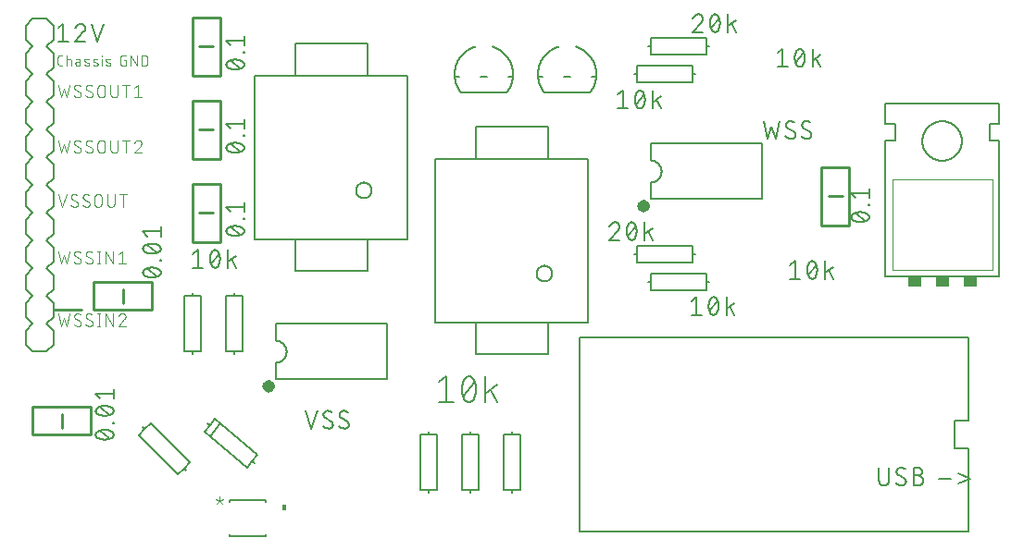
<source format=gto>
G75*
%MOIN*%
%OFA0B0*%
%FSLAX25Y25*%
%IPPOS*%
%LPD*%
%AMOC8*
5,1,8,0,0,1.08239X$1,22.5*
%
%ADD10C,0.00600*%
%ADD11C,0.00300*%
%ADD12C,0.00400*%
%ADD13C,0.00800*%
%ADD14C,0.01000*%
%ADD15C,0.00500*%
%ADD16C,0.00200*%
%ADD17R,0.05000X0.03500*%
%ADD18C,0.00100*%
D10*
X0080000Y0020670D02*
X0080000Y0021470D01*
X0080000Y0020670D02*
X0093000Y0020670D01*
X0093000Y0021470D01*
X0093000Y0032870D02*
X0093000Y0033670D01*
X0080000Y0033670D01*
X0080000Y0032870D01*
X0109433Y0059470D02*
X0111567Y0065870D01*
X0113782Y0064448D02*
X0113784Y0064522D01*
X0113790Y0064597D01*
X0113800Y0064670D01*
X0113813Y0064744D01*
X0113830Y0064816D01*
X0113852Y0064887D01*
X0113876Y0064958D01*
X0113905Y0065026D01*
X0113937Y0065094D01*
X0113973Y0065159D01*
X0114011Y0065222D01*
X0114054Y0065284D01*
X0114099Y0065343D01*
X0114147Y0065400D01*
X0114198Y0065454D01*
X0114253Y0065505D01*
X0114309Y0065553D01*
X0114368Y0065598D01*
X0114430Y0065641D01*
X0114493Y0065679D01*
X0114558Y0065715D01*
X0114626Y0065747D01*
X0114694Y0065776D01*
X0114765Y0065800D01*
X0114836Y0065822D01*
X0114908Y0065839D01*
X0114982Y0065852D01*
X0115055Y0065862D01*
X0115130Y0065868D01*
X0115204Y0065870D01*
X0113783Y0064448D02*
X0113785Y0064373D01*
X0113791Y0064298D01*
X0113800Y0064224D01*
X0113814Y0064150D01*
X0113831Y0064077D01*
X0113852Y0064005D01*
X0113877Y0063935D01*
X0113906Y0063865D01*
X0113938Y0063798D01*
X0113973Y0063732D01*
X0114012Y0063667D01*
X0114054Y0063605D01*
X0114100Y0063546D01*
X0114148Y0063488D01*
X0114199Y0063434D01*
X0114253Y0063382D01*
X0114310Y0063333D01*
X0114369Y0063287D01*
X0114430Y0063244D01*
X0114494Y0063204D01*
X0114493Y0063203D02*
X0116449Y0062137D01*
X0115738Y0059470D02*
X0115630Y0059472D01*
X0115523Y0059478D01*
X0115415Y0059487D01*
X0115308Y0059501D01*
X0115202Y0059518D01*
X0115096Y0059539D01*
X0114991Y0059564D01*
X0114887Y0059593D01*
X0114784Y0059625D01*
X0114683Y0059661D01*
X0114583Y0059701D01*
X0114484Y0059744D01*
X0114387Y0059791D01*
X0114291Y0059841D01*
X0114198Y0059895D01*
X0114106Y0059952D01*
X0114017Y0060012D01*
X0113930Y0060075D01*
X0113845Y0060142D01*
X0113762Y0060211D01*
X0113682Y0060284D01*
X0113605Y0060359D01*
X0116449Y0062136D02*
X0116513Y0062096D01*
X0116574Y0062053D01*
X0116633Y0062007D01*
X0116690Y0061958D01*
X0116744Y0061906D01*
X0116795Y0061852D01*
X0116843Y0061794D01*
X0116889Y0061735D01*
X0116931Y0061673D01*
X0116970Y0061608D01*
X0117005Y0061542D01*
X0117037Y0061475D01*
X0117066Y0061405D01*
X0117091Y0061335D01*
X0117112Y0061263D01*
X0117129Y0061190D01*
X0117143Y0061116D01*
X0117152Y0061042D01*
X0117158Y0060967D01*
X0117160Y0060892D01*
X0117158Y0060818D01*
X0117152Y0060743D01*
X0117142Y0060670D01*
X0117129Y0060596D01*
X0117112Y0060524D01*
X0117090Y0060453D01*
X0117066Y0060382D01*
X0117037Y0060314D01*
X0117005Y0060246D01*
X0116969Y0060181D01*
X0116931Y0060118D01*
X0116888Y0060056D01*
X0116843Y0059997D01*
X0116795Y0059940D01*
X0116744Y0059886D01*
X0116690Y0059835D01*
X0116633Y0059787D01*
X0116574Y0059742D01*
X0116512Y0059699D01*
X0116449Y0059661D01*
X0116384Y0059625D01*
X0116316Y0059593D01*
X0116248Y0059564D01*
X0116177Y0059540D01*
X0116106Y0059518D01*
X0116034Y0059501D01*
X0115960Y0059488D01*
X0115887Y0059478D01*
X0115812Y0059472D01*
X0115738Y0059470D01*
X0109433Y0059470D02*
X0107300Y0065870D01*
X0115204Y0065870D02*
X0115305Y0065868D01*
X0115406Y0065862D01*
X0115506Y0065853D01*
X0115606Y0065839D01*
X0115706Y0065822D01*
X0115805Y0065802D01*
X0115902Y0065777D01*
X0115999Y0065749D01*
X0116095Y0065717D01*
X0116190Y0065681D01*
X0116283Y0065642D01*
X0116374Y0065600D01*
X0116464Y0065554D01*
X0116552Y0065504D01*
X0116638Y0065452D01*
X0116722Y0065396D01*
X0116804Y0065337D01*
X0120237Y0063203D02*
X0122193Y0062137D01*
X0121482Y0059470D02*
X0121374Y0059472D01*
X0121267Y0059478D01*
X0121159Y0059487D01*
X0121052Y0059501D01*
X0120946Y0059518D01*
X0120840Y0059539D01*
X0120735Y0059564D01*
X0120631Y0059593D01*
X0120528Y0059625D01*
X0120427Y0059661D01*
X0120327Y0059701D01*
X0120228Y0059744D01*
X0120131Y0059791D01*
X0120035Y0059841D01*
X0119942Y0059895D01*
X0119850Y0059952D01*
X0119761Y0060012D01*
X0119674Y0060075D01*
X0119589Y0060142D01*
X0119506Y0060211D01*
X0119426Y0060284D01*
X0119349Y0060359D01*
X0122192Y0062136D02*
X0122256Y0062096D01*
X0122317Y0062053D01*
X0122376Y0062007D01*
X0122433Y0061958D01*
X0122487Y0061906D01*
X0122538Y0061852D01*
X0122586Y0061794D01*
X0122632Y0061735D01*
X0122674Y0061673D01*
X0122713Y0061608D01*
X0122748Y0061542D01*
X0122780Y0061475D01*
X0122809Y0061405D01*
X0122834Y0061335D01*
X0122855Y0061263D01*
X0122872Y0061190D01*
X0122886Y0061116D01*
X0122895Y0061042D01*
X0122901Y0060967D01*
X0122903Y0060892D01*
X0122904Y0060892D02*
X0122902Y0060818D01*
X0122896Y0060743D01*
X0122886Y0060670D01*
X0122873Y0060596D01*
X0122856Y0060524D01*
X0122834Y0060453D01*
X0122810Y0060382D01*
X0122781Y0060314D01*
X0122749Y0060246D01*
X0122713Y0060181D01*
X0122675Y0060118D01*
X0122632Y0060056D01*
X0122587Y0059997D01*
X0122539Y0059940D01*
X0122488Y0059886D01*
X0122434Y0059835D01*
X0122377Y0059787D01*
X0122318Y0059742D01*
X0122256Y0059699D01*
X0122193Y0059661D01*
X0122128Y0059625D01*
X0122060Y0059593D01*
X0121992Y0059564D01*
X0121921Y0059540D01*
X0121850Y0059518D01*
X0121778Y0059501D01*
X0121704Y0059488D01*
X0121631Y0059478D01*
X0121556Y0059472D01*
X0121482Y0059470D01*
X0122548Y0065337D02*
X0122466Y0065396D01*
X0122382Y0065452D01*
X0122296Y0065504D01*
X0122208Y0065554D01*
X0122118Y0065600D01*
X0122027Y0065642D01*
X0121934Y0065681D01*
X0121839Y0065717D01*
X0121743Y0065749D01*
X0121646Y0065777D01*
X0121549Y0065802D01*
X0121450Y0065822D01*
X0121350Y0065839D01*
X0121250Y0065853D01*
X0121150Y0065862D01*
X0121049Y0065868D01*
X0120948Y0065870D01*
X0120874Y0065868D01*
X0120799Y0065862D01*
X0120726Y0065852D01*
X0120652Y0065839D01*
X0120580Y0065822D01*
X0120509Y0065800D01*
X0120438Y0065776D01*
X0120370Y0065747D01*
X0120302Y0065715D01*
X0120237Y0065679D01*
X0120174Y0065641D01*
X0120112Y0065598D01*
X0120053Y0065553D01*
X0119997Y0065505D01*
X0119942Y0065454D01*
X0119891Y0065400D01*
X0119843Y0065343D01*
X0119798Y0065284D01*
X0119755Y0065222D01*
X0119717Y0065159D01*
X0119681Y0065094D01*
X0119649Y0065026D01*
X0119620Y0064958D01*
X0119596Y0064887D01*
X0119574Y0064816D01*
X0119557Y0064744D01*
X0119544Y0064670D01*
X0119534Y0064597D01*
X0119528Y0064522D01*
X0119526Y0064448D01*
X0119528Y0064373D01*
X0119534Y0064298D01*
X0119543Y0064224D01*
X0119557Y0064150D01*
X0119574Y0064077D01*
X0119595Y0064005D01*
X0119620Y0063935D01*
X0119649Y0063865D01*
X0119681Y0063798D01*
X0119716Y0063732D01*
X0119755Y0063667D01*
X0119797Y0063605D01*
X0119843Y0063546D01*
X0119891Y0063488D01*
X0119942Y0063434D01*
X0119996Y0063382D01*
X0120053Y0063333D01*
X0120112Y0063287D01*
X0120173Y0063244D01*
X0120237Y0063204D01*
X0038200Y0061733D02*
X0038200Y0061378D01*
X0037844Y0061378D01*
X0037844Y0061733D01*
X0038200Y0061733D01*
X0037311Y0067108D02*
X0037184Y0067168D01*
X0037055Y0067224D01*
X0036925Y0067277D01*
X0036793Y0067327D01*
X0036660Y0067373D01*
X0036526Y0067415D01*
X0036391Y0067454D01*
X0036254Y0067490D01*
X0036117Y0067521D01*
X0035979Y0067549D01*
X0035841Y0067574D01*
X0035702Y0067594D01*
X0035562Y0067611D01*
X0035422Y0067624D01*
X0035281Y0067633D01*
X0035141Y0067639D01*
X0035000Y0067641D01*
X0035000Y0064086D02*
X0034859Y0064088D01*
X0034719Y0064094D01*
X0034578Y0064103D01*
X0034438Y0064116D01*
X0034298Y0064133D01*
X0034159Y0064153D01*
X0034021Y0064178D01*
X0033883Y0064206D01*
X0033746Y0064237D01*
X0033609Y0064273D01*
X0033474Y0064312D01*
X0033340Y0064354D01*
X0033207Y0064400D01*
X0033075Y0064450D01*
X0032945Y0064503D01*
X0032816Y0064559D01*
X0032689Y0064619D01*
X0031800Y0065863D02*
X0031802Y0065934D01*
X0031808Y0066005D01*
X0031817Y0066075D01*
X0031831Y0066145D01*
X0031848Y0066214D01*
X0031868Y0066281D01*
X0031893Y0066348D01*
X0031921Y0066413D01*
X0031952Y0066477D01*
X0031987Y0066539D01*
X0032025Y0066599D01*
X0032066Y0066657D01*
X0032110Y0066712D01*
X0032158Y0066765D01*
X0032208Y0066815D01*
X0032260Y0066863D01*
X0032315Y0066908D01*
X0032373Y0066949D01*
X0032433Y0066988D01*
X0032494Y0067023D01*
X0032558Y0067055D01*
X0032623Y0067083D01*
X0032689Y0067108D01*
X0033222Y0067285D02*
X0036778Y0064441D01*
X0038200Y0065863D02*
X0038198Y0065934D01*
X0038192Y0066005D01*
X0038183Y0066075D01*
X0038169Y0066145D01*
X0038152Y0066214D01*
X0038132Y0066281D01*
X0038107Y0066348D01*
X0038079Y0066413D01*
X0038048Y0066477D01*
X0038013Y0066539D01*
X0037975Y0066599D01*
X0037934Y0066656D01*
X0037890Y0066712D01*
X0037842Y0066765D01*
X0037792Y0066815D01*
X0037740Y0066863D01*
X0037685Y0066908D01*
X0037627Y0066949D01*
X0037567Y0066988D01*
X0037506Y0067023D01*
X0037442Y0067055D01*
X0037377Y0067083D01*
X0037311Y0067108D01*
X0038200Y0065863D02*
X0038198Y0065792D01*
X0038192Y0065721D01*
X0038183Y0065651D01*
X0038169Y0065581D01*
X0038152Y0065512D01*
X0038132Y0065445D01*
X0038107Y0065378D01*
X0038079Y0065313D01*
X0038048Y0065249D01*
X0038013Y0065187D01*
X0037975Y0065127D01*
X0037934Y0065069D01*
X0037890Y0065014D01*
X0037842Y0064961D01*
X0037792Y0064911D01*
X0037740Y0064863D01*
X0037685Y0064818D01*
X0037627Y0064777D01*
X0037567Y0064738D01*
X0037506Y0064703D01*
X0037442Y0064671D01*
X0037377Y0064643D01*
X0037311Y0064618D01*
X0035000Y0067641D02*
X0034859Y0067639D01*
X0034719Y0067633D01*
X0034578Y0067624D01*
X0034438Y0067611D01*
X0034298Y0067594D01*
X0034159Y0067574D01*
X0034021Y0067549D01*
X0033883Y0067521D01*
X0033746Y0067490D01*
X0033609Y0067454D01*
X0033474Y0067415D01*
X0033340Y0067373D01*
X0033207Y0067327D01*
X0033075Y0067277D01*
X0032945Y0067224D01*
X0032816Y0067168D01*
X0032689Y0067108D01*
X0031800Y0065863D02*
X0031802Y0065792D01*
X0031808Y0065721D01*
X0031817Y0065651D01*
X0031831Y0065581D01*
X0031848Y0065512D01*
X0031868Y0065445D01*
X0031893Y0065378D01*
X0031921Y0065313D01*
X0031952Y0065249D01*
X0031987Y0065187D01*
X0032025Y0065127D01*
X0032066Y0065069D01*
X0032110Y0065014D01*
X0032158Y0064961D01*
X0032208Y0064911D01*
X0032260Y0064863D01*
X0032315Y0064818D01*
X0032373Y0064777D01*
X0032433Y0064738D01*
X0032494Y0064703D01*
X0032558Y0064671D01*
X0032623Y0064643D01*
X0032689Y0064618D01*
X0035000Y0055470D02*
X0035141Y0055472D01*
X0035281Y0055478D01*
X0035422Y0055487D01*
X0035562Y0055500D01*
X0035702Y0055517D01*
X0035841Y0055537D01*
X0035979Y0055562D01*
X0036117Y0055590D01*
X0036254Y0055621D01*
X0036391Y0055657D01*
X0036526Y0055696D01*
X0036660Y0055738D01*
X0036793Y0055784D01*
X0036925Y0055834D01*
X0037055Y0055887D01*
X0037184Y0055943D01*
X0037311Y0056003D01*
X0036778Y0055825D02*
X0033222Y0058670D01*
X0032689Y0058493D02*
X0032623Y0058468D01*
X0032558Y0058440D01*
X0032494Y0058408D01*
X0032433Y0058373D01*
X0032373Y0058334D01*
X0032315Y0058293D01*
X0032260Y0058248D01*
X0032208Y0058200D01*
X0032158Y0058150D01*
X0032110Y0058097D01*
X0032066Y0058042D01*
X0032025Y0057984D01*
X0031987Y0057924D01*
X0031952Y0057862D01*
X0031921Y0057798D01*
X0031893Y0057733D01*
X0031868Y0057666D01*
X0031848Y0057599D01*
X0031831Y0057530D01*
X0031817Y0057460D01*
X0031808Y0057390D01*
X0031802Y0057319D01*
X0031800Y0057248D01*
X0031802Y0057177D01*
X0031808Y0057106D01*
X0031817Y0057036D01*
X0031831Y0056966D01*
X0031848Y0056897D01*
X0031868Y0056830D01*
X0031893Y0056763D01*
X0031921Y0056698D01*
X0031952Y0056634D01*
X0031987Y0056572D01*
X0032025Y0056512D01*
X0032066Y0056454D01*
X0032110Y0056399D01*
X0032158Y0056346D01*
X0032208Y0056296D01*
X0032260Y0056248D01*
X0032315Y0056203D01*
X0032373Y0056162D01*
X0032433Y0056123D01*
X0032494Y0056088D01*
X0032558Y0056056D01*
X0032623Y0056028D01*
X0032689Y0056003D01*
X0032689Y0058492D02*
X0032816Y0058552D01*
X0032945Y0058608D01*
X0033075Y0058661D01*
X0033207Y0058711D01*
X0033340Y0058757D01*
X0033474Y0058799D01*
X0033609Y0058838D01*
X0033746Y0058874D01*
X0033883Y0058905D01*
X0034021Y0058933D01*
X0034159Y0058958D01*
X0034298Y0058978D01*
X0034438Y0058995D01*
X0034578Y0059008D01*
X0034719Y0059017D01*
X0034859Y0059023D01*
X0035000Y0059025D01*
X0035000Y0055470D02*
X0034859Y0055472D01*
X0034719Y0055478D01*
X0034578Y0055487D01*
X0034438Y0055500D01*
X0034298Y0055517D01*
X0034159Y0055537D01*
X0034021Y0055562D01*
X0033883Y0055590D01*
X0033746Y0055621D01*
X0033609Y0055657D01*
X0033474Y0055696D01*
X0033340Y0055738D01*
X0033207Y0055784D01*
X0033075Y0055834D01*
X0032945Y0055887D01*
X0032816Y0055943D01*
X0032689Y0056003D01*
X0035000Y0059025D02*
X0035141Y0059023D01*
X0035281Y0059017D01*
X0035422Y0059008D01*
X0035562Y0058995D01*
X0035702Y0058978D01*
X0035841Y0058958D01*
X0035979Y0058933D01*
X0036117Y0058905D01*
X0036254Y0058874D01*
X0036391Y0058838D01*
X0036526Y0058799D01*
X0036660Y0058757D01*
X0036793Y0058711D01*
X0036925Y0058661D01*
X0037055Y0058608D01*
X0037184Y0058552D01*
X0037311Y0058492D01*
X0037311Y0058493D02*
X0037377Y0058468D01*
X0037442Y0058440D01*
X0037506Y0058408D01*
X0037567Y0058373D01*
X0037627Y0058334D01*
X0037685Y0058293D01*
X0037740Y0058248D01*
X0037792Y0058200D01*
X0037842Y0058150D01*
X0037890Y0058097D01*
X0037934Y0058041D01*
X0037975Y0057984D01*
X0038013Y0057924D01*
X0038048Y0057862D01*
X0038079Y0057798D01*
X0038107Y0057733D01*
X0038132Y0057666D01*
X0038152Y0057599D01*
X0038169Y0057530D01*
X0038183Y0057460D01*
X0038192Y0057390D01*
X0038198Y0057319D01*
X0038200Y0057248D01*
X0038198Y0057177D01*
X0038192Y0057106D01*
X0038183Y0057036D01*
X0038169Y0056966D01*
X0038152Y0056897D01*
X0038132Y0056830D01*
X0038107Y0056763D01*
X0038079Y0056698D01*
X0038048Y0056634D01*
X0038013Y0056572D01*
X0037975Y0056512D01*
X0037934Y0056454D01*
X0037890Y0056399D01*
X0037842Y0056346D01*
X0037792Y0056296D01*
X0037740Y0056248D01*
X0037685Y0056203D01*
X0037627Y0056162D01*
X0037567Y0056123D01*
X0037506Y0056088D01*
X0037442Y0056056D01*
X0037377Y0056028D01*
X0037311Y0056003D01*
X0035000Y0064086D02*
X0035141Y0064088D01*
X0035281Y0064094D01*
X0035422Y0064103D01*
X0035562Y0064116D01*
X0035702Y0064133D01*
X0035841Y0064153D01*
X0035979Y0064178D01*
X0036117Y0064206D01*
X0036254Y0064237D01*
X0036391Y0064273D01*
X0036526Y0064312D01*
X0036660Y0064354D01*
X0036793Y0064400D01*
X0036925Y0064450D01*
X0037055Y0064503D01*
X0037184Y0064559D01*
X0037311Y0064619D01*
X0038200Y0070240D02*
X0038200Y0073795D01*
X0038200Y0072017D02*
X0031800Y0072017D01*
X0033222Y0070240D01*
X0052000Y0117525D02*
X0052141Y0117523D01*
X0052281Y0117517D01*
X0052422Y0117508D01*
X0052562Y0117495D01*
X0052702Y0117478D01*
X0052841Y0117458D01*
X0052979Y0117433D01*
X0053117Y0117405D01*
X0053254Y0117374D01*
X0053391Y0117338D01*
X0053526Y0117299D01*
X0053660Y0117257D01*
X0053793Y0117211D01*
X0053925Y0117161D01*
X0054055Y0117108D01*
X0054184Y0117052D01*
X0054311Y0116992D01*
X0054311Y0116993D02*
X0054377Y0116968D01*
X0054442Y0116940D01*
X0054506Y0116908D01*
X0054567Y0116873D01*
X0054627Y0116834D01*
X0054685Y0116793D01*
X0054740Y0116748D01*
X0054792Y0116700D01*
X0054842Y0116650D01*
X0054890Y0116597D01*
X0054934Y0116541D01*
X0054975Y0116484D01*
X0055013Y0116424D01*
X0055048Y0116362D01*
X0055079Y0116298D01*
X0055107Y0116233D01*
X0055132Y0116166D01*
X0055152Y0116099D01*
X0055169Y0116030D01*
X0055183Y0115960D01*
X0055192Y0115890D01*
X0055198Y0115819D01*
X0055200Y0115748D01*
X0055198Y0115677D01*
X0055192Y0115606D01*
X0055183Y0115536D01*
X0055169Y0115466D01*
X0055152Y0115397D01*
X0055132Y0115330D01*
X0055107Y0115263D01*
X0055079Y0115198D01*
X0055048Y0115134D01*
X0055013Y0115072D01*
X0054975Y0115012D01*
X0054934Y0114954D01*
X0054890Y0114899D01*
X0054842Y0114846D01*
X0054792Y0114796D01*
X0054740Y0114748D01*
X0054685Y0114703D01*
X0054627Y0114662D01*
X0054567Y0114623D01*
X0054506Y0114588D01*
X0054442Y0114556D01*
X0054377Y0114528D01*
X0054311Y0114503D01*
X0053778Y0114325D02*
X0050222Y0117170D01*
X0049689Y0116993D02*
X0049623Y0116968D01*
X0049558Y0116940D01*
X0049494Y0116908D01*
X0049433Y0116873D01*
X0049373Y0116834D01*
X0049315Y0116793D01*
X0049260Y0116748D01*
X0049208Y0116700D01*
X0049158Y0116650D01*
X0049110Y0116597D01*
X0049066Y0116542D01*
X0049025Y0116484D01*
X0048987Y0116424D01*
X0048952Y0116362D01*
X0048921Y0116298D01*
X0048893Y0116233D01*
X0048868Y0116166D01*
X0048848Y0116099D01*
X0048831Y0116030D01*
X0048817Y0115960D01*
X0048808Y0115890D01*
X0048802Y0115819D01*
X0048800Y0115748D01*
X0048802Y0115677D01*
X0048808Y0115606D01*
X0048817Y0115536D01*
X0048831Y0115466D01*
X0048848Y0115397D01*
X0048868Y0115330D01*
X0048893Y0115263D01*
X0048921Y0115198D01*
X0048952Y0115134D01*
X0048987Y0115072D01*
X0049025Y0115012D01*
X0049066Y0114954D01*
X0049110Y0114899D01*
X0049158Y0114846D01*
X0049208Y0114796D01*
X0049260Y0114748D01*
X0049315Y0114703D01*
X0049373Y0114662D01*
X0049433Y0114623D01*
X0049494Y0114588D01*
X0049558Y0114556D01*
X0049623Y0114528D01*
X0049689Y0114503D01*
X0049689Y0116992D02*
X0049816Y0117052D01*
X0049945Y0117108D01*
X0050075Y0117161D01*
X0050207Y0117211D01*
X0050340Y0117257D01*
X0050474Y0117299D01*
X0050609Y0117338D01*
X0050746Y0117374D01*
X0050883Y0117405D01*
X0051021Y0117433D01*
X0051159Y0117458D01*
X0051298Y0117478D01*
X0051438Y0117495D01*
X0051578Y0117508D01*
X0051719Y0117517D01*
X0051859Y0117523D01*
X0052000Y0117525D01*
X0052000Y0113970D02*
X0051859Y0113972D01*
X0051719Y0113978D01*
X0051578Y0113987D01*
X0051438Y0114000D01*
X0051298Y0114017D01*
X0051159Y0114037D01*
X0051021Y0114062D01*
X0050883Y0114090D01*
X0050746Y0114121D01*
X0050609Y0114157D01*
X0050474Y0114196D01*
X0050340Y0114238D01*
X0050207Y0114284D01*
X0050075Y0114334D01*
X0049945Y0114387D01*
X0049816Y0114443D01*
X0049689Y0114503D01*
X0052000Y0113970D02*
X0052141Y0113972D01*
X0052281Y0113978D01*
X0052422Y0113987D01*
X0052562Y0114000D01*
X0052702Y0114017D01*
X0052841Y0114037D01*
X0052979Y0114062D01*
X0053117Y0114090D01*
X0053254Y0114121D01*
X0053391Y0114157D01*
X0053526Y0114196D01*
X0053660Y0114238D01*
X0053793Y0114284D01*
X0053925Y0114334D01*
X0054055Y0114387D01*
X0054184Y0114443D01*
X0054311Y0114503D01*
X0054844Y0119878D02*
X0054844Y0120233D01*
X0055200Y0120233D01*
X0055200Y0119878D01*
X0054844Y0119878D01*
X0054311Y0125608D02*
X0054184Y0125668D01*
X0054055Y0125724D01*
X0053925Y0125777D01*
X0053793Y0125827D01*
X0053660Y0125873D01*
X0053526Y0125915D01*
X0053391Y0125954D01*
X0053254Y0125990D01*
X0053117Y0126021D01*
X0052979Y0126049D01*
X0052841Y0126074D01*
X0052702Y0126094D01*
X0052562Y0126111D01*
X0052422Y0126124D01*
X0052281Y0126133D01*
X0052141Y0126139D01*
X0052000Y0126141D01*
X0052000Y0122586D02*
X0051859Y0122588D01*
X0051719Y0122594D01*
X0051578Y0122603D01*
X0051438Y0122616D01*
X0051298Y0122633D01*
X0051159Y0122653D01*
X0051021Y0122678D01*
X0050883Y0122706D01*
X0050746Y0122737D01*
X0050609Y0122773D01*
X0050474Y0122812D01*
X0050340Y0122854D01*
X0050207Y0122900D01*
X0050075Y0122950D01*
X0049945Y0123003D01*
X0049816Y0123059D01*
X0049689Y0123119D01*
X0048800Y0124363D02*
X0048802Y0124434D01*
X0048808Y0124505D01*
X0048817Y0124575D01*
X0048831Y0124645D01*
X0048848Y0124714D01*
X0048868Y0124781D01*
X0048893Y0124848D01*
X0048921Y0124913D01*
X0048952Y0124977D01*
X0048987Y0125039D01*
X0049025Y0125099D01*
X0049066Y0125157D01*
X0049110Y0125212D01*
X0049158Y0125265D01*
X0049208Y0125315D01*
X0049260Y0125363D01*
X0049315Y0125408D01*
X0049373Y0125449D01*
X0049433Y0125488D01*
X0049494Y0125523D01*
X0049558Y0125555D01*
X0049623Y0125583D01*
X0049689Y0125608D01*
X0050222Y0125785D02*
X0053778Y0122941D01*
X0055200Y0124363D02*
X0055198Y0124434D01*
X0055192Y0124505D01*
X0055183Y0124575D01*
X0055169Y0124645D01*
X0055152Y0124714D01*
X0055132Y0124781D01*
X0055107Y0124848D01*
X0055079Y0124913D01*
X0055048Y0124977D01*
X0055013Y0125039D01*
X0054975Y0125099D01*
X0054934Y0125156D01*
X0054890Y0125212D01*
X0054842Y0125265D01*
X0054792Y0125315D01*
X0054740Y0125363D01*
X0054685Y0125408D01*
X0054627Y0125449D01*
X0054567Y0125488D01*
X0054506Y0125523D01*
X0054442Y0125555D01*
X0054377Y0125583D01*
X0054311Y0125608D01*
X0055200Y0124363D02*
X0055198Y0124292D01*
X0055192Y0124221D01*
X0055183Y0124151D01*
X0055169Y0124081D01*
X0055152Y0124012D01*
X0055132Y0123945D01*
X0055107Y0123878D01*
X0055079Y0123813D01*
X0055048Y0123749D01*
X0055013Y0123687D01*
X0054975Y0123627D01*
X0054934Y0123569D01*
X0054890Y0123514D01*
X0054842Y0123461D01*
X0054792Y0123411D01*
X0054740Y0123363D01*
X0054685Y0123318D01*
X0054627Y0123277D01*
X0054567Y0123238D01*
X0054506Y0123203D01*
X0054442Y0123171D01*
X0054377Y0123143D01*
X0054311Y0123118D01*
X0052000Y0126141D02*
X0051859Y0126139D01*
X0051719Y0126133D01*
X0051578Y0126124D01*
X0051438Y0126111D01*
X0051298Y0126094D01*
X0051159Y0126074D01*
X0051021Y0126049D01*
X0050883Y0126021D01*
X0050746Y0125990D01*
X0050609Y0125954D01*
X0050474Y0125915D01*
X0050340Y0125873D01*
X0050207Y0125827D01*
X0050075Y0125777D01*
X0049945Y0125724D01*
X0049816Y0125668D01*
X0049689Y0125608D01*
X0048800Y0124363D02*
X0048802Y0124292D01*
X0048808Y0124221D01*
X0048817Y0124151D01*
X0048831Y0124081D01*
X0048848Y0124012D01*
X0048868Y0123945D01*
X0048893Y0123878D01*
X0048921Y0123813D01*
X0048952Y0123749D01*
X0048987Y0123687D01*
X0049025Y0123627D01*
X0049066Y0123569D01*
X0049110Y0123514D01*
X0049158Y0123461D01*
X0049208Y0123411D01*
X0049260Y0123363D01*
X0049315Y0123318D01*
X0049373Y0123277D01*
X0049433Y0123238D01*
X0049494Y0123203D01*
X0049558Y0123171D01*
X0049623Y0123143D01*
X0049689Y0123118D01*
X0052000Y0122586D02*
X0052141Y0122588D01*
X0052281Y0122594D01*
X0052422Y0122603D01*
X0052562Y0122616D01*
X0052702Y0122633D01*
X0052841Y0122653D01*
X0052979Y0122678D01*
X0053117Y0122706D01*
X0053254Y0122737D01*
X0053391Y0122773D01*
X0053526Y0122812D01*
X0053660Y0122854D01*
X0053793Y0122900D01*
X0053925Y0122950D01*
X0054055Y0123003D01*
X0054184Y0123059D01*
X0054311Y0123119D01*
X0055200Y0128740D02*
X0055200Y0132295D01*
X0055200Y0130517D02*
X0048800Y0130517D01*
X0050222Y0128740D01*
X0066800Y0122448D02*
X0068578Y0123870D01*
X0068578Y0117470D01*
X0066800Y0117470D02*
X0070356Y0117470D01*
X0073310Y0118892D02*
X0076154Y0122448D01*
X0075977Y0122981D02*
X0075952Y0123047D01*
X0075924Y0123112D01*
X0075892Y0123176D01*
X0075857Y0123237D01*
X0075818Y0123297D01*
X0075777Y0123355D01*
X0075732Y0123410D01*
X0075684Y0123462D01*
X0075634Y0123512D01*
X0075581Y0123560D01*
X0075526Y0123604D01*
X0075468Y0123645D01*
X0075408Y0123683D01*
X0075346Y0123718D01*
X0075282Y0123749D01*
X0075217Y0123777D01*
X0075150Y0123802D01*
X0075083Y0123822D01*
X0075014Y0123839D01*
X0074944Y0123853D01*
X0074874Y0123862D01*
X0074803Y0123868D01*
X0074732Y0123870D01*
X0074661Y0123868D01*
X0074590Y0123862D01*
X0074520Y0123853D01*
X0074450Y0123839D01*
X0074381Y0123822D01*
X0074314Y0123802D01*
X0074247Y0123777D01*
X0074182Y0123749D01*
X0074118Y0123718D01*
X0074056Y0123683D01*
X0073996Y0123645D01*
X0073938Y0123604D01*
X0073883Y0123560D01*
X0073830Y0123512D01*
X0073780Y0123462D01*
X0073732Y0123410D01*
X0073687Y0123355D01*
X0073646Y0123297D01*
X0073607Y0123237D01*
X0073572Y0123176D01*
X0073540Y0123112D01*
X0073512Y0123047D01*
X0073487Y0122981D01*
X0075976Y0122981D02*
X0076036Y0122854D01*
X0076092Y0122725D01*
X0076145Y0122595D01*
X0076195Y0122463D01*
X0076241Y0122330D01*
X0076283Y0122196D01*
X0076322Y0122061D01*
X0076358Y0121924D01*
X0076389Y0121787D01*
X0076417Y0121649D01*
X0076442Y0121511D01*
X0076462Y0121372D01*
X0076479Y0121232D01*
X0076492Y0121092D01*
X0076501Y0120951D01*
X0076507Y0120811D01*
X0076509Y0120670D01*
X0072954Y0120670D02*
X0072956Y0120811D01*
X0072962Y0120951D01*
X0072971Y0121092D01*
X0072984Y0121232D01*
X0073001Y0121372D01*
X0073021Y0121511D01*
X0073046Y0121649D01*
X0073074Y0121787D01*
X0073105Y0121924D01*
X0073141Y0122061D01*
X0073180Y0122196D01*
X0073222Y0122330D01*
X0073268Y0122463D01*
X0073318Y0122595D01*
X0073371Y0122725D01*
X0073427Y0122854D01*
X0073487Y0122981D01*
X0076509Y0120670D02*
X0076507Y0120529D01*
X0076501Y0120389D01*
X0076492Y0120248D01*
X0076479Y0120108D01*
X0076462Y0119968D01*
X0076442Y0119829D01*
X0076417Y0119691D01*
X0076389Y0119553D01*
X0076358Y0119416D01*
X0076322Y0119279D01*
X0076283Y0119144D01*
X0076241Y0119010D01*
X0076195Y0118877D01*
X0076145Y0118745D01*
X0076092Y0118615D01*
X0076036Y0118486D01*
X0075976Y0118359D01*
X0075977Y0118358D02*
X0075952Y0118292D01*
X0075924Y0118227D01*
X0075892Y0118163D01*
X0075857Y0118102D01*
X0075818Y0118042D01*
X0075777Y0117984D01*
X0075732Y0117929D01*
X0075684Y0117877D01*
X0075634Y0117827D01*
X0075581Y0117779D01*
X0075525Y0117735D01*
X0075468Y0117694D01*
X0075408Y0117656D01*
X0075346Y0117621D01*
X0075282Y0117590D01*
X0075217Y0117562D01*
X0075150Y0117537D01*
X0075083Y0117517D01*
X0075014Y0117500D01*
X0074944Y0117486D01*
X0074874Y0117477D01*
X0074803Y0117471D01*
X0074732Y0117469D01*
X0074661Y0117471D01*
X0074590Y0117477D01*
X0074520Y0117486D01*
X0074450Y0117500D01*
X0074381Y0117517D01*
X0074314Y0117537D01*
X0074247Y0117562D01*
X0074182Y0117590D01*
X0074118Y0117621D01*
X0074056Y0117656D01*
X0073996Y0117694D01*
X0073938Y0117735D01*
X0073883Y0117779D01*
X0073830Y0117827D01*
X0073780Y0117877D01*
X0073732Y0117929D01*
X0073687Y0117984D01*
X0073646Y0118042D01*
X0073607Y0118102D01*
X0073572Y0118163D01*
X0073540Y0118227D01*
X0073512Y0118292D01*
X0073487Y0118358D01*
X0073487Y0118359D02*
X0073427Y0118486D01*
X0073371Y0118615D01*
X0073318Y0118745D01*
X0073268Y0118877D01*
X0073222Y0119010D01*
X0073180Y0119144D01*
X0073141Y0119279D01*
X0073105Y0119416D01*
X0073074Y0119553D01*
X0073046Y0119691D01*
X0073021Y0119829D01*
X0073001Y0119968D01*
X0072984Y0120108D01*
X0072971Y0120248D01*
X0072962Y0120389D01*
X0072956Y0120529D01*
X0072954Y0120670D01*
X0079325Y0119603D02*
X0082169Y0121737D01*
X0080569Y0120492D02*
X0082169Y0117470D01*
X0079325Y0117470D02*
X0079325Y0123870D01*
X0082000Y0132525D02*
X0082141Y0132523D01*
X0082281Y0132517D01*
X0082422Y0132508D01*
X0082562Y0132495D01*
X0082702Y0132478D01*
X0082841Y0132458D01*
X0082979Y0132433D01*
X0083117Y0132405D01*
X0083254Y0132374D01*
X0083391Y0132338D01*
X0083526Y0132299D01*
X0083660Y0132257D01*
X0083793Y0132211D01*
X0083925Y0132161D01*
X0084055Y0132108D01*
X0084184Y0132052D01*
X0084311Y0131992D01*
X0084311Y0131993D02*
X0084377Y0131968D01*
X0084442Y0131940D01*
X0084506Y0131908D01*
X0084567Y0131873D01*
X0084627Y0131834D01*
X0084685Y0131793D01*
X0084740Y0131748D01*
X0084792Y0131700D01*
X0084842Y0131650D01*
X0084890Y0131597D01*
X0084934Y0131541D01*
X0084975Y0131484D01*
X0085013Y0131424D01*
X0085048Y0131362D01*
X0085079Y0131298D01*
X0085107Y0131233D01*
X0085132Y0131166D01*
X0085152Y0131099D01*
X0085169Y0131030D01*
X0085183Y0130960D01*
X0085192Y0130890D01*
X0085198Y0130819D01*
X0085200Y0130748D01*
X0085198Y0130677D01*
X0085192Y0130606D01*
X0085183Y0130536D01*
X0085169Y0130466D01*
X0085152Y0130397D01*
X0085132Y0130330D01*
X0085107Y0130263D01*
X0085079Y0130198D01*
X0085048Y0130134D01*
X0085013Y0130072D01*
X0084975Y0130012D01*
X0084934Y0129954D01*
X0084890Y0129899D01*
X0084842Y0129846D01*
X0084792Y0129796D01*
X0084740Y0129748D01*
X0084685Y0129703D01*
X0084627Y0129662D01*
X0084567Y0129623D01*
X0084506Y0129588D01*
X0084442Y0129556D01*
X0084377Y0129528D01*
X0084311Y0129503D01*
X0083778Y0129325D02*
X0080222Y0132170D01*
X0079689Y0131993D02*
X0079623Y0131968D01*
X0079558Y0131940D01*
X0079494Y0131908D01*
X0079433Y0131873D01*
X0079373Y0131834D01*
X0079315Y0131793D01*
X0079260Y0131748D01*
X0079208Y0131700D01*
X0079158Y0131650D01*
X0079110Y0131597D01*
X0079066Y0131542D01*
X0079025Y0131484D01*
X0078987Y0131424D01*
X0078952Y0131362D01*
X0078921Y0131298D01*
X0078893Y0131233D01*
X0078868Y0131166D01*
X0078848Y0131099D01*
X0078831Y0131030D01*
X0078817Y0130960D01*
X0078808Y0130890D01*
X0078802Y0130819D01*
X0078800Y0130748D01*
X0078802Y0130677D01*
X0078808Y0130606D01*
X0078817Y0130536D01*
X0078831Y0130466D01*
X0078848Y0130397D01*
X0078868Y0130330D01*
X0078893Y0130263D01*
X0078921Y0130198D01*
X0078952Y0130134D01*
X0078987Y0130072D01*
X0079025Y0130012D01*
X0079066Y0129954D01*
X0079110Y0129899D01*
X0079158Y0129846D01*
X0079208Y0129796D01*
X0079260Y0129748D01*
X0079315Y0129703D01*
X0079373Y0129662D01*
X0079433Y0129623D01*
X0079494Y0129588D01*
X0079558Y0129556D01*
X0079623Y0129528D01*
X0079689Y0129503D01*
X0079689Y0131992D02*
X0079816Y0132052D01*
X0079945Y0132108D01*
X0080075Y0132161D01*
X0080207Y0132211D01*
X0080340Y0132257D01*
X0080474Y0132299D01*
X0080609Y0132338D01*
X0080746Y0132374D01*
X0080883Y0132405D01*
X0081021Y0132433D01*
X0081159Y0132458D01*
X0081298Y0132478D01*
X0081438Y0132495D01*
X0081578Y0132508D01*
X0081719Y0132517D01*
X0081859Y0132523D01*
X0082000Y0132525D01*
X0082000Y0128970D02*
X0081859Y0128972D01*
X0081719Y0128978D01*
X0081578Y0128987D01*
X0081438Y0129000D01*
X0081298Y0129017D01*
X0081159Y0129037D01*
X0081021Y0129062D01*
X0080883Y0129090D01*
X0080746Y0129121D01*
X0080609Y0129157D01*
X0080474Y0129196D01*
X0080340Y0129238D01*
X0080207Y0129284D01*
X0080075Y0129334D01*
X0079945Y0129387D01*
X0079816Y0129443D01*
X0079689Y0129503D01*
X0082000Y0128970D02*
X0082141Y0128972D01*
X0082281Y0128978D01*
X0082422Y0128987D01*
X0082562Y0129000D01*
X0082702Y0129017D01*
X0082841Y0129037D01*
X0082979Y0129062D01*
X0083117Y0129090D01*
X0083254Y0129121D01*
X0083391Y0129157D01*
X0083526Y0129196D01*
X0083660Y0129238D01*
X0083793Y0129284D01*
X0083925Y0129334D01*
X0084055Y0129387D01*
X0084184Y0129443D01*
X0084311Y0129503D01*
X0084844Y0134878D02*
X0084844Y0135233D01*
X0085200Y0135233D01*
X0085200Y0134878D01*
X0084844Y0134878D01*
X0085200Y0137585D02*
X0085200Y0141141D01*
X0085200Y0139363D02*
X0078800Y0139363D01*
X0080222Y0137585D01*
X0084311Y0161992D02*
X0084184Y0162052D01*
X0084055Y0162108D01*
X0083925Y0162161D01*
X0083793Y0162211D01*
X0083660Y0162257D01*
X0083526Y0162299D01*
X0083391Y0162338D01*
X0083254Y0162374D01*
X0083117Y0162405D01*
X0082979Y0162433D01*
X0082841Y0162458D01*
X0082702Y0162478D01*
X0082562Y0162495D01*
X0082422Y0162508D01*
X0082281Y0162517D01*
X0082141Y0162523D01*
X0082000Y0162525D01*
X0082000Y0158970D02*
X0081859Y0158972D01*
X0081719Y0158978D01*
X0081578Y0158987D01*
X0081438Y0159000D01*
X0081298Y0159017D01*
X0081159Y0159037D01*
X0081021Y0159062D01*
X0080883Y0159090D01*
X0080746Y0159121D01*
X0080609Y0159157D01*
X0080474Y0159196D01*
X0080340Y0159238D01*
X0080207Y0159284D01*
X0080075Y0159334D01*
X0079945Y0159387D01*
X0079816Y0159443D01*
X0079689Y0159503D01*
X0079623Y0159528D01*
X0079558Y0159556D01*
X0079494Y0159588D01*
X0079433Y0159623D01*
X0079373Y0159662D01*
X0079315Y0159703D01*
X0079260Y0159748D01*
X0079208Y0159796D01*
X0079158Y0159846D01*
X0079110Y0159899D01*
X0079066Y0159954D01*
X0079025Y0160012D01*
X0078987Y0160072D01*
X0078952Y0160134D01*
X0078921Y0160198D01*
X0078893Y0160263D01*
X0078868Y0160330D01*
X0078848Y0160397D01*
X0078831Y0160466D01*
X0078817Y0160536D01*
X0078808Y0160606D01*
X0078802Y0160677D01*
X0078800Y0160748D01*
X0078802Y0160819D01*
X0078808Y0160890D01*
X0078817Y0160960D01*
X0078831Y0161030D01*
X0078848Y0161099D01*
X0078868Y0161166D01*
X0078893Y0161233D01*
X0078921Y0161298D01*
X0078952Y0161362D01*
X0078987Y0161424D01*
X0079025Y0161484D01*
X0079066Y0161542D01*
X0079110Y0161597D01*
X0079158Y0161650D01*
X0079208Y0161700D01*
X0079260Y0161748D01*
X0079315Y0161793D01*
X0079373Y0161834D01*
X0079433Y0161873D01*
X0079494Y0161908D01*
X0079558Y0161940D01*
X0079623Y0161968D01*
X0079689Y0161993D01*
X0080222Y0162170D02*
X0083778Y0159325D01*
X0085200Y0160748D02*
X0085198Y0160819D01*
X0085192Y0160890D01*
X0085183Y0160960D01*
X0085169Y0161030D01*
X0085152Y0161099D01*
X0085132Y0161166D01*
X0085107Y0161233D01*
X0085079Y0161298D01*
X0085048Y0161362D01*
X0085013Y0161424D01*
X0084975Y0161484D01*
X0084934Y0161541D01*
X0084890Y0161597D01*
X0084842Y0161650D01*
X0084792Y0161700D01*
X0084740Y0161748D01*
X0084685Y0161793D01*
X0084627Y0161834D01*
X0084567Y0161873D01*
X0084506Y0161908D01*
X0084442Y0161940D01*
X0084377Y0161968D01*
X0084311Y0161993D01*
X0085200Y0160748D02*
X0085198Y0160677D01*
X0085192Y0160606D01*
X0085183Y0160536D01*
X0085169Y0160466D01*
X0085152Y0160397D01*
X0085132Y0160330D01*
X0085107Y0160263D01*
X0085079Y0160198D01*
X0085048Y0160134D01*
X0085013Y0160072D01*
X0084975Y0160012D01*
X0084934Y0159954D01*
X0084890Y0159899D01*
X0084842Y0159846D01*
X0084792Y0159796D01*
X0084740Y0159748D01*
X0084685Y0159703D01*
X0084627Y0159662D01*
X0084567Y0159623D01*
X0084506Y0159588D01*
X0084442Y0159556D01*
X0084377Y0159528D01*
X0084311Y0159503D01*
X0082000Y0162525D02*
X0081859Y0162523D01*
X0081719Y0162517D01*
X0081578Y0162508D01*
X0081438Y0162495D01*
X0081298Y0162478D01*
X0081159Y0162458D01*
X0081021Y0162433D01*
X0080883Y0162405D01*
X0080746Y0162374D01*
X0080609Y0162338D01*
X0080474Y0162299D01*
X0080340Y0162257D01*
X0080207Y0162211D01*
X0080075Y0162161D01*
X0079945Y0162108D01*
X0079816Y0162052D01*
X0079689Y0161992D01*
X0082000Y0158970D02*
X0082141Y0158972D01*
X0082281Y0158978D01*
X0082422Y0158987D01*
X0082562Y0159000D01*
X0082702Y0159017D01*
X0082841Y0159037D01*
X0082979Y0159062D01*
X0083117Y0159090D01*
X0083254Y0159121D01*
X0083391Y0159157D01*
X0083526Y0159196D01*
X0083660Y0159238D01*
X0083793Y0159284D01*
X0083925Y0159334D01*
X0084055Y0159387D01*
X0084184Y0159443D01*
X0084311Y0159503D01*
X0084844Y0164878D02*
X0084844Y0165233D01*
X0085200Y0165233D01*
X0085200Y0164878D01*
X0084844Y0164878D01*
X0085200Y0167585D02*
X0085200Y0171141D01*
X0085200Y0169363D02*
X0078800Y0169363D01*
X0080222Y0167585D01*
X0084311Y0191992D02*
X0084184Y0192052D01*
X0084055Y0192108D01*
X0083925Y0192161D01*
X0083793Y0192211D01*
X0083660Y0192257D01*
X0083526Y0192299D01*
X0083391Y0192338D01*
X0083254Y0192374D01*
X0083117Y0192405D01*
X0082979Y0192433D01*
X0082841Y0192458D01*
X0082702Y0192478D01*
X0082562Y0192495D01*
X0082422Y0192508D01*
X0082281Y0192517D01*
X0082141Y0192523D01*
X0082000Y0192525D01*
X0082000Y0188970D02*
X0081859Y0188972D01*
X0081719Y0188978D01*
X0081578Y0188987D01*
X0081438Y0189000D01*
X0081298Y0189017D01*
X0081159Y0189037D01*
X0081021Y0189062D01*
X0080883Y0189090D01*
X0080746Y0189121D01*
X0080609Y0189157D01*
X0080474Y0189196D01*
X0080340Y0189238D01*
X0080207Y0189284D01*
X0080075Y0189334D01*
X0079945Y0189387D01*
X0079816Y0189443D01*
X0079689Y0189503D01*
X0079623Y0189528D01*
X0079558Y0189556D01*
X0079494Y0189588D01*
X0079433Y0189623D01*
X0079373Y0189662D01*
X0079315Y0189703D01*
X0079260Y0189748D01*
X0079208Y0189796D01*
X0079158Y0189846D01*
X0079110Y0189899D01*
X0079066Y0189954D01*
X0079025Y0190012D01*
X0078987Y0190072D01*
X0078952Y0190134D01*
X0078921Y0190198D01*
X0078893Y0190263D01*
X0078868Y0190330D01*
X0078848Y0190397D01*
X0078831Y0190466D01*
X0078817Y0190536D01*
X0078808Y0190606D01*
X0078802Y0190677D01*
X0078800Y0190748D01*
X0078802Y0190819D01*
X0078808Y0190890D01*
X0078817Y0190960D01*
X0078831Y0191030D01*
X0078848Y0191099D01*
X0078868Y0191166D01*
X0078893Y0191233D01*
X0078921Y0191298D01*
X0078952Y0191362D01*
X0078987Y0191424D01*
X0079025Y0191484D01*
X0079066Y0191542D01*
X0079110Y0191597D01*
X0079158Y0191650D01*
X0079208Y0191700D01*
X0079260Y0191748D01*
X0079315Y0191793D01*
X0079373Y0191834D01*
X0079433Y0191873D01*
X0079494Y0191908D01*
X0079558Y0191940D01*
X0079623Y0191968D01*
X0079689Y0191993D01*
X0080222Y0192170D02*
X0083778Y0189325D01*
X0085200Y0190748D02*
X0085198Y0190819D01*
X0085192Y0190890D01*
X0085183Y0190960D01*
X0085169Y0191030D01*
X0085152Y0191099D01*
X0085132Y0191166D01*
X0085107Y0191233D01*
X0085079Y0191298D01*
X0085048Y0191362D01*
X0085013Y0191424D01*
X0084975Y0191484D01*
X0084934Y0191541D01*
X0084890Y0191597D01*
X0084842Y0191650D01*
X0084792Y0191700D01*
X0084740Y0191748D01*
X0084685Y0191793D01*
X0084627Y0191834D01*
X0084567Y0191873D01*
X0084506Y0191908D01*
X0084442Y0191940D01*
X0084377Y0191968D01*
X0084311Y0191993D01*
X0085200Y0190748D02*
X0085198Y0190677D01*
X0085192Y0190606D01*
X0085183Y0190536D01*
X0085169Y0190466D01*
X0085152Y0190397D01*
X0085132Y0190330D01*
X0085107Y0190263D01*
X0085079Y0190198D01*
X0085048Y0190134D01*
X0085013Y0190072D01*
X0084975Y0190012D01*
X0084934Y0189954D01*
X0084890Y0189899D01*
X0084842Y0189846D01*
X0084792Y0189796D01*
X0084740Y0189748D01*
X0084685Y0189703D01*
X0084627Y0189662D01*
X0084567Y0189623D01*
X0084506Y0189588D01*
X0084442Y0189556D01*
X0084377Y0189528D01*
X0084311Y0189503D01*
X0082000Y0192525D02*
X0081859Y0192523D01*
X0081719Y0192517D01*
X0081578Y0192508D01*
X0081438Y0192495D01*
X0081298Y0192478D01*
X0081159Y0192458D01*
X0081021Y0192433D01*
X0080883Y0192405D01*
X0080746Y0192374D01*
X0080609Y0192338D01*
X0080474Y0192299D01*
X0080340Y0192257D01*
X0080207Y0192211D01*
X0080075Y0192161D01*
X0079945Y0192108D01*
X0079816Y0192052D01*
X0079689Y0191992D01*
X0082000Y0188970D02*
X0082141Y0188972D01*
X0082281Y0188978D01*
X0082422Y0188987D01*
X0082562Y0189000D01*
X0082702Y0189017D01*
X0082841Y0189037D01*
X0082979Y0189062D01*
X0083117Y0189090D01*
X0083254Y0189121D01*
X0083391Y0189157D01*
X0083526Y0189196D01*
X0083660Y0189238D01*
X0083793Y0189284D01*
X0083925Y0189334D01*
X0084055Y0189387D01*
X0084184Y0189443D01*
X0084311Y0189503D01*
X0084844Y0194878D02*
X0084844Y0195233D01*
X0085200Y0195233D01*
X0085200Y0194878D01*
X0084844Y0194878D01*
X0085200Y0197585D02*
X0085200Y0201141D01*
X0085200Y0199363D02*
X0078800Y0199363D01*
X0080222Y0197585D01*
X0034519Y0205370D02*
X0032386Y0198970D01*
X0030252Y0205370D01*
X0028010Y0203770D02*
X0028008Y0203849D01*
X0028002Y0203927D01*
X0027993Y0204005D01*
X0027979Y0204082D01*
X0027962Y0204159D01*
X0027941Y0204234D01*
X0027916Y0204309D01*
X0027888Y0204382D01*
X0027856Y0204454D01*
X0027821Y0204524D01*
X0027782Y0204593D01*
X0027740Y0204659D01*
X0027695Y0204723D01*
X0027647Y0204785D01*
X0027596Y0204844D01*
X0027541Y0204901D01*
X0027484Y0204956D01*
X0027425Y0205007D01*
X0027363Y0205055D01*
X0027299Y0205100D01*
X0027233Y0205142D01*
X0027164Y0205181D01*
X0027094Y0205216D01*
X0027022Y0205248D01*
X0026949Y0205276D01*
X0026874Y0205301D01*
X0026799Y0205322D01*
X0026722Y0205339D01*
X0026645Y0205353D01*
X0026567Y0205362D01*
X0026489Y0205368D01*
X0026410Y0205370D01*
X0028010Y0203770D02*
X0028008Y0203688D01*
X0028002Y0203606D01*
X0027992Y0203525D01*
X0027979Y0203444D01*
X0027961Y0203364D01*
X0027940Y0203285D01*
X0027915Y0203207D01*
X0027887Y0203131D01*
X0027854Y0203055D01*
X0027819Y0202982D01*
X0027779Y0202910D01*
X0027737Y0202840D01*
X0027691Y0202772D01*
X0027642Y0202707D01*
X0027590Y0202644D01*
X0027534Y0202583D01*
X0027477Y0202525D01*
X0027476Y0202525D02*
X0024454Y0198970D01*
X0028010Y0198970D01*
X0021856Y0198970D02*
X0018300Y0198970D01*
X0020078Y0198970D02*
X0020078Y0205370D01*
X0018300Y0203948D01*
X0024454Y0203947D02*
X0024483Y0204032D01*
X0024516Y0204115D01*
X0024553Y0204196D01*
X0024593Y0204276D01*
X0024636Y0204353D01*
X0024683Y0204429D01*
X0024733Y0204503D01*
X0024786Y0204575D01*
X0024842Y0204644D01*
X0024901Y0204711D01*
X0024963Y0204775D01*
X0025028Y0204836D01*
X0025095Y0204895D01*
X0025165Y0204950D01*
X0025237Y0205003D01*
X0025311Y0205052D01*
X0025388Y0205098D01*
X0025466Y0205140D01*
X0025546Y0205180D01*
X0025628Y0205215D01*
X0025711Y0205248D01*
X0025795Y0205276D01*
X0025881Y0205301D01*
X0025968Y0205322D01*
X0026055Y0205339D01*
X0026143Y0205353D01*
X0026232Y0205362D01*
X0026321Y0205368D01*
X0026410Y0205370D01*
X0216800Y0127470D02*
X0220356Y0127470D01*
X0223310Y0128892D02*
X0226154Y0132448D01*
X0225977Y0132981D02*
X0225952Y0133047D01*
X0225924Y0133112D01*
X0225892Y0133176D01*
X0225857Y0133237D01*
X0225818Y0133297D01*
X0225777Y0133355D01*
X0225732Y0133410D01*
X0225684Y0133462D01*
X0225634Y0133512D01*
X0225581Y0133560D01*
X0225526Y0133604D01*
X0225468Y0133645D01*
X0225408Y0133683D01*
X0225346Y0133718D01*
X0225282Y0133749D01*
X0225217Y0133777D01*
X0225150Y0133802D01*
X0225083Y0133822D01*
X0225014Y0133839D01*
X0224944Y0133853D01*
X0224874Y0133862D01*
X0224803Y0133868D01*
X0224732Y0133870D01*
X0224661Y0133868D01*
X0224590Y0133862D01*
X0224520Y0133853D01*
X0224450Y0133839D01*
X0224381Y0133822D01*
X0224314Y0133802D01*
X0224247Y0133777D01*
X0224182Y0133749D01*
X0224118Y0133718D01*
X0224056Y0133683D01*
X0223996Y0133645D01*
X0223938Y0133604D01*
X0223883Y0133560D01*
X0223830Y0133512D01*
X0223780Y0133462D01*
X0223732Y0133410D01*
X0223687Y0133355D01*
X0223646Y0133297D01*
X0223607Y0133237D01*
X0223572Y0133176D01*
X0223540Y0133112D01*
X0223512Y0133047D01*
X0223487Y0132981D01*
X0225976Y0132981D02*
X0226036Y0132854D01*
X0226092Y0132725D01*
X0226145Y0132595D01*
X0226195Y0132463D01*
X0226241Y0132330D01*
X0226283Y0132196D01*
X0226322Y0132061D01*
X0226358Y0131924D01*
X0226389Y0131787D01*
X0226417Y0131649D01*
X0226442Y0131511D01*
X0226462Y0131372D01*
X0226479Y0131232D01*
X0226492Y0131092D01*
X0226501Y0130951D01*
X0226507Y0130811D01*
X0226509Y0130670D01*
X0222954Y0130670D02*
X0222956Y0130811D01*
X0222962Y0130951D01*
X0222971Y0131092D01*
X0222984Y0131232D01*
X0223001Y0131372D01*
X0223021Y0131511D01*
X0223046Y0131649D01*
X0223074Y0131787D01*
X0223105Y0131924D01*
X0223141Y0132061D01*
X0223180Y0132196D01*
X0223222Y0132330D01*
X0223268Y0132463D01*
X0223318Y0132595D01*
X0223371Y0132725D01*
X0223427Y0132854D01*
X0223487Y0132981D01*
X0226509Y0130670D02*
X0226507Y0130529D01*
X0226501Y0130389D01*
X0226492Y0130248D01*
X0226479Y0130108D01*
X0226462Y0129968D01*
X0226442Y0129829D01*
X0226417Y0129691D01*
X0226389Y0129553D01*
X0226358Y0129416D01*
X0226322Y0129279D01*
X0226283Y0129144D01*
X0226241Y0129010D01*
X0226195Y0128877D01*
X0226145Y0128745D01*
X0226092Y0128615D01*
X0226036Y0128486D01*
X0225976Y0128359D01*
X0225977Y0128358D02*
X0225952Y0128292D01*
X0225924Y0128227D01*
X0225892Y0128163D01*
X0225857Y0128102D01*
X0225818Y0128042D01*
X0225777Y0127984D01*
X0225732Y0127929D01*
X0225684Y0127877D01*
X0225634Y0127827D01*
X0225581Y0127779D01*
X0225525Y0127735D01*
X0225468Y0127694D01*
X0225408Y0127656D01*
X0225346Y0127621D01*
X0225282Y0127590D01*
X0225217Y0127562D01*
X0225150Y0127537D01*
X0225083Y0127517D01*
X0225014Y0127500D01*
X0224944Y0127486D01*
X0224874Y0127477D01*
X0224803Y0127471D01*
X0224732Y0127469D01*
X0224661Y0127471D01*
X0224590Y0127477D01*
X0224520Y0127486D01*
X0224450Y0127500D01*
X0224381Y0127517D01*
X0224314Y0127537D01*
X0224247Y0127562D01*
X0224182Y0127590D01*
X0224118Y0127621D01*
X0224056Y0127656D01*
X0223996Y0127694D01*
X0223938Y0127735D01*
X0223883Y0127779D01*
X0223830Y0127827D01*
X0223780Y0127877D01*
X0223732Y0127929D01*
X0223687Y0127984D01*
X0223646Y0128042D01*
X0223607Y0128102D01*
X0223572Y0128163D01*
X0223540Y0128227D01*
X0223512Y0128292D01*
X0223487Y0128358D01*
X0219822Y0131025D02*
X0216800Y0127470D01*
X0216800Y0132447D02*
X0216829Y0132532D01*
X0216862Y0132615D01*
X0216899Y0132696D01*
X0216939Y0132776D01*
X0216982Y0132853D01*
X0217029Y0132929D01*
X0217079Y0133003D01*
X0217132Y0133075D01*
X0217188Y0133144D01*
X0217247Y0133211D01*
X0217309Y0133275D01*
X0217374Y0133336D01*
X0217441Y0133395D01*
X0217511Y0133450D01*
X0217583Y0133503D01*
X0217657Y0133552D01*
X0217734Y0133598D01*
X0217812Y0133640D01*
X0217892Y0133680D01*
X0217974Y0133715D01*
X0218057Y0133748D01*
X0218141Y0133776D01*
X0218227Y0133801D01*
X0218314Y0133822D01*
X0218401Y0133839D01*
X0218489Y0133853D01*
X0218578Y0133862D01*
X0218667Y0133868D01*
X0218756Y0133870D01*
X0218835Y0133868D01*
X0218913Y0133862D01*
X0218991Y0133853D01*
X0219068Y0133839D01*
X0219145Y0133822D01*
X0219220Y0133801D01*
X0219295Y0133776D01*
X0219368Y0133748D01*
X0219440Y0133716D01*
X0219510Y0133681D01*
X0219579Y0133642D01*
X0219645Y0133600D01*
X0219709Y0133555D01*
X0219771Y0133507D01*
X0219830Y0133456D01*
X0219887Y0133401D01*
X0219942Y0133344D01*
X0219993Y0133285D01*
X0220041Y0133223D01*
X0220086Y0133159D01*
X0220128Y0133093D01*
X0220167Y0133024D01*
X0220202Y0132954D01*
X0220234Y0132882D01*
X0220262Y0132809D01*
X0220287Y0132734D01*
X0220308Y0132659D01*
X0220325Y0132582D01*
X0220339Y0132505D01*
X0220348Y0132427D01*
X0220354Y0132349D01*
X0220356Y0132270D01*
X0220354Y0132188D01*
X0220348Y0132106D01*
X0220338Y0132025D01*
X0220325Y0131944D01*
X0220307Y0131864D01*
X0220286Y0131785D01*
X0220261Y0131707D01*
X0220233Y0131631D01*
X0220200Y0131555D01*
X0220165Y0131482D01*
X0220125Y0131410D01*
X0220083Y0131340D01*
X0220037Y0131272D01*
X0219988Y0131207D01*
X0219936Y0131144D01*
X0219880Y0131083D01*
X0219823Y0131025D01*
X0222954Y0130670D02*
X0222956Y0130529D01*
X0222962Y0130389D01*
X0222971Y0130248D01*
X0222984Y0130108D01*
X0223001Y0129968D01*
X0223021Y0129829D01*
X0223046Y0129691D01*
X0223074Y0129553D01*
X0223105Y0129416D01*
X0223141Y0129279D01*
X0223180Y0129144D01*
X0223222Y0129010D01*
X0223268Y0128877D01*
X0223318Y0128745D01*
X0223371Y0128615D01*
X0223427Y0128486D01*
X0223487Y0128359D01*
X0229325Y0127470D02*
X0229325Y0133870D01*
X0232169Y0131737D02*
X0229325Y0129603D01*
X0230569Y0130492D02*
X0232169Y0127470D01*
X0248078Y0106870D02*
X0248078Y0100470D01*
X0246300Y0100470D02*
X0249856Y0100470D01*
X0252810Y0101892D02*
X0255654Y0105448D01*
X0255477Y0105981D02*
X0255452Y0106047D01*
X0255424Y0106112D01*
X0255392Y0106176D01*
X0255357Y0106237D01*
X0255318Y0106297D01*
X0255277Y0106355D01*
X0255232Y0106410D01*
X0255184Y0106462D01*
X0255134Y0106512D01*
X0255081Y0106560D01*
X0255026Y0106604D01*
X0254968Y0106645D01*
X0254908Y0106683D01*
X0254846Y0106718D01*
X0254782Y0106749D01*
X0254717Y0106777D01*
X0254650Y0106802D01*
X0254583Y0106822D01*
X0254514Y0106839D01*
X0254444Y0106853D01*
X0254374Y0106862D01*
X0254303Y0106868D01*
X0254232Y0106870D01*
X0254161Y0106868D01*
X0254090Y0106862D01*
X0254020Y0106853D01*
X0253950Y0106839D01*
X0253881Y0106822D01*
X0253814Y0106802D01*
X0253747Y0106777D01*
X0253682Y0106749D01*
X0253618Y0106718D01*
X0253556Y0106683D01*
X0253496Y0106645D01*
X0253438Y0106604D01*
X0253383Y0106560D01*
X0253330Y0106512D01*
X0253280Y0106462D01*
X0253232Y0106410D01*
X0253187Y0106355D01*
X0253146Y0106297D01*
X0253107Y0106237D01*
X0253072Y0106176D01*
X0253040Y0106112D01*
X0253012Y0106047D01*
X0252987Y0105981D01*
X0255476Y0105981D02*
X0255536Y0105854D01*
X0255592Y0105725D01*
X0255645Y0105595D01*
X0255695Y0105463D01*
X0255741Y0105330D01*
X0255783Y0105196D01*
X0255822Y0105061D01*
X0255858Y0104924D01*
X0255889Y0104787D01*
X0255917Y0104649D01*
X0255942Y0104511D01*
X0255962Y0104372D01*
X0255979Y0104232D01*
X0255992Y0104092D01*
X0256001Y0103951D01*
X0256007Y0103811D01*
X0256009Y0103670D01*
X0252454Y0103670D02*
X0252456Y0103811D01*
X0252462Y0103951D01*
X0252471Y0104092D01*
X0252484Y0104232D01*
X0252501Y0104372D01*
X0252521Y0104511D01*
X0252546Y0104649D01*
X0252574Y0104787D01*
X0252605Y0104924D01*
X0252641Y0105061D01*
X0252680Y0105196D01*
X0252722Y0105330D01*
X0252768Y0105463D01*
X0252818Y0105595D01*
X0252871Y0105725D01*
X0252927Y0105854D01*
X0252987Y0105981D01*
X0256009Y0103670D02*
X0256007Y0103529D01*
X0256001Y0103389D01*
X0255992Y0103248D01*
X0255979Y0103108D01*
X0255962Y0102968D01*
X0255942Y0102829D01*
X0255917Y0102691D01*
X0255889Y0102553D01*
X0255858Y0102416D01*
X0255822Y0102279D01*
X0255783Y0102144D01*
X0255741Y0102010D01*
X0255695Y0101877D01*
X0255645Y0101745D01*
X0255592Y0101615D01*
X0255536Y0101486D01*
X0255476Y0101359D01*
X0255477Y0101358D02*
X0255452Y0101292D01*
X0255424Y0101227D01*
X0255392Y0101163D01*
X0255357Y0101102D01*
X0255318Y0101042D01*
X0255277Y0100984D01*
X0255232Y0100929D01*
X0255184Y0100877D01*
X0255134Y0100827D01*
X0255081Y0100779D01*
X0255025Y0100735D01*
X0254968Y0100694D01*
X0254908Y0100656D01*
X0254846Y0100621D01*
X0254782Y0100590D01*
X0254717Y0100562D01*
X0254650Y0100537D01*
X0254583Y0100517D01*
X0254514Y0100500D01*
X0254444Y0100486D01*
X0254374Y0100477D01*
X0254303Y0100471D01*
X0254232Y0100469D01*
X0254161Y0100471D01*
X0254090Y0100477D01*
X0254020Y0100486D01*
X0253950Y0100500D01*
X0253881Y0100517D01*
X0253814Y0100537D01*
X0253747Y0100562D01*
X0253682Y0100590D01*
X0253618Y0100621D01*
X0253556Y0100656D01*
X0253496Y0100694D01*
X0253438Y0100735D01*
X0253383Y0100779D01*
X0253330Y0100827D01*
X0253280Y0100877D01*
X0253232Y0100929D01*
X0253187Y0100984D01*
X0253146Y0101042D01*
X0253107Y0101102D01*
X0253072Y0101163D01*
X0253040Y0101227D01*
X0253012Y0101292D01*
X0252987Y0101358D01*
X0252987Y0101359D02*
X0252927Y0101486D01*
X0252871Y0101615D01*
X0252818Y0101745D01*
X0252768Y0101877D01*
X0252722Y0102010D01*
X0252680Y0102144D01*
X0252641Y0102279D01*
X0252605Y0102416D01*
X0252574Y0102553D01*
X0252546Y0102691D01*
X0252521Y0102829D01*
X0252501Y0102968D01*
X0252484Y0103108D01*
X0252471Y0103248D01*
X0252462Y0103389D01*
X0252456Y0103529D01*
X0252454Y0103670D01*
X0248078Y0106870D02*
X0246300Y0105448D01*
X0258825Y0106870D02*
X0258825Y0100470D01*
X0258825Y0102603D02*
X0261669Y0104737D01*
X0260069Y0103492D02*
X0261669Y0100470D01*
X0281800Y0113470D02*
X0285356Y0113470D01*
X0283578Y0113470D02*
X0283578Y0119870D01*
X0281800Y0118448D01*
X0291509Y0116670D02*
X0291507Y0116529D01*
X0291501Y0116389D01*
X0291492Y0116248D01*
X0291479Y0116108D01*
X0291462Y0115968D01*
X0291442Y0115829D01*
X0291417Y0115691D01*
X0291389Y0115553D01*
X0291358Y0115416D01*
X0291322Y0115279D01*
X0291283Y0115144D01*
X0291241Y0115010D01*
X0291195Y0114877D01*
X0291145Y0114745D01*
X0291092Y0114615D01*
X0291036Y0114486D01*
X0290976Y0114359D01*
X0290977Y0114358D02*
X0290952Y0114292D01*
X0290924Y0114227D01*
X0290892Y0114163D01*
X0290857Y0114102D01*
X0290818Y0114042D01*
X0290777Y0113984D01*
X0290732Y0113929D01*
X0290684Y0113877D01*
X0290634Y0113827D01*
X0290581Y0113779D01*
X0290525Y0113735D01*
X0290468Y0113694D01*
X0290408Y0113656D01*
X0290346Y0113621D01*
X0290282Y0113590D01*
X0290217Y0113562D01*
X0290150Y0113537D01*
X0290083Y0113517D01*
X0290014Y0113500D01*
X0289944Y0113486D01*
X0289874Y0113477D01*
X0289803Y0113471D01*
X0289732Y0113469D01*
X0289661Y0113471D01*
X0289590Y0113477D01*
X0289520Y0113486D01*
X0289450Y0113500D01*
X0289381Y0113517D01*
X0289314Y0113537D01*
X0289247Y0113562D01*
X0289182Y0113590D01*
X0289118Y0113621D01*
X0289056Y0113656D01*
X0288996Y0113694D01*
X0288938Y0113735D01*
X0288883Y0113779D01*
X0288830Y0113827D01*
X0288780Y0113877D01*
X0288732Y0113929D01*
X0288687Y0113984D01*
X0288646Y0114042D01*
X0288607Y0114102D01*
X0288572Y0114163D01*
X0288540Y0114227D01*
X0288512Y0114292D01*
X0288487Y0114358D01*
X0288310Y0114892D02*
X0291154Y0118448D01*
X0290977Y0118981D02*
X0290952Y0119047D01*
X0290924Y0119112D01*
X0290892Y0119176D01*
X0290857Y0119237D01*
X0290818Y0119297D01*
X0290777Y0119355D01*
X0290732Y0119410D01*
X0290684Y0119462D01*
X0290634Y0119512D01*
X0290581Y0119560D01*
X0290526Y0119604D01*
X0290468Y0119645D01*
X0290408Y0119683D01*
X0290346Y0119718D01*
X0290282Y0119749D01*
X0290217Y0119777D01*
X0290150Y0119802D01*
X0290083Y0119822D01*
X0290014Y0119839D01*
X0289944Y0119853D01*
X0289874Y0119862D01*
X0289803Y0119868D01*
X0289732Y0119870D01*
X0289661Y0119868D01*
X0289590Y0119862D01*
X0289520Y0119853D01*
X0289450Y0119839D01*
X0289381Y0119822D01*
X0289314Y0119802D01*
X0289247Y0119777D01*
X0289182Y0119749D01*
X0289118Y0119718D01*
X0289056Y0119683D01*
X0288996Y0119645D01*
X0288938Y0119604D01*
X0288883Y0119560D01*
X0288830Y0119512D01*
X0288780Y0119462D01*
X0288732Y0119410D01*
X0288687Y0119355D01*
X0288646Y0119297D01*
X0288607Y0119237D01*
X0288572Y0119176D01*
X0288540Y0119112D01*
X0288512Y0119047D01*
X0288487Y0118981D01*
X0290976Y0118981D02*
X0291036Y0118854D01*
X0291092Y0118725D01*
X0291145Y0118595D01*
X0291195Y0118463D01*
X0291241Y0118330D01*
X0291283Y0118196D01*
X0291322Y0118061D01*
X0291358Y0117924D01*
X0291389Y0117787D01*
X0291417Y0117649D01*
X0291442Y0117511D01*
X0291462Y0117372D01*
X0291479Y0117232D01*
X0291492Y0117092D01*
X0291501Y0116951D01*
X0291507Y0116811D01*
X0291509Y0116670D01*
X0287954Y0116670D02*
X0287956Y0116811D01*
X0287962Y0116951D01*
X0287971Y0117092D01*
X0287984Y0117232D01*
X0288001Y0117372D01*
X0288021Y0117511D01*
X0288046Y0117649D01*
X0288074Y0117787D01*
X0288105Y0117924D01*
X0288141Y0118061D01*
X0288180Y0118196D01*
X0288222Y0118330D01*
X0288268Y0118463D01*
X0288318Y0118595D01*
X0288371Y0118725D01*
X0288427Y0118854D01*
X0288487Y0118981D01*
X0287954Y0116670D02*
X0287956Y0116529D01*
X0287962Y0116389D01*
X0287971Y0116248D01*
X0287984Y0116108D01*
X0288001Y0115968D01*
X0288021Y0115829D01*
X0288046Y0115691D01*
X0288074Y0115553D01*
X0288105Y0115416D01*
X0288141Y0115279D01*
X0288180Y0115144D01*
X0288222Y0115010D01*
X0288268Y0114877D01*
X0288318Y0114745D01*
X0288371Y0114615D01*
X0288427Y0114486D01*
X0288487Y0114359D01*
X0294325Y0113470D02*
X0294325Y0119870D01*
X0297169Y0117737D02*
X0294325Y0115603D01*
X0295569Y0116492D02*
X0297169Y0113470D01*
X0316000Y0114170D02*
X0316000Y0163170D01*
X0319500Y0163170D01*
X0319500Y0169170D01*
X0316000Y0169170D01*
X0316000Y0176670D01*
X0357000Y0176670D01*
X0357000Y0169170D01*
X0353500Y0169170D01*
X0353500Y0163170D01*
X0357000Y0163170D01*
X0357000Y0114170D01*
X0316000Y0114170D01*
X0309311Y0136992D02*
X0309184Y0137052D01*
X0309055Y0137108D01*
X0308925Y0137161D01*
X0308793Y0137211D01*
X0308660Y0137257D01*
X0308526Y0137299D01*
X0308391Y0137338D01*
X0308254Y0137374D01*
X0308117Y0137405D01*
X0307979Y0137433D01*
X0307841Y0137458D01*
X0307702Y0137478D01*
X0307562Y0137495D01*
X0307422Y0137508D01*
X0307281Y0137517D01*
X0307141Y0137523D01*
X0307000Y0137525D01*
X0307000Y0133970D02*
X0306859Y0133972D01*
X0306719Y0133978D01*
X0306578Y0133987D01*
X0306438Y0134000D01*
X0306298Y0134017D01*
X0306159Y0134037D01*
X0306021Y0134062D01*
X0305883Y0134090D01*
X0305746Y0134121D01*
X0305609Y0134157D01*
X0305474Y0134196D01*
X0305340Y0134238D01*
X0305207Y0134284D01*
X0305075Y0134334D01*
X0304945Y0134387D01*
X0304816Y0134443D01*
X0304689Y0134503D01*
X0304623Y0134528D01*
X0304558Y0134556D01*
X0304494Y0134588D01*
X0304433Y0134623D01*
X0304373Y0134662D01*
X0304315Y0134703D01*
X0304260Y0134748D01*
X0304208Y0134796D01*
X0304158Y0134846D01*
X0304110Y0134899D01*
X0304066Y0134954D01*
X0304025Y0135012D01*
X0303987Y0135072D01*
X0303952Y0135134D01*
X0303921Y0135198D01*
X0303893Y0135263D01*
X0303868Y0135330D01*
X0303848Y0135397D01*
X0303831Y0135466D01*
X0303817Y0135536D01*
X0303808Y0135606D01*
X0303802Y0135677D01*
X0303800Y0135748D01*
X0303802Y0135819D01*
X0303808Y0135890D01*
X0303817Y0135960D01*
X0303831Y0136030D01*
X0303848Y0136099D01*
X0303868Y0136166D01*
X0303893Y0136233D01*
X0303921Y0136298D01*
X0303952Y0136362D01*
X0303987Y0136424D01*
X0304025Y0136484D01*
X0304066Y0136542D01*
X0304110Y0136597D01*
X0304158Y0136650D01*
X0304208Y0136700D01*
X0304260Y0136748D01*
X0304315Y0136793D01*
X0304373Y0136834D01*
X0304433Y0136873D01*
X0304494Y0136908D01*
X0304558Y0136940D01*
X0304623Y0136968D01*
X0304689Y0136993D01*
X0305222Y0137170D02*
X0308778Y0134325D01*
X0310200Y0135748D02*
X0310198Y0135819D01*
X0310192Y0135890D01*
X0310183Y0135960D01*
X0310169Y0136030D01*
X0310152Y0136099D01*
X0310132Y0136166D01*
X0310107Y0136233D01*
X0310079Y0136298D01*
X0310048Y0136362D01*
X0310013Y0136424D01*
X0309975Y0136484D01*
X0309934Y0136541D01*
X0309890Y0136597D01*
X0309842Y0136650D01*
X0309792Y0136700D01*
X0309740Y0136748D01*
X0309685Y0136793D01*
X0309627Y0136834D01*
X0309567Y0136873D01*
X0309506Y0136908D01*
X0309442Y0136940D01*
X0309377Y0136968D01*
X0309311Y0136993D01*
X0310200Y0135748D02*
X0310198Y0135677D01*
X0310192Y0135606D01*
X0310183Y0135536D01*
X0310169Y0135466D01*
X0310152Y0135397D01*
X0310132Y0135330D01*
X0310107Y0135263D01*
X0310079Y0135198D01*
X0310048Y0135134D01*
X0310013Y0135072D01*
X0309975Y0135012D01*
X0309934Y0134954D01*
X0309890Y0134899D01*
X0309842Y0134846D01*
X0309792Y0134796D01*
X0309740Y0134748D01*
X0309685Y0134703D01*
X0309627Y0134662D01*
X0309567Y0134623D01*
X0309506Y0134588D01*
X0309442Y0134556D01*
X0309377Y0134528D01*
X0309311Y0134503D01*
X0307000Y0137525D02*
X0306859Y0137523D01*
X0306719Y0137517D01*
X0306578Y0137508D01*
X0306438Y0137495D01*
X0306298Y0137478D01*
X0306159Y0137458D01*
X0306021Y0137433D01*
X0305883Y0137405D01*
X0305746Y0137374D01*
X0305609Y0137338D01*
X0305474Y0137299D01*
X0305340Y0137257D01*
X0305207Y0137211D01*
X0305075Y0137161D01*
X0304945Y0137108D01*
X0304816Y0137052D01*
X0304689Y0136992D01*
X0307000Y0133970D02*
X0307141Y0133972D01*
X0307281Y0133978D01*
X0307422Y0133987D01*
X0307562Y0134000D01*
X0307702Y0134017D01*
X0307841Y0134037D01*
X0307979Y0134062D01*
X0308117Y0134090D01*
X0308254Y0134121D01*
X0308391Y0134157D01*
X0308526Y0134196D01*
X0308660Y0134238D01*
X0308793Y0134284D01*
X0308925Y0134334D01*
X0309055Y0134387D01*
X0309184Y0134443D01*
X0309311Y0134503D01*
X0309844Y0139878D02*
X0309844Y0140233D01*
X0310200Y0140233D01*
X0310200Y0139878D01*
X0309844Y0139878D01*
X0310200Y0142585D02*
X0310200Y0146141D01*
X0310200Y0144363D02*
X0303800Y0144363D01*
X0305222Y0142585D01*
X0276567Y0163970D02*
X0277989Y0170370D01*
X0275144Y0168237D02*
X0276567Y0163970D01*
X0273722Y0163970D02*
X0275144Y0168237D01*
X0272300Y0170370D02*
X0273722Y0163970D01*
X0281025Y0167703D02*
X0282981Y0166637D01*
X0282269Y0163970D02*
X0282161Y0163972D01*
X0282054Y0163978D01*
X0281946Y0163987D01*
X0281839Y0164001D01*
X0281733Y0164018D01*
X0281627Y0164039D01*
X0281522Y0164064D01*
X0281418Y0164093D01*
X0281315Y0164125D01*
X0281214Y0164161D01*
X0281114Y0164201D01*
X0281015Y0164244D01*
X0280918Y0164291D01*
X0280822Y0164341D01*
X0280729Y0164395D01*
X0280637Y0164452D01*
X0280548Y0164512D01*
X0280461Y0164575D01*
X0280376Y0164642D01*
X0280293Y0164711D01*
X0280213Y0164784D01*
X0280136Y0164859D01*
X0282980Y0166636D02*
X0283044Y0166596D01*
X0283105Y0166553D01*
X0283164Y0166507D01*
X0283221Y0166458D01*
X0283275Y0166406D01*
X0283326Y0166352D01*
X0283374Y0166294D01*
X0283420Y0166235D01*
X0283462Y0166173D01*
X0283501Y0166108D01*
X0283536Y0166042D01*
X0283568Y0165975D01*
X0283597Y0165905D01*
X0283622Y0165835D01*
X0283643Y0165763D01*
X0283660Y0165690D01*
X0283674Y0165616D01*
X0283683Y0165542D01*
X0283689Y0165467D01*
X0283691Y0165392D01*
X0283689Y0165318D01*
X0283683Y0165243D01*
X0283673Y0165170D01*
X0283660Y0165096D01*
X0283643Y0165024D01*
X0283621Y0164953D01*
X0283597Y0164882D01*
X0283568Y0164814D01*
X0283536Y0164746D01*
X0283500Y0164681D01*
X0283462Y0164618D01*
X0283419Y0164556D01*
X0283374Y0164497D01*
X0283326Y0164440D01*
X0283275Y0164386D01*
X0283221Y0164335D01*
X0283164Y0164287D01*
X0283105Y0164242D01*
X0283043Y0164199D01*
X0282980Y0164161D01*
X0282915Y0164125D01*
X0282847Y0164093D01*
X0282779Y0164064D01*
X0282708Y0164040D01*
X0282637Y0164018D01*
X0282565Y0164001D01*
X0282491Y0163988D01*
X0282418Y0163978D01*
X0282343Y0163972D01*
X0282269Y0163970D01*
X0283336Y0169837D02*
X0283254Y0169896D01*
X0283170Y0169952D01*
X0283084Y0170004D01*
X0282996Y0170054D01*
X0282906Y0170100D01*
X0282815Y0170142D01*
X0282722Y0170181D01*
X0282627Y0170217D01*
X0282531Y0170249D01*
X0282434Y0170277D01*
X0282337Y0170302D01*
X0282238Y0170322D01*
X0282138Y0170339D01*
X0282038Y0170353D01*
X0281938Y0170362D01*
X0281837Y0170368D01*
X0281736Y0170370D01*
X0281662Y0170368D01*
X0281587Y0170362D01*
X0281514Y0170352D01*
X0281440Y0170339D01*
X0281368Y0170322D01*
X0281297Y0170300D01*
X0281226Y0170276D01*
X0281158Y0170247D01*
X0281090Y0170215D01*
X0281025Y0170179D01*
X0280962Y0170141D01*
X0280900Y0170098D01*
X0280841Y0170053D01*
X0280785Y0170005D01*
X0280730Y0169954D01*
X0280679Y0169900D01*
X0280631Y0169843D01*
X0280586Y0169784D01*
X0280543Y0169722D01*
X0280505Y0169659D01*
X0280469Y0169594D01*
X0280437Y0169526D01*
X0280408Y0169458D01*
X0280384Y0169387D01*
X0280362Y0169316D01*
X0280345Y0169244D01*
X0280332Y0169170D01*
X0280322Y0169097D01*
X0280316Y0169022D01*
X0280314Y0168948D01*
X0280316Y0168873D01*
X0280322Y0168798D01*
X0280331Y0168724D01*
X0280345Y0168650D01*
X0280362Y0168577D01*
X0280383Y0168505D01*
X0280408Y0168435D01*
X0280437Y0168365D01*
X0280469Y0168298D01*
X0280504Y0168232D01*
X0280543Y0168167D01*
X0280585Y0168105D01*
X0280631Y0168046D01*
X0280679Y0167988D01*
X0280730Y0167934D01*
X0280784Y0167882D01*
X0280841Y0167833D01*
X0280900Y0167787D01*
X0280961Y0167744D01*
X0281025Y0167704D01*
X0286769Y0167703D02*
X0288724Y0166637D01*
X0288013Y0163970D02*
X0287905Y0163972D01*
X0287798Y0163978D01*
X0287690Y0163987D01*
X0287583Y0164001D01*
X0287477Y0164018D01*
X0287371Y0164039D01*
X0287266Y0164064D01*
X0287162Y0164093D01*
X0287059Y0164125D01*
X0286958Y0164161D01*
X0286858Y0164201D01*
X0286759Y0164244D01*
X0286662Y0164291D01*
X0286566Y0164341D01*
X0286473Y0164395D01*
X0286381Y0164452D01*
X0286292Y0164512D01*
X0286205Y0164575D01*
X0286120Y0164642D01*
X0286037Y0164711D01*
X0285957Y0164784D01*
X0285880Y0164859D01*
X0288724Y0166636D02*
X0288788Y0166596D01*
X0288849Y0166553D01*
X0288908Y0166507D01*
X0288965Y0166458D01*
X0289019Y0166406D01*
X0289070Y0166352D01*
X0289118Y0166294D01*
X0289164Y0166235D01*
X0289206Y0166173D01*
X0289245Y0166108D01*
X0289280Y0166042D01*
X0289312Y0165975D01*
X0289341Y0165905D01*
X0289366Y0165835D01*
X0289387Y0165763D01*
X0289404Y0165690D01*
X0289418Y0165616D01*
X0289427Y0165542D01*
X0289433Y0165467D01*
X0289435Y0165392D01*
X0289433Y0165318D01*
X0289427Y0165243D01*
X0289417Y0165170D01*
X0289404Y0165096D01*
X0289387Y0165024D01*
X0289365Y0164953D01*
X0289341Y0164882D01*
X0289312Y0164814D01*
X0289280Y0164746D01*
X0289244Y0164681D01*
X0289206Y0164618D01*
X0289163Y0164556D01*
X0289118Y0164497D01*
X0289070Y0164440D01*
X0289019Y0164386D01*
X0288965Y0164335D01*
X0288908Y0164287D01*
X0288849Y0164242D01*
X0288787Y0164199D01*
X0288724Y0164161D01*
X0288659Y0164125D01*
X0288591Y0164093D01*
X0288523Y0164064D01*
X0288452Y0164040D01*
X0288381Y0164018D01*
X0288309Y0164001D01*
X0288235Y0163988D01*
X0288162Y0163978D01*
X0288087Y0163972D01*
X0288013Y0163970D01*
X0289080Y0169837D02*
X0288998Y0169896D01*
X0288914Y0169952D01*
X0288828Y0170004D01*
X0288740Y0170054D01*
X0288650Y0170100D01*
X0288559Y0170142D01*
X0288466Y0170181D01*
X0288371Y0170217D01*
X0288275Y0170249D01*
X0288178Y0170277D01*
X0288081Y0170302D01*
X0287982Y0170322D01*
X0287882Y0170339D01*
X0287782Y0170353D01*
X0287682Y0170362D01*
X0287581Y0170368D01*
X0287480Y0170370D01*
X0287406Y0170368D01*
X0287331Y0170362D01*
X0287258Y0170352D01*
X0287184Y0170339D01*
X0287112Y0170322D01*
X0287041Y0170300D01*
X0286970Y0170276D01*
X0286902Y0170247D01*
X0286834Y0170215D01*
X0286769Y0170179D01*
X0286706Y0170141D01*
X0286644Y0170098D01*
X0286585Y0170053D01*
X0286529Y0170005D01*
X0286474Y0169954D01*
X0286423Y0169900D01*
X0286375Y0169843D01*
X0286330Y0169784D01*
X0286287Y0169722D01*
X0286249Y0169659D01*
X0286213Y0169594D01*
X0286181Y0169526D01*
X0286152Y0169458D01*
X0286128Y0169387D01*
X0286106Y0169316D01*
X0286089Y0169244D01*
X0286076Y0169170D01*
X0286066Y0169097D01*
X0286060Y0169022D01*
X0286058Y0168948D01*
X0286060Y0168873D01*
X0286066Y0168798D01*
X0286075Y0168724D01*
X0286089Y0168650D01*
X0286106Y0168577D01*
X0286127Y0168505D01*
X0286152Y0168435D01*
X0286181Y0168365D01*
X0286213Y0168298D01*
X0286248Y0168232D01*
X0286287Y0168167D01*
X0286329Y0168105D01*
X0286375Y0168046D01*
X0286423Y0167988D01*
X0286474Y0167934D01*
X0286528Y0167882D01*
X0286585Y0167833D01*
X0286644Y0167787D01*
X0286705Y0167744D01*
X0286769Y0167704D01*
X0289825Y0189970D02*
X0289825Y0196370D01*
X0283454Y0193170D02*
X0283456Y0193029D01*
X0283462Y0192889D01*
X0283471Y0192748D01*
X0283484Y0192608D01*
X0283501Y0192468D01*
X0283521Y0192329D01*
X0283546Y0192191D01*
X0283574Y0192053D01*
X0283605Y0191916D01*
X0283641Y0191779D01*
X0283680Y0191644D01*
X0283722Y0191510D01*
X0283768Y0191377D01*
X0283818Y0191245D01*
X0283871Y0191115D01*
X0283927Y0190986D01*
X0283987Y0190859D01*
X0283810Y0191392D02*
X0286654Y0194948D01*
X0286477Y0195481D02*
X0286452Y0195547D01*
X0286424Y0195612D01*
X0286392Y0195676D01*
X0286357Y0195737D01*
X0286318Y0195797D01*
X0286277Y0195855D01*
X0286232Y0195910D01*
X0286184Y0195962D01*
X0286134Y0196012D01*
X0286081Y0196060D01*
X0286026Y0196104D01*
X0285968Y0196145D01*
X0285908Y0196183D01*
X0285846Y0196218D01*
X0285782Y0196249D01*
X0285717Y0196277D01*
X0285650Y0196302D01*
X0285583Y0196322D01*
X0285514Y0196339D01*
X0285444Y0196353D01*
X0285374Y0196362D01*
X0285303Y0196368D01*
X0285232Y0196370D01*
X0285161Y0196368D01*
X0285090Y0196362D01*
X0285020Y0196353D01*
X0284950Y0196339D01*
X0284881Y0196322D01*
X0284814Y0196302D01*
X0284747Y0196277D01*
X0284682Y0196249D01*
X0284618Y0196218D01*
X0284556Y0196183D01*
X0284496Y0196145D01*
X0284438Y0196104D01*
X0284383Y0196060D01*
X0284330Y0196012D01*
X0284280Y0195962D01*
X0284232Y0195910D01*
X0284187Y0195855D01*
X0284146Y0195797D01*
X0284107Y0195737D01*
X0284072Y0195676D01*
X0284040Y0195612D01*
X0284012Y0195547D01*
X0283987Y0195481D01*
X0286476Y0195481D02*
X0286536Y0195354D01*
X0286592Y0195225D01*
X0286645Y0195095D01*
X0286695Y0194963D01*
X0286741Y0194830D01*
X0286783Y0194696D01*
X0286822Y0194561D01*
X0286858Y0194424D01*
X0286889Y0194287D01*
X0286917Y0194149D01*
X0286942Y0194011D01*
X0286962Y0193872D01*
X0286979Y0193732D01*
X0286992Y0193592D01*
X0287001Y0193451D01*
X0287007Y0193311D01*
X0287009Y0193170D01*
X0283454Y0193170D02*
X0283456Y0193311D01*
X0283462Y0193451D01*
X0283471Y0193592D01*
X0283484Y0193732D01*
X0283501Y0193872D01*
X0283521Y0194011D01*
X0283546Y0194149D01*
X0283574Y0194287D01*
X0283605Y0194424D01*
X0283641Y0194561D01*
X0283680Y0194696D01*
X0283722Y0194830D01*
X0283768Y0194963D01*
X0283818Y0195095D01*
X0283871Y0195225D01*
X0283927Y0195354D01*
X0283987Y0195481D01*
X0287009Y0193170D02*
X0287007Y0193029D01*
X0287001Y0192889D01*
X0286992Y0192748D01*
X0286979Y0192608D01*
X0286962Y0192468D01*
X0286942Y0192329D01*
X0286917Y0192191D01*
X0286889Y0192053D01*
X0286858Y0191916D01*
X0286822Y0191779D01*
X0286783Y0191644D01*
X0286741Y0191510D01*
X0286695Y0191377D01*
X0286645Y0191245D01*
X0286592Y0191115D01*
X0286536Y0190986D01*
X0286476Y0190859D01*
X0286477Y0190858D02*
X0286452Y0190792D01*
X0286424Y0190727D01*
X0286392Y0190663D01*
X0286357Y0190602D01*
X0286318Y0190542D01*
X0286277Y0190484D01*
X0286232Y0190429D01*
X0286184Y0190377D01*
X0286134Y0190327D01*
X0286081Y0190279D01*
X0286025Y0190235D01*
X0285968Y0190194D01*
X0285908Y0190156D01*
X0285846Y0190121D01*
X0285782Y0190090D01*
X0285717Y0190062D01*
X0285650Y0190037D01*
X0285583Y0190017D01*
X0285514Y0190000D01*
X0285444Y0189986D01*
X0285374Y0189977D01*
X0285303Y0189971D01*
X0285232Y0189969D01*
X0285161Y0189971D01*
X0285090Y0189977D01*
X0285020Y0189986D01*
X0284950Y0190000D01*
X0284881Y0190017D01*
X0284814Y0190037D01*
X0284747Y0190062D01*
X0284682Y0190090D01*
X0284618Y0190121D01*
X0284556Y0190156D01*
X0284496Y0190194D01*
X0284438Y0190235D01*
X0284383Y0190279D01*
X0284330Y0190327D01*
X0284280Y0190377D01*
X0284232Y0190429D01*
X0284187Y0190484D01*
X0284146Y0190542D01*
X0284107Y0190602D01*
X0284072Y0190663D01*
X0284040Y0190727D01*
X0284012Y0190792D01*
X0283987Y0190858D01*
X0280856Y0189970D02*
X0277300Y0189970D01*
X0279078Y0189970D02*
X0279078Y0196370D01*
X0277300Y0194948D01*
X0289825Y0192103D02*
X0292669Y0194237D01*
X0291069Y0192992D02*
X0292669Y0189970D01*
X0262169Y0202470D02*
X0260569Y0205492D01*
X0259325Y0204603D02*
X0262169Y0206737D01*
X0259325Y0208870D02*
X0259325Y0202470D01*
X0254732Y0202469D02*
X0254661Y0202471D01*
X0254590Y0202477D01*
X0254520Y0202486D01*
X0254450Y0202500D01*
X0254381Y0202517D01*
X0254314Y0202537D01*
X0254247Y0202562D01*
X0254182Y0202590D01*
X0254118Y0202621D01*
X0254056Y0202656D01*
X0253996Y0202694D01*
X0253938Y0202735D01*
X0253883Y0202779D01*
X0253830Y0202827D01*
X0253780Y0202877D01*
X0253732Y0202929D01*
X0253687Y0202984D01*
X0253646Y0203042D01*
X0253607Y0203102D01*
X0253572Y0203163D01*
X0253540Y0203227D01*
X0253512Y0203292D01*
X0253487Y0203358D01*
X0253310Y0203892D02*
X0256154Y0207448D01*
X0255977Y0207981D02*
X0255952Y0208047D01*
X0255924Y0208112D01*
X0255892Y0208176D01*
X0255857Y0208237D01*
X0255818Y0208297D01*
X0255777Y0208355D01*
X0255732Y0208410D01*
X0255684Y0208462D01*
X0255634Y0208512D01*
X0255581Y0208560D01*
X0255526Y0208604D01*
X0255468Y0208645D01*
X0255408Y0208683D01*
X0255346Y0208718D01*
X0255282Y0208749D01*
X0255217Y0208777D01*
X0255150Y0208802D01*
X0255083Y0208822D01*
X0255014Y0208839D01*
X0254944Y0208853D01*
X0254874Y0208862D01*
X0254803Y0208868D01*
X0254732Y0208870D01*
X0254661Y0208868D01*
X0254590Y0208862D01*
X0254520Y0208853D01*
X0254450Y0208839D01*
X0254381Y0208822D01*
X0254314Y0208802D01*
X0254247Y0208777D01*
X0254182Y0208749D01*
X0254118Y0208718D01*
X0254056Y0208683D01*
X0253996Y0208645D01*
X0253938Y0208604D01*
X0253883Y0208560D01*
X0253830Y0208512D01*
X0253780Y0208462D01*
X0253732Y0208410D01*
X0253687Y0208355D01*
X0253646Y0208297D01*
X0253607Y0208237D01*
X0253572Y0208176D01*
X0253540Y0208112D01*
X0253512Y0208047D01*
X0253487Y0207981D01*
X0255976Y0207981D02*
X0256036Y0207854D01*
X0256092Y0207725D01*
X0256145Y0207595D01*
X0256195Y0207463D01*
X0256241Y0207330D01*
X0256283Y0207196D01*
X0256322Y0207061D01*
X0256358Y0206924D01*
X0256389Y0206787D01*
X0256417Y0206649D01*
X0256442Y0206511D01*
X0256462Y0206372D01*
X0256479Y0206232D01*
X0256492Y0206092D01*
X0256501Y0205951D01*
X0256507Y0205811D01*
X0256509Y0205670D01*
X0252954Y0205670D02*
X0252956Y0205811D01*
X0252962Y0205951D01*
X0252971Y0206092D01*
X0252984Y0206232D01*
X0253001Y0206372D01*
X0253021Y0206511D01*
X0253046Y0206649D01*
X0253074Y0206787D01*
X0253105Y0206924D01*
X0253141Y0207061D01*
X0253180Y0207196D01*
X0253222Y0207330D01*
X0253268Y0207463D01*
X0253318Y0207595D01*
X0253371Y0207725D01*
X0253427Y0207854D01*
X0253487Y0207981D01*
X0256509Y0205670D02*
X0256507Y0205529D01*
X0256501Y0205389D01*
X0256492Y0205248D01*
X0256479Y0205108D01*
X0256462Y0204968D01*
X0256442Y0204829D01*
X0256417Y0204691D01*
X0256389Y0204553D01*
X0256358Y0204416D01*
X0256322Y0204279D01*
X0256283Y0204144D01*
X0256241Y0204010D01*
X0256195Y0203877D01*
X0256145Y0203745D01*
X0256092Y0203615D01*
X0256036Y0203486D01*
X0255976Y0203359D01*
X0255977Y0203358D02*
X0255952Y0203292D01*
X0255924Y0203227D01*
X0255892Y0203163D01*
X0255857Y0203102D01*
X0255818Y0203042D01*
X0255777Y0202984D01*
X0255732Y0202929D01*
X0255684Y0202877D01*
X0255634Y0202827D01*
X0255581Y0202779D01*
X0255525Y0202735D01*
X0255468Y0202694D01*
X0255408Y0202656D01*
X0255346Y0202621D01*
X0255282Y0202590D01*
X0255217Y0202562D01*
X0255150Y0202537D01*
X0255083Y0202517D01*
X0255014Y0202500D01*
X0254944Y0202486D01*
X0254874Y0202477D01*
X0254803Y0202471D01*
X0254732Y0202469D01*
X0250356Y0202470D02*
X0246800Y0202470D01*
X0249822Y0206025D01*
X0248756Y0208870D02*
X0248667Y0208868D01*
X0248578Y0208862D01*
X0248489Y0208853D01*
X0248401Y0208839D01*
X0248314Y0208822D01*
X0248227Y0208801D01*
X0248141Y0208776D01*
X0248057Y0208748D01*
X0247974Y0208715D01*
X0247892Y0208680D01*
X0247812Y0208640D01*
X0247734Y0208598D01*
X0247657Y0208552D01*
X0247583Y0208503D01*
X0247511Y0208450D01*
X0247441Y0208395D01*
X0247374Y0208336D01*
X0247309Y0208275D01*
X0247247Y0208211D01*
X0247188Y0208144D01*
X0247132Y0208075D01*
X0247079Y0208003D01*
X0247029Y0207929D01*
X0246982Y0207853D01*
X0246939Y0207776D01*
X0246899Y0207696D01*
X0246862Y0207615D01*
X0246829Y0207532D01*
X0246800Y0207447D01*
X0249823Y0206025D02*
X0249880Y0206083D01*
X0249936Y0206144D01*
X0249988Y0206207D01*
X0250037Y0206272D01*
X0250083Y0206340D01*
X0250125Y0206410D01*
X0250165Y0206482D01*
X0250200Y0206555D01*
X0250233Y0206631D01*
X0250261Y0206707D01*
X0250286Y0206785D01*
X0250307Y0206864D01*
X0250325Y0206944D01*
X0250338Y0207025D01*
X0250348Y0207106D01*
X0250354Y0207188D01*
X0250356Y0207270D01*
X0250354Y0207349D01*
X0250348Y0207427D01*
X0250339Y0207505D01*
X0250325Y0207582D01*
X0250308Y0207659D01*
X0250287Y0207734D01*
X0250262Y0207809D01*
X0250234Y0207882D01*
X0250202Y0207954D01*
X0250167Y0208024D01*
X0250128Y0208093D01*
X0250086Y0208159D01*
X0250041Y0208223D01*
X0249993Y0208285D01*
X0249942Y0208344D01*
X0249887Y0208401D01*
X0249830Y0208456D01*
X0249771Y0208507D01*
X0249709Y0208555D01*
X0249645Y0208600D01*
X0249579Y0208642D01*
X0249510Y0208681D01*
X0249440Y0208716D01*
X0249368Y0208748D01*
X0249295Y0208776D01*
X0249220Y0208801D01*
X0249145Y0208822D01*
X0249068Y0208839D01*
X0248991Y0208853D01*
X0248913Y0208862D01*
X0248835Y0208868D01*
X0248756Y0208870D01*
X0252954Y0205670D02*
X0252956Y0205529D01*
X0252962Y0205389D01*
X0252971Y0205248D01*
X0252984Y0205108D01*
X0253001Y0204968D01*
X0253021Y0204829D01*
X0253046Y0204691D01*
X0253074Y0204553D01*
X0253105Y0204416D01*
X0253141Y0204279D01*
X0253180Y0204144D01*
X0253222Y0204010D01*
X0253268Y0203877D01*
X0253318Y0203745D01*
X0253371Y0203615D01*
X0253427Y0203486D01*
X0253487Y0203359D01*
X0232325Y0181370D02*
X0232325Y0174970D01*
X0232325Y0177103D02*
X0235169Y0179237D01*
X0233569Y0177992D02*
X0235169Y0174970D01*
X0226487Y0175859D02*
X0226427Y0175986D01*
X0226371Y0176115D01*
X0226318Y0176245D01*
X0226268Y0176377D01*
X0226222Y0176510D01*
X0226180Y0176644D01*
X0226141Y0176779D01*
X0226105Y0176916D01*
X0226074Y0177053D01*
X0226046Y0177191D01*
X0226021Y0177329D01*
X0226001Y0177468D01*
X0225984Y0177608D01*
X0225971Y0177748D01*
X0225962Y0177889D01*
X0225956Y0178029D01*
X0225954Y0178170D01*
X0229509Y0178170D02*
X0229507Y0178311D01*
X0229501Y0178451D01*
X0229492Y0178592D01*
X0229479Y0178732D01*
X0229462Y0178872D01*
X0229442Y0179011D01*
X0229417Y0179149D01*
X0229389Y0179287D01*
X0229358Y0179424D01*
X0229322Y0179561D01*
X0229283Y0179696D01*
X0229241Y0179830D01*
X0229195Y0179963D01*
X0229145Y0180095D01*
X0229092Y0180225D01*
X0229036Y0180354D01*
X0228976Y0180481D01*
X0229154Y0179948D02*
X0226310Y0176392D01*
X0227732Y0174969D02*
X0227803Y0174971D01*
X0227874Y0174977D01*
X0227944Y0174986D01*
X0228014Y0175000D01*
X0228083Y0175017D01*
X0228150Y0175037D01*
X0228217Y0175062D01*
X0228282Y0175090D01*
X0228346Y0175121D01*
X0228408Y0175156D01*
X0228468Y0175194D01*
X0228525Y0175235D01*
X0228581Y0175279D01*
X0228634Y0175327D01*
X0228684Y0175377D01*
X0228732Y0175429D01*
X0228777Y0175484D01*
X0228818Y0175542D01*
X0228857Y0175602D01*
X0228892Y0175663D01*
X0228924Y0175727D01*
X0228952Y0175792D01*
X0228977Y0175858D01*
X0227732Y0174969D02*
X0227661Y0174971D01*
X0227590Y0174977D01*
X0227520Y0174986D01*
X0227450Y0175000D01*
X0227381Y0175017D01*
X0227314Y0175037D01*
X0227247Y0175062D01*
X0227182Y0175090D01*
X0227118Y0175121D01*
X0227056Y0175156D01*
X0226996Y0175194D01*
X0226938Y0175235D01*
X0226883Y0175279D01*
X0226830Y0175327D01*
X0226780Y0175377D01*
X0226732Y0175429D01*
X0226687Y0175484D01*
X0226646Y0175542D01*
X0226607Y0175602D01*
X0226572Y0175663D01*
X0226540Y0175727D01*
X0226512Y0175792D01*
X0226487Y0175858D01*
X0228976Y0175859D02*
X0229036Y0175986D01*
X0229092Y0176115D01*
X0229145Y0176245D01*
X0229195Y0176377D01*
X0229241Y0176510D01*
X0229283Y0176644D01*
X0229322Y0176779D01*
X0229358Y0176916D01*
X0229389Y0177053D01*
X0229417Y0177191D01*
X0229442Y0177329D01*
X0229462Y0177468D01*
X0229479Y0177608D01*
X0229492Y0177748D01*
X0229501Y0177889D01*
X0229507Y0178029D01*
X0229509Y0178170D01*
X0225954Y0178170D02*
X0225956Y0178311D01*
X0225962Y0178451D01*
X0225971Y0178592D01*
X0225984Y0178732D01*
X0226001Y0178872D01*
X0226021Y0179011D01*
X0226046Y0179149D01*
X0226074Y0179287D01*
X0226105Y0179424D01*
X0226141Y0179561D01*
X0226180Y0179696D01*
X0226222Y0179830D01*
X0226268Y0179963D01*
X0226318Y0180095D01*
X0226371Y0180225D01*
X0226427Y0180354D01*
X0226487Y0180481D01*
X0226512Y0180547D01*
X0226540Y0180612D01*
X0226572Y0180676D01*
X0226607Y0180737D01*
X0226646Y0180797D01*
X0226687Y0180855D01*
X0226732Y0180910D01*
X0226780Y0180962D01*
X0226830Y0181012D01*
X0226883Y0181060D01*
X0226938Y0181104D01*
X0226996Y0181145D01*
X0227056Y0181183D01*
X0227118Y0181218D01*
X0227182Y0181249D01*
X0227247Y0181277D01*
X0227314Y0181302D01*
X0227381Y0181322D01*
X0227450Y0181339D01*
X0227520Y0181353D01*
X0227590Y0181362D01*
X0227661Y0181368D01*
X0227732Y0181370D01*
X0227803Y0181368D01*
X0227874Y0181362D01*
X0227944Y0181353D01*
X0228014Y0181339D01*
X0228083Y0181322D01*
X0228150Y0181302D01*
X0228217Y0181277D01*
X0228282Y0181249D01*
X0228346Y0181218D01*
X0228408Y0181183D01*
X0228468Y0181145D01*
X0228526Y0181104D01*
X0228581Y0181060D01*
X0228634Y0181012D01*
X0228684Y0180962D01*
X0228732Y0180910D01*
X0228777Y0180855D01*
X0228818Y0180797D01*
X0228857Y0180737D01*
X0228892Y0180676D01*
X0228924Y0180612D01*
X0228952Y0180547D01*
X0228977Y0180481D01*
X0221578Y0181370D02*
X0221578Y0174970D01*
X0219800Y0174970D02*
X0223356Y0174970D01*
X0219800Y0179948D02*
X0221578Y0181370D01*
X0329400Y0163170D02*
X0329402Y0163344D01*
X0329409Y0163518D01*
X0329419Y0163692D01*
X0329434Y0163866D01*
X0329453Y0164039D01*
X0329477Y0164212D01*
X0329505Y0164384D01*
X0329536Y0164555D01*
X0329573Y0164726D01*
X0329613Y0164895D01*
X0329657Y0165064D01*
X0329706Y0165231D01*
X0329758Y0165397D01*
X0329815Y0165562D01*
X0329876Y0165725D01*
X0329940Y0165887D01*
X0330009Y0166047D01*
X0330082Y0166206D01*
X0330158Y0166362D01*
X0330238Y0166517D01*
X0330322Y0166670D01*
X0330410Y0166820D01*
X0330502Y0166968D01*
X0330597Y0167115D01*
X0330695Y0167258D01*
X0330797Y0167399D01*
X0330903Y0167538D01*
X0331012Y0167674D01*
X0331124Y0167808D01*
X0331239Y0167938D01*
X0331358Y0168066D01*
X0331480Y0168190D01*
X0331604Y0168312D01*
X0331732Y0168431D01*
X0331862Y0168546D01*
X0331996Y0168658D01*
X0332132Y0168767D01*
X0332271Y0168873D01*
X0332412Y0168975D01*
X0332555Y0169073D01*
X0332702Y0169168D01*
X0332850Y0169260D01*
X0333000Y0169348D01*
X0333153Y0169432D01*
X0333308Y0169512D01*
X0333464Y0169588D01*
X0333623Y0169661D01*
X0333783Y0169730D01*
X0333945Y0169794D01*
X0334108Y0169855D01*
X0334273Y0169912D01*
X0334439Y0169964D01*
X0334606Y0170013D01*
X0334775Y0170057D01*
X0334944Y0170097D01*
X0335115Y0170134D01*
X0335286Y0170165D01*
X0335458Y0170193D01*
X0335631Y0170217D01*
X0335804Y0170236D01*
X0335978Y0170251D01*
X0336152Y0170261D01*
X0336326Y0170268D01*
X0336500Y0170270D01*
X0336674Y0170268D01*
X0336848Y0170261D01*
X0337022Y0170251D01*
X0337196Y0170236D01*
X0337369Y0170217D01*
X0337542Y0170193D01*
X0337714Y0170165D01*
X0337885Y0170134D01*
X0338056Y0170097D01*
X0338225Y0170057D01*
X0338394Y0170013D01*
X0338561Y0169964D01*
X0338727Y0169912D01*
X0338892Y0169855D01*
X0339055Y0169794D01*
X0339217Y0169730D01*
X0339377Y0169661D01*
X0339536Y0169588D01*
X0339692Y0169512D01*
X0339847Y0169432D01*
X0340000Y0169348D01*
X0340150Y0169260D01*
X0340298Y0169168D01*
X0340445Y0169073D01*
X0340588Y0168975D01*
X0340729Y0168873D01*
X0340868Y0168767D01*
X0341004Y0168658D01*
X0341138Y0168546D01*
X0341268Y0168431D01*
X0341396Y0168312D01*
X0341520Y0168190D01*
X0341642Y0168066D01*
X0341761Y0167938D01*
X0341876Y0167808D01*
X0341988Y0167674D01*
X0342097Y0167538D01*
X0342203Y0167399D01*
X0342305Y0167258D01*
X0342403Y0167115D01*
X0342498Y0166968D01*
X0342590Y0166820D01*
X0342678Y0166670D01*
X0342762Y0166517D01*
X0342842Y0166362D01*
X0342918Y0166206D01*
X0342991Y0166047D01*
X0343060Y0165887D01*
X0343124Y0165725D01*
X0343185Y0165562D01*
X0343242Y0165397D01*
X0343294Y0165231D01*
X0343343Y0165064D01*
X0343387Y0164895D01*
X0343427Y0164726D01*
X0343464Y0164555D01*
X0343495Y0164384D01*
X0343523Y0164212D01*
X0343547Y0164039D01*
X0343566Y0163866D01*
X0343581Y0163692D01*
X0343591Y0163518D01*
X0343598Y0163344D01*
X0343600Y0163170D01*
X0343598Y0162996D01*
X0343591Y0162822D01*
X0343581Y0162648D01*
X0343566Y0162474D01*
X0343547Y0162301D01*
X0343523Y0162128D01*
X0343495Y0161956D01*
X0343464Y0161785D01*
X0343427Y0161614D01*
X0343387Y0161445D01*
X0343343Y0161276D01*
X0343294Y0161109D01*
X0343242Y0160943D01*
X0343185Y0160778D01*
X0343124Y0160615D01*
X0343060Y0160453D01*
X0342991Y0160293D01*
X0342918Y0160134D01*
X0342842Y0159978D01*
X0342762Y0159823D01*
X0342678Y0159670D01*
X0342590Y0159520D01*
X0342498Y0159372D01*
X0342403Y0159225D01*
X0342305Y0159082D01*
X0342203Y0158941D01*
X0342097Y0158802D01*
X0341988Y0158666D01*
X0341876Y0158532D01*
X0341761Y0158402D01*
X0341642Y0158274D01*
X0341520Y0158150D01*
X0341396Y0158028D01*
X0341268Y0157909D01*
X0341138Y0157794D01*
X0341004Y0157682D01*
X0340868Y0157573D01*
X0340729Y0157467D01*
X0340588Y0157365D01*
X0340445Y0157267D01*
X0340298Y0157172D01*
X0340150Y0157080D01*
X0340000Y0156992D01*
X0339847Y0156908D01*
X0339692Y0156828D01*
X0339536Y0156752D01*
X0339377Y0156679D01*
X0339217Y0156610D01*
X0339055Y0156546D01*
X0338892Y0156485D01*
X0338727Y0156428D01*
X0338561Y0156376D01*
X0338394Y0156327D01*
X0338225Y0156283D01*
X0338056Y0156243D01*
X0337885Y0156206D01*
X0337714Y0156175D01*
X0337542Y0156147D01*
X0337369Y0156123D01*
X0337196Y0156104D01*
X0337022Y0156089D01*
X0336848Y0156079D01*
X0336674Y0156072D01*
X0336500Y0156070D01*
X0336326Y0156072D01*
X0336152Y0156079D01*
X0335978Y0156089D01*
X0335804Y0156104D01*
X0335631Y0156123D01*
X0335458Y0156147D01*
X0335286Y0156175D01*
X0335115Y0156206D01*
X0334944Y0156243D01*
X0334775Y0156283D01*
X0334606Y0156327D01*
X0334439Y0156376D01*
X0334273Y0156428D01*
X0334108Y0156485D01*
X0333945Y0156546D01*
X0333783Y0156610D01*
X0333623Y0156679D01*
X0333464Y0156752D01*
X0333308Y0156828D01*
X0333153Y0156908D01*
X0333000Y0156992D01*
X0332850Y0157080D01*
X0332702Y0157172D01*
X0332555Y0157267D01*
X0332412Y0157365D01*
X0332271Y0157467D01*
X0332132Y0157573D01*
X0331996Y0157682D01*
X0331862Y0157794D01*
X0331732Y0157909D01*
X0331604Y0158028D01*
X0331480Y0158150D01*
X0331358Y0158274D01*
X0331239Y0158402D01*
X0331124Y0158532D01*
X0331012Y0158666D01*
X0330903Y0158802D01*
X0330797Y0158941D01*
X0330695Y0159082D01*
X0330597Y0159225D01*
X0330502Y0159372D01*
X0330410Y0159520D01*
X0330322Y0159670D01*
X0330238Y0159823D01*
X0330158Y0159978D01*
X0330082Y0160134D01*
X0330009Y0160293D01*
X0329940Y0160453D01*
X0329876Y0160615D01*
X0329815Y0160778D01*
X0329758Y0160943D01*
X0329706Y0161109D01*
X0329657Y0161276D01*
X0329613Y0161445D01*
X0329573Y0161614D01*
X0329536Y0161785D01*
X0329505Y0161956D01*
X0329477Y0162128D01*
X0329453Y0162301D01*
X0329434Y0162474D01*
X0329419Y0162648D01*
X0329409Y0162822D01*
X0329402Y0162996D01*
X0329400Y0163170D01*
X0327969Y0045370D02*
X0326191Y0045370D01*
X0326191Y0038970D01*
X0327969Y0038970D01*
X0328052Y0038972D01*
X0328135Y0038978D01*
X0328218Y0038988D01*
X0328301Y0039001D01*
X0328382Y0039019D01*
X0328463Y0039040D01*
X0328542Y0039065D01*
X0328620Y0039094D01*
X0328697Y0039126D01*
X0328772Y0039162D01*
X0328846Y0039201D01*
X0328917Y0039244D01*
X0328987Y0039290D01*
X0329054Y0039340D01*
X0329119Y0039392D01*
X0329181Y0039447D01*
X0329241Y0039506D01*
X0329298Y0039567D01*
X0329352Y0039630D01*
X0329403Y0039696D01*
X0329450Y0039765D01*
X0329495Y0039835D01*
X0329536Y0039908D01*
X0329573Y0039982D01*
X0329608Y0040058D01*
X0329638Y0040136D01*
X0329665Y0040214D01*
X0329688Y0040295D01*
X0329708Y0040376D01*
X0329723Y0040458D01*
X0329735Y0040540D01*
X0329743Y0040623D01*
X0329747Y0040706D01*
X0329747Y0040790D01*
X0329743Y0040873D01*
X0329735Y0040956D01*
X0329723Y0041038D01*
X0329708Y0041120D01*
X0329688Y0041201D01*
X0329665Y0041282D01*
X0329638Y0041360D01*
X0329608Y0041438D01*
X0329573Y0041514D01*
X0329536Y0041588D01*
X0329495Y0041661D01*
X0329450Y0041731D01*
X0329403Y0041800D01*
X0329352Y0041866D01*
X0329298Y0041929D01*
X0329241Y0041990D01*
X0329181Y0042049D01*
X0329119Y0042104D01*
X0329054Y0042156D01*
X0328987Y0042206D01*
X0328917Y0042252D01*
X0328846Y0042295D01*
X0328772Y0042334D01*
X0328697Y0042370D01*
X0328620Y0042402D01*
X0328542Y0042431D01*
X0328463Y0042456D01*
X0328382Y0042477D01*
X0328301Y0042495D01*
X0328218Y0042508D01*
X0328135Y0042518D01*
X0328052Y0042524D01*
X0327969Y0042526D01*
X0327969Y0042525D02*
X0326191Y0042525D01*
X0327969Y0042526D02*
X0328043Y0042528D01*
X0328118Y0042534D01*
X0328191Y0042544D01*
X0328265Y0042557D01*
X0328337Y0042574D01*
X0328408Y0042596D01*
X0328479Y0042620D01*
X0328547Y0042649D01*
X0328615Y0042681D01*
X0328680Y0042717D01*
X0328743Y0042755D01*
X0328805Y0042798D01*
X0328864Y0042843D01*
X0328921Y0042891D01*
X0328975Y0042942D01*
X0329026Y0042996D01*
X0329074Y0043053D01*
X0329119Y0043112D01*
X0329162Y0043174D01*
X0329200Y0043237D01*
X0329236Y0043302D01*
X0329268Y0043370D01*
X0329297Y0043438D01*
X0329321Y0043509D01*
X0329343Y0043580D01*
X0329360Y0043652D01*
X0329373Y0043726D01*
X0329383Y0043799D01*
X0329389Y0043874D01*
X0329391Y0043948D01*
X0329389Y0044022D01*
X0329383Y0044097D01*
X0329373Y0044170D01*
X0329360Y0044244D01*
X0329343Y0044316D01*
X0329321Y0044387D01*
X0329297Y0044458D01*
X0329268Y0044526D01*
X0329236Y0044594D01*
X0329200Y0044659D01*
X0329162Y0044722D01*
X0329119Y0044784D01*
X0329074Y0044843D01*
X0329026Y0044900D01*
X0328975Y0044954D01*
X0328921Y0045005D01*
X0328864Y0045053D01*
X0328805Y0045098D01*
X0328743Y0045141D01*
X0328680Y0045179D01*
X0328615Y0045215D01*
X0328547Y0045247D01*
X0328479Y0045276D01*
X0328408Y0045300D01*
X0328337Y0045322D01*
X0328265Y0045339D01*
X0328191Y0045352D01*
X0328118Y0045362D01*
X0328043Y0045368D01*
X0327969Y0045370D01*
X0322798Y0041637D02*
X0320843Y0042703D01*
X0321554Y0045370D02*
X0321655Y0045368D01*
X0321756Y0045362D01*
X0321856Y0045353D01*
X0321956Y0045339D01*
X0322056Y0045322D01*
X0322155Y0045302D01*
X0322252Y0045277D01*
X0322349Y0045249D01*
X0322445Y0045217D01*
X0322540Y0045181D01*
X0322633Y0045142D01*
X0322724Y0045100D01*
X0322814Y0045054D01*
X0322902Y0045004D01*
X0322988Y0044952D01*
X0323072Y0044896D01*
X0323154Y0044837D01*
X0320843Y0042704D02*
X0320779Y0042744D01*
X0320718Y0042787D01*
X0320659Y0042833D01*
X0320602Y0042882D01*
X0320548Y0042934D01*
X0320497Y0042988D01*
X0320449Y0043046D01*
X0320403Y0043105D01*
X0320361Y0043167D01*
X0320322Y0043232D01*
X0320287Y0043298D01*
X0320255Y0043365D01*
X0320226Y0043435D01*
X0320201Y0043505D01*
X0320180Y0043577D01*
X0320163Y0043650D01*
X0320149Y0043724D01*
X0320140Y0043798D01*
X0320134Y0043873D01*
X0320132Y0043948D01*
X0320134Y0044022D01*
X0320140Y0044097D01*
X0320150Y0044170D01*
X0320163Y0044244D01*
X0320180Y0044316D01*
X0320202Y0044387D01*
X0320226Y0044458D01*
X0320255Y0044526D01*
X0320287Y0044594D01*
X0320323Y0044659D01*
X0320361Y0044722D01*
X0320404Y0044784D01*
X0320449Y0044843D01*
X0320497Y0044900D01*
X0320548Y0044954D01*
X0320603Y0045005D01*
X0320659Y0045053D01*
X0320718Y0045098D01*
X0320780Y0045141D01*
X0320843Y0045179D01*
X0320908Y0045215D01*
X0320976Y0045247D01*
X0321044Y0045276D01*
X0321115Y0045300D01*
X0321186Y0045322D01*
X0321258Y0045339D01*
X0321332Y0045352D01*
X0321405Y0045362D01*
X0321480Y0045368D01*
X0321554Y0045370D01*
X0317356Y0045370D02*
X0317356Y0040748D01*
X0317354Y0040665D01*
X0317348Y0040582D01*
X0317338Y0040499D01*
X0317325Y0040416D01*
X0317307Y0040335D01*
X0317286Y0040254D01*
X0317261Y0040175D01*
X0317232Y0040097D01*
X0317200Y0040020D01*
X0317164Y0039945D01*
X0317125Y0039871D01*
X0317082Y0039800D01*
X0317036Y0039730D01*
X0316986Y0039663D01*
X0316934Y0039598D01*
X0316879Y0039536D01*
X0316820Y0039476D01*
X0316759Y0039419D01*
X0316696Y0039365D01*
X0316630Y0039314D01*
X0316561Y0039267D01*
X0316491Y0039222D01*
X0316418Y0039181D01*
X0316344Y0039144D01*
X0316268Y0039109D01*
X0316190Y0039079D01*
X0316112Y0039052D01*
X0316031Y0039029D01*
X0315950Y0039009D01*
X0315868Y0038994D01*
X0315786Y0038982D01*
X0315703Y0038974D01*
X0315620Y0038970D01*
X0315536Y0038970D01*
X0315453Y0038974D01*
X0315370Y0038982D01*
X0315288Y0038994D01*
X0315206Y0039009D01*
X0315125Y0039029D01*
X0315044Y0039052D01*
X0314966Y0039079D01*
X0314888Y0039109D01*
X0314812Y0039144D01*
X0314738Y0039181D01*
X0314665Y0039222D01*
X0314595Y0039267D01*
X0314526Y0039314D01*
X0314460Y0039365D01*
X0314397Y0039419D01*
X0314336Y0039476D01*
X0314277Y0039536D01*
X0314222Y0039598D01*
X0314170Y0039663D01*
X0314120Y0039730D01*
X0314074Y0039800D01*
X0314031Y0039871D01*
X0313992Y0039945D01*
X0313956Y0040020D01*
X0313924Y0040097D01*
X0313895Y0040175D01*
X0313870Y0040254D01*
X0313849Y0040335D01*
X0313831Y0040416D01*
X0313818Y0040499D01*
X0313808Y0040582D01*
X0313802Y0040665D01*
X0313800Y0040748D01*
X0313800Y0045370D01*
X0319954Y0039859D02*
X0320031Y0039784D01*
X0320111Y0039711D01*
X0320194Y0039642D01*
X0320279Y0039575D01*
X0320366Y0039512D01*
X0320455Y0039452D01*
X0320547Y0039395D01*
X0320640Y0039341D01*
X0320736Y0039291D01*
X0320833Y0039244D01*
X0320932Y0039201D01*
X0321032Y0039161D01*
X0321133Y0039125D01*
X0321236Y0039093D01*
X0321340Y0039064D01*
X0321445Y0039039D01*
X0321551Y0039018D01*
X0321657Y0039001D01*
X0321764Y0038987D01*
X0321872Y0038978D01*
X0321979Y0038972D01*
X0322087Y0038970D01*
X0322161Y0038972D01*
X0322236Y0038978D01*
X0322309Y0038988D01*
X0322383Y0039001D01*
X0322455Y0039018D01*
X0322526Y0039040D01*
X0322597Y0039064D01*
X0322665Y0039093D01*
X0322733Y0039125D01*
X0322798Y0039161D01*
X0322861Y0039199D01*
X0322923Y0039242D01*
X0322982Y0039287D01*
X0323039Y0039335D01*
X0323093Y0039386D01*
X0323144Y0039440D01*
X0323192Y0039497D01*
X0323237Y0039556D01*
X0323280Y0039618D01*
X0323318Y0039681D01*
X0323354Y0039746D01*
X0323386Y0039814D01*
X0323415Y0039882D01*
X0323439Y0039953D01*
X0323461Y0040024D01*
X0323478Y0040096D01*
X0323491Y0040170D01*
X0323501Y0040243D01*
X0323507Y0040318D01*
X0323509Y0040392D01*
X0323507Y0040467D01*
X0323501Y0040542D01*
X0323492Y0040616D01*
X0323478Y0040690D01*
X0323461Y0040763D01*
X0323440Y0040835D01*
X0323415Y0040905D01*
X0323386Y0040975D01*
X0323354Y0041042D01*
X0323319Y0041108D01*
X0323280Y0041173D01*
X0323238Y0041235D01*
X0323192Y0041294D01*
X0323144Y0041352D01*
X0323093Y0041406D01*
X0323039Y0041458D01*
X0322982Y0041507D01*
X0322923Y0041553D01*
X0322862Y0041596D01*
X0322798Y0041636D01*
X0335394Y0041459D02*
X0339660Y0041459D01*
X0342368Y0043237D02*
X0346635Y0041459D01*
X0342368Y0039681D01*
D11*
X0077722Y0033970D02*
X0076286Y0033448D01*
X0074850Y0033970D01*
X0076286Y0033448D02*
X0075372Y0032273D01*
X0076286Y0033448D02*
X0076286Y0035014D01*
X0076286Y0033448D02*
X0077200Y0032273D01*
X0049308Y0190320D02*
X0048280Y0190320D01*
X0048280Y0194020D01*
X0049308Y0194020D01*
X0049370Y0194018D01*
X0049432Y0194013D01*
X0049493Y0194003D01*
X0049554Y0193990D01*
X0049614Y0193973D01*
X0049673Y0193953D01*
X0049730Y0193929D01*
X0049786Y0193902D01*
X0049840Y0193872D01*
X0049892Y0193838D01*
X0049942Y0193801D01*
X0049990Y0193761D01*
X0050035Y0193719D01*
X0050077Y0193674D01*
X0050117Y0193626D01*
X0050154Y0193576D01*
X0050188Y0193524D01*
X0050218Y0193470D01*
X0050245Y0193414D01*
X0050269Y0193357D01*
X0050289Y0193298D01*
X0050306Y0193238D01*
X0050319Y0193177D01*
X0050329Y0193116D01*
X0050334Y0193054D01*
X0050336Y0192992D01*
X0050336Y0191348D01*
X0050334Y0191286D01*
X0050329Y0191224D01*
X0050319Y0191163D01*
X0050306Y0191102D01*
X0050289Y0191042D01*
X0050269Y0190983D01*
X0050245Y0190926D01*
X0050218Y0190870D01*
X0050188Y0190816D01*
X0050154Y0190764D01*
X0050117Y0190714D01*
X0050077Y0190666D01*
X0050035Y0190621D01*
X0049990Y0190579D01*
X0049942Y0190539D01*
X0049892Y0190502D01*
X0049840Y0190468D01*
X0049786Y0190438D01*
X0049730Y0190411D01*
X0049673Y0190387D01*
X0049614Y0190367D01*
X0049554Y0190350D01*
X0049493Y0190337D01*
X0049432Y0190327D01*
X0049370Y0190322D01*
X0049308Y0190320D01*
X0046496Y0190320D02*
X0046496Y0194020D01*
X0044440Y0194020D02*
X0046496Y0190320D01*
X0044440Y0190320D02*
X0044440Y0194020D01*
X0042656Y0194020D02*
X0041422Y0194020D01*
X0041366Y0194018D01*
X0041310Y0194012D01*
X0041255Y0194003D01*
X0041200Y0193990D01*
X0041147Y0193973D01*
X0041095Y0193952D01*
X0041044Y0193928D01*
X0040995Y0193900D01*
X0040948Y0193870D01*
X0040903Y0193836D01*
X0040861Y0193799D01*
X0040821Y0193759D01*
X0040784Y0193717D01*
X0040750Y0193672D01*
X0040720Y0193625D01*
X0040692Y0193576D01*
X0040668Y0193525D01*
X0040647Y0193473D01*
X0040630Y0193420D01*
X0040617Y0193365D01*
X0040608Y0193310D01*
X0040602Y0193254D01*
X0040600Y0193198D01*
X0040600Y0191142D01*
X0040602Y0191086D01*
X0040608Y0191030D01*
X0040617Y0190975D01*
X0040630Y0190920D01*
X0040647Y0190867D01*
X0040668Y0190815D01*
X0040692Y0190764D01*
X0040720Y0190715D01*
X0040750Y0190668D01*
X0040784Y0190623D01*
X0040821Y0190581D01*
X0040861Y0190541D01*
X0040903Y0190504D01*
X0040948Y0190470D01*
X0040995Y0190440D01*
X0041044Y0190412D01*
X0041095Y0190388D01*
X0041147Y0190367D01*
X0041200Y0190350D01*
X0041255Y0190337D01*
X0041310Y0190328D01*
X0041366Y0190322D01*
X0041422Y0190320D01*
X0042656Y0190320D01*
X0042656Y0192375D01*
X0042039Y0192375D01*
X0036742Y0191348D02*
X0035714Y0191759D01*
X0035673Y0191778D01*
X0035634Y0191799D01*
X0035597Y0191824D01*
X0035562Y0191852D01*
X0035529Y0191883D01*
X0035499Y0191917D01*
X0035473Y0191952D01*
X0035449Y0191990D01*
X0035428Y0192030D01*
X0035411Y0192072D01*
X0035398Y0192114D01*
X0035388Y0192158D01*
X0035382Y0192202D01*
X0035379Y0192247D01*
X0035380Y0192292D01*
X0035385Y0192336D01*
X0035394Y0192380D01*
X0035407Y0192423D01*
X0035423Y0192465D01*
X0035442Y0192506D01*
X0035465Y0192544D01*
X0035491Y0192581D01*
X0035520Y0192615D01*
X0035552Y0192647D01*
X0035586Y0192676D01*
X0035622Y0192701D01*
X0035661Y0192724D01*
X0035701Y0192744D01*
X0035743Y0192760D01*
X0035786Y0192772D01*
X0035830Y0192781D01*
X0035875Y0192786D01*
X0035920Y0192787D01*
X0035406Y0190525D02*
X0035515Y0190488D01*
X0035625Y0190454D01*
X0035737Y0190424D01*
X0035849Y0190398D01*
X0035962Y0190375D01*
X0036076Y0190356D01*
X0036191Y0190341D01*
X0036306Y0190330D01*
X0036421Y0190323D01*
X0036536Y0190319D01*
X0036536Y0190320D02*
X0036581Y0190321D01*
X0036626Y0190326D01*
X0036670Y0190335D01*
X0036713Y0190347D01*
X0036755Y0190363D01*
X0036795Y0190383D01*
X0036834Y0190406D01*
X0036870Y0190431D01*
X0036904Y0190460D01*
X0036936Y0190492D01*
X0036965Y0190526D01*
X0036991Y0190563D01*
X0037014Y0190601D01*
X0037033Y0190642D01*
X0037049Y0190684D01*
X0037062Y0190727D01*
X0037071Y0190771D01*
X0037076Y0190815D01*
X0037077Y0190860D01*
X0037074Y0190905D01*
X0037068Y0190949D01*
X0037058Y0190993D01*
X0037045Y0191035D01*
X0037028Y0191077D01*
X0037007Y0191117D01*
X0036983Y0191155D01*
X0036957Y0191190D01*
X0036927Y0191224D01*
X0036894Y0191255D01*
X0036859Y0191283D01*
X0036822Y0191308D01*
X0036783Y0191329D01*
X0036742Y0191348D01*
X0036844Y0192581D02*
X0036756Y0192619D01*
X0036667Y0192652D01*
X0036577Y0192682D01*
X0036485Y0192709D01*
X0036392Y0192731D01*
X0036299Y0192750D01*
X0036205Y0192765D01*
X0036110Y0192776D01*
X0036015Y0192783D01*
X0035919Y0192787D01*
X0033948Y0192787D02*
X0033948Y0190320D01*
X0031976Y0190320D02*
X0032021Y0190321D01*
X0032066Y0190326D01*
X0032110Y0190335D01*
X0032153Y0190347D01*
X0032195Y0190363D01*
X0032235Y0190383D01*
X0032274Y0190406D01*
X0032310Y0190431D01*
X0032344Y0190460D01*
X0032376Y0190492D01*
X0032405Y0190526D01*
X0032431Y0190563D01*
X0032454Y0190601D01*
X0032473Y0190642D01*
X0032489Y0190684D01*
X0032502Y0190727D01*
X0032511Y0190771D01*
X0032516Y0190815D01*
X0032517Y0190860D01*
X0032514Y0190905D01*
X0032508Y0190949D01*
X0032498Y0190993D01*
X0032485Y0191035D01*
X0032468Y0191077D01*
X0032447Y0191117D01*
X0032423Y0191155D01*
X0032397Y0191190D01*
X0032367Y0191224D01*
X0032334Y0191255D01*
X0032299Y0191283D01*
X0032262Y0191308D01*
X0032223Y0191329D01*
X0032182Y0191348D01*
X0031154Y0191759D01*
X0031113Y0191778D01*
X0031074Y0191799D01*
X0031037Y0191824D01*
X0031002Y0191852D01*
X0030969Y0191883D01*
X0030939Y0191917D01*
X0030913Y0191952D01*
X0030889Y0191990D01*
X0030868Y0192030D01*
X0030851Y0192072D01*
X0030838Y0192114D01*
X0030828Y0192158D01*
X0030822Y0192202D01*
X0030819Y0192247D01*
X0030820Y0192292D01*
X0030825Y0192336D01*
X0030834Y0192380D01*
X0030847Y0192423D01*
X0030863Y0192465D01*
X0030882Y0192506D01*
X0030905Y0192544D01*
X0030931Y0192581D01*
X0030960Y0192615D01*
X0030992Y0192647D01*
X0031026Y0192676D01*
X0031062Y0192701D01*
X0031101Y0192724D01*
X0031141Y0192744D01*
X0031183Y0192760D01*
X0031226Y0192772D01*
X0031270Y0192781D01*
X0031315Y0192786D01*
X0031360Y0192787D01*
X0030846Y0190525D02*
X0030955Y0190488D01*
X0031065Y0190454D01*
X0031177Y0190424D01*
X0031289Y0190398D01*
X0031402Y0190375D01*
X0031516Y0190356D01*
X0031631Y0190341D01*
X0031746Y0190330D01*
X0031861Y0190323D01*
X0031976Y0190319D01*
X0032284Y0192581D02*
X0032196Y0192619D01*
X0032107Y0192652D01*
X0032017Y0192682D01*
X0031925Y0192709D01*
X0031832Y0192731D01*
X0031739Y0192750D01*
X0031645Y0192765D01*
X0031550Y0192776D01*
X0031455Y0192783D01*
X0031359Y0192787D01*
X0028856Y0190319D02*
X0028741Y0190323D01*
X0028626Y0190330D01*
X0028511Y0190341D01*
X0028396Y0190356D01*
X0028282Y0190375D01*
X0028169Y0190398D01*
X0028057Y0190424D01*
X0027945Y0190454D01*
X0027835Y0190488D01*
X0027726Y0190525D01*
X0028239Y0192787D02*
X0028335Y0192783D01*
X0028430Y0192776D01*
X0028525Y0192765D01*
X0028619Y0192750D01*
X0028712Y0192731D01*
X0028805Y0192709D01*
X0028897Y0192682D01*
X0028987Y0192652D01*
X0029076Y0192619D01*
X0029164Y0192581D01*
X0028240Y0192787D02*
X0028195Y0192786D01*
X0028150Y0192781D01*
X0028106Y0192772D01*
X0028063Y0192760D01*
X0028021Y0192744D01*
X0027981Y0192724D01*
X0027942Y0192701D01*
X0027906Y0192676D01*
X0027872Y0192647D01*
X0027840Y0192615D01*
X0027811Y0192581D01*
X0027785Y0192544D01*
X0027762Y0192506D01*
X0027743Y0192465D01*
X0027727Y0192423D01*
X0027714Y0192380D01*
X0027705Y0192336D01*
X0027700Y0192292D01*
X0027699Y0192247D01*
X0027702Y0192202D01*
X0027708Y0192158D01*
X0027718Y0192114D01*
X0027731Y0192072D01*
X0027748Y0192030D01*
X0027769Y0191990D01*
X0027793Y0191952D01*
X0027819Y0191917D01*
X0027849Y0191883D01*
X0027882Y0191852D01*
X0027917Y0191824D01*
X0027954Y0191799D01*
X0027993Y0191778D01*
X0028034Y0191759D01*
X0029062Y0191348D01*
X0029103Y0191329D01*
X0029142Y0191308D01*
X0029179Y0191283D01*
X0029214Y0191255D01*
X0029247Y0191224D01*
X0029277Y0191190D01*
X0029303Y0191155D01*
X0029327Y0191117D01*
X0029348Y0191077D01*
X0029365Y0191035D01*
X0029378Y0190993D01*
X0029388Y0190949D01*
X0029394Y0190905D01*
X0029397Y0190860D01*
X0029396Y0190815D01*
X0029391Y0190771D01*
X0029382Y0190727D01*
X0029369Y0190684D01*
X0029353Y0190642D01*
X0029334Y0190601D01*
X0029311Y0190563D01*
X0029285Y0190526D01*
X0029256Y0190492D01*
X0029224Y0190460D01*
X0029190Y0190431D01*
X0029154Y0190406D01*
X0029115Y0190383D01*
X0029075Y0190363D01*
X0029033Y0190347D01*
X0028990Y0190335D01*
X0028946Y0190326D01*
X0028901Y0190321D01*
X0028856Y0190320D01*
X0026112Y0190320D02*
X0026112Y0192170D01*
X0026112Y0191759D02*
X0025187Y0191759D01*
X0026112Y0192170D02*
X0026110Y0192218D01*
X0026104Y0192267D01*
X0026095Y0192314D01*
X0026082Y0192361D01*
X0026065Y0192406D01*
X0026045Y0192450D01*
X0026021Y0192492D01*
X0025994Y0192533D01*
X0025964Y0192571D01*
X0025931Y0192606D01*
X0025896Y0192639D01*
X0025858Y0192669D01*
X0025817Y0192696D01*
X0025775Y0192720D01*
X0025731Y0192740D01*
X0025686Y0192757D01*
X0025639Y0192770D01*
X0025592Y0192779D01*
X0025543Y0192785D01*
X0025495Y0192787D01*
X0024673Y0192787D01*
X0025187Y0191758D02*
X0025135Y0191756D01*
X0025082Y0191750D01*
X0025031Y0191741D01*
X0024980Y0191728D01*
X0024930Y0191711D01*
X0024882Y0191690D01*
X0024835Y0191666D01*
X0024790Y0191639D01*
X0024748Y0191608D01*
X0024707Y0191574D01*
X0024669Y0191538D01*
X0024634Y0191499D01*
X0024602Y0191457D01*
X0024573Y0191414D01*
X0024548Y0191368D01*
X0024525Y0191320D01*
X0024507Y0191271D01*
X0024491Y0191221D01*
X0024480Y0191170D01*
X0024472Y0191118D01*
X0024468Y0191065D01*
X0024468Y0191013D01*
X0024472Y0190960D01*
X0024480Y0190908D01*
X0024491Y0190857D01*
X0024507Y0190807D01*
X0024525Y0190758D01*
X0024548Y0190710D01*
X0024573Y0190664D01*
X0024602Y0190621D01*
X0024634Y0190579D01*
X0024669Y0190540D01*
X0024707Y0190504D01*
X0024748Y0190470D01*
X0024790Y0190439D01*
X0024835Y0190412D01*
X0024882Y0190388D01*
X0024930Y0190367D01*
X0024980Y0190350D01*
X0025031Y0190337D01*
X0025082Y0190328D01*
X0025135Y0190322D01*
X0025187Y0190320D01*
X0026112Y0190320D01*
X0022890Y0190320D02*
X0022890Y0192170D01*
X0022888Y0192218D01*
X0022882Y0192267D01*
X0022873Y0192314D01*
X0022860Y0192361D01*
X0022843Y0192406D01*
X0022823Y0192450D01*
X0022799Y0192492D01*
X0022772Y0192533D01*
X0022742Y0192571D01*
X0022709Y0192606D01*
X0022674Y0192639D01*
X0022636Y0192669D01*
X0022595Y0192696D01*
X0022553Y0192720D01*
X0022509Y0192740D01*
X0022464Y0192757D01*
X0022417Y0192770D01*
X0022370Y0192779D01*
X0022321Y0192785D01*
X0022273Y0192787D01*
X0021246Y0192787D01*
X0021246Y0194020D02*
X0021246Y0190320D01*
X0019794Y0190320D02*
X0018972Y0190320D01*
X0018916Y0190322D01*
X0018860Y0190328D01*
X0018805Y0190337D01*
X0018750Y0190350D01*
X0018697Y0190367D01*
X0018645Y0190388D01*
X0018594Y0190412D01*
X0018545Y0190440D01*
X0018498Y0190470D01*
X0018453Y0190504D01*
X0018411Y0190541D01*
X0018371Y0190581D01*
X0018334Y0190623D01*
X0018300Y0190668D01*
X0018270Y0190715D01*
X0018242Y0190764D01*
X0018218Y0190815D01*
X0018197Y0190867D01*
X0018180Y0190920D01*
X0018167Y0190975D01*
X0018158Y0191030D01*
X0018152Y0191086D01*
X0018150Y0191142D01*
X0018150Y0193198D01*
X0018152Y0193254D01*
X0018158Y0193310D01*
X0018167Y0193365D01*
X0018180Y0193420D01*
X0018197Y0193473D01*
X0018218Y0193525D01*
X0018242Y0193576D01*
X0018270Y0193625D01*
X0018300Y0193672D01*
X0018334Y0193717D01*
X0018371Y0193759D01*
X0018411Y0193799D01*
X0018453Y0193836D01*
X0018498Y0193870D01*
X0018545Y0193900D01*
X0018594Y0193928D01*
X0018645Y0193952D01*
X0018697Y0193973D01*
X0018750Y0193990D01*
X0018805Y0194003D01*
X0018860Y0194012D01*
X0018916Y0194018D01*
X0018972Y0194020D01*
X0019794Y0194020D01*
X0033845Y0194020D02*
X0034051Y0194020D01*
X0034051Y0193814D01*
X0033845Y0193814D01*
X0033845Y0194020D01*
D12*
X0037117Y0183470D02*
X0037117Y0180148D01*
X0037116Y0180148D02*
X0037118Y0180078D01*
X0037124Y0180007D01*
X0037133Y0179938D01*
X0037147Y0179869D01*
X0037164Y0179800D01*
X0037185Y0179733D01*
X0037210Y0179667D01*
X0037238Y0179603D01*
X0037270Y0179540D01*
X0037305Y0179479D01*
X0037344Y0179420D01*
X0037385Y0179363D01*
X0037430Y0179309D01*
X0037478Y0179257D01*
X0037528Y0179208D01*
X0037582Y0179161D01*
X0037637Y0179118D01*
X0037695Y0179078D01*
X0037755Y0179041D01*
X0037817Y0179008D01*
X0037881Y0178978D01*
X0037946Y0178951D01*
X0038012Y0178928D01*
X0038080Y0178909D01*
X0038149Y0178894D01*
X0038218Y0178882D01*
X0038288Y0178874D01*
X0038359Y0178870D01*
X0038429Y0178870D01*
X0038500Y0178874D01*
X0038570Y0178882D01*
X0038639Y0178894D01*
X0038708Y0178909D01*
X0038776Y0178928D01*
X0038842Y0178951D01*
X0038907Y0178978D01*
X0038971Y0179008D01*
X0039033Y0179041D01*
X0039093Y0179078D01*
X0039151Y0179118D01*
X0039206Y0179161D01*
X0039260Y0179208D01*
X0039310Y0179257D01*
X0039358Y0179309D01*
X0039403Y0179363D01*
X0039444Y0179420D01*
X0039483Y0179479D01*
X0039518Y0179540D01*
X0039550Y0179603D01*
X0039578Y0179667D01*
X0039603Y0179733D01*
X0039624Y0179800D01*
X0039641Y0179869D01*
X0039655Y0179938D01*
X0039664Y0180007D01*
X0039670Y0180078D01*
X0039672Y0180148D01*
X0039672Y0183470D01*
X0041467Y0183470D02*
X0044022Y0183470D01*
X0042744Y0183470D02*
X0042744Y0178870D01*
X0045667Y0178870D02*
X0048222Y0178870D01*
X0046944Y0178870D02*
X0046944Y0183470D01*
X0045667Y0182448D01*
X0035022Y0182192D02*
X0035022Y0180148D01*
X0035020Y0180078D01*
X0035014Y0180007D01*
X0035005Y0179938D01*
X0034991Y0179869D01*
X0034974Y0179800D01*
X0034953Y0179733D01*
X0034928Y0179667D01*
X0034900Y0179603D01*
X0034868Y0179540D01*
X0034833Y0179479D01*
X0034794Y0179420D01*
X0034753Y0179363D01*
X0034708Y0179309D01*
X0034660Y0179257D01*
X0034610Y0179208D01*
X0034556Y0179161D01*
X0034501Y0179118D01*
X0034443Y0179078D01*
X0034383Y0179041D01*
X0034321Y0179008D01*
X0034257Y0178978D01*
X0034192Y0178951D01*
X0034126Y0178928D01*
X0034058Y0178909D01*
X0033989Y0178894D01*
X0033920Y0178882D01*
X0033850Y0178874D01*
X0033779Y0178870D01*
X0033709Y0178870D01*
X0033638Y0178874D01*
X0033568Y0178882D01*
X0033499Y0178894D01*
X0033430Y0178909D01*
X0033362Y0178928D01*
X0033296Y0178951D01*
X0033231Y0178978D01*
X0033167Y0179008D01*
X0033105Y0179041D01*
X0033045Y0179078D01*
X0032987Y0179118D01*
X0032932Y0179161D01*
X0032878Y0179208D01*
X0032828Y0179257D01*
X0032780Y0179309D01*
X0032735Y0179363D01*
X0032694Y0179420D01*
X0032655Y0179479D01*
X0032620Y0179540D01*
X0032588Y0179603D01*
X0032560Y0179667D01*
X0032535Y0179733D01*
X0032514Y0179800D01*
X0032497Y0179869D01*
X0032483Y0179938D01*
X0032474Y0180007D01*
X0032468Y0180078D01*
X0032466Y0180148D01*
X0032467Y0180148D02*
X0032467Y0182192D01*
X0032466Y0182192D02*
X0032468Y0182262D01*
X0032474Y0182333D01*
X0032483Y0182402D01*
X0032497Y0182471D01*
X0032514Y0182540D01*
X0032535Y0182607D01*
X0032560Y0182673D01*
X0032588Y0182737D01*
X0032620Y0182800D01*
X0032655Y0182861D01*
X0032694Y0182920D01*
X0032735Y0182977D01*
X0032780Y0183031D01*
X0032828Y0183083D01*
X0032878Y0183132D01*
X0032932Y0183179D01*
X0032987Y0183222D01*
X0033045Y0183262D01*
X0033105Y0183299D01*
X0033167Y0183332D01*
X0033231Y0183362D01*
X0033296Y0183389D01*
X0033362Y0183412D01*
X0033430Y0183431D01*
X0033499Y0183446D01*
X0033568Y0183458D01*
X0033638Y0183466D01*
X0033709Y0183470D01*
X0033779Y0183470D01*
X0033850Y0183466D01*
X0033920Y0183458D01*
X0033989Y0183446D01*
X0034058Y0183431D01*
X0034126Y0183412D01*
X0034192Y0183389D01*
X0034257Y0183362D01*
X0034321Y0183332D01*
X0034383Y0183299D01*
X0034443Y0183262D01*
X0034501Y0183222D01*
X0034556Y0183179D01*
X0034610Y0183132D01*
X0034660Y0183083D01*
X0034708Y0183031D01*
X0034753Y0182977D01*
X0034794Y0182920D01*
X0034833Y0182861D01*
X0034868Y0182800D01*
X0034900Y0182737D01*
X0034928Y0182673D01*
X0034953Y0182607D01*
X0034974Y0182540D01*
X0034991Y0182471D01*
X0035005Y0182402D01*
X0035014Y0182333D01*
X0035020Y0182262D01*
X0035022Y0182192D01*
X0030161Y0180787D02*
X0028756Y0181553D01*
X0029267Y0183470D02*
X0029349Y0183468D01*
X0029431Y0183463D01*
X0029513Y0183454D01*
X0029594Y0183442D01*
X0029675Y0183426D01*
X0029755Y0183407D01*
X0029834Y0183384D01*
X0029912Y0183358D01*
X0029989Y0183329D01*
X0030064Y0183296D01*
X0030138Y0183260D01*
X0030211Y0183222D01*
X0030282Y0183180D01*
X0030350Y0183135D01*
X0030417Y0183087D01*
X0028756Y0181554D02*
X0028702Y0181588D01*
X0028651Y0181625D01*
X0028602Y0181665D01*
X0028555Y0181708D01*
X0028512Y0181754D01*
X0028471Y0181802D01*
X0028433Y0181853D01*
X0028398Y0181906D01*
X0028366Y0181961D01*
X0028338Y0182018D01*
X0028314Y0182076D01*
X0028293Y0182136D01*
X0028276Y0182197D01*
X0028262Y0182259D01*
X0028253Y0182322D01*
X0028247Y0182385D01*
X0028245Y0182448D01*
X0028247Y0182510D01*
X0028252Y0182571D01*
X0028262Y0182632D01*
X0028275Y0182693D01*
X0028291Y0182752D01*
X0028311Y0182810D01*
X0028335Y0182867D01*
X0028362Y0182923D01*
X0028392Y0182977D01*
X0028426Y0183029D01*
X0028463Y0183078D01*
X0028502Y0183126D01*
X0028544Y0183171D01*
X0028589Y0183213D01*
X0028637Y0183253D01*
X0028686Y0183289D01*
X0028738Y0183323D01*
X0028792Y0183353D01*
X0028848Y0183380D01*
X0028905Y0183404D01*
X0028963Y0183424D01*
X0029022Y0183440D01*
X0029083Y0183453D01*
X0029144Y0183463D01*
X0029205Y0183468D01*
X0029267Y0183470D01*
X0028117Y0179509D02*
X0028181Y0179446D01*
X0028249Y0179387D01*
X0028318Y0179330D01*
X0028390Y0179276D01*
X0028464Y0179225D01*
X0028540Y0179177D01*
X0028617Y0179133D01*
X0028697Y0179092D01*
X0028778Y0179054D01*
X0028861Y0179019D01*
X0028945Y0178988D01*
X0029031Y0178961D01*
X0029117Y0178937D01*
X0029205Y0178916D01*
X0029293Y0178900D01*
X0029382Y0178887D01*
X0029471Y0178877D01*
X0029560Y0178872D01*
X0029650Y0178870D01*
X0029712Y0178872D01*
X0029773Y0178877D01*
X0029834Y0178887D01*
X0029895Y0178900D01*
X0029954Y0178916D01*
X0030012Y0178936D01*
X0030069Y0178960D01*
X0030125Y0178987D01*
X0030179Y0179017D01*
X0030231Y0179051D01*
X0030280Y0179087D01*
X0030328Y0179127D01*
X0030373Y0179169D01*
X0030415Y0179214D01*
X0030455Y0179262D01*
X0030491Y0179311D01*
X0030525Y0179363D01*
X0030555Y0179417D01*
X0030582Y0179473D01*
X0030606Y0179530D01*
X0030626Y0179588D01*
X0030642Y0179647D01*
X0030655Y0179708D01*
X0030665Y0179769D01*
X0030670Y0179830D01*
X0030672Y0179892D01*
X0030670Y0179955D01*
X0030664Y0180018D01*
X0030655Y0180081D01*
X0030641Y0180143D01*
X0030624Y0180204D01*
X0030603Y0180264D01*
X0030579Y0180322D01*
X0030551Y0180379D01*
X0030519Y0180434D01*
X0030484Y0180487D01*
X0030446Y0180538D01*
X0030405Y0180586D01*
X0030362Y0180632D01*
X0030315Y0180675D01*
X0030266Y0180715D01*
X0030215Y0180752D01*
X0030161Y0180786D01*
X0025961Y0180787D02*
X0024556Y0181553D01*
X0025067Y0183470D02*
X0025149Y0183468D01*
X0025231Y0183463D01*
X0025313Y0183454D01*
X0025394Y0183442D01*
X0025475Y0183426D01*
X0025555Y0183407D01*
X0025634Y0183384D01*
X0025712Y0183358D01*
X0025789Y0183329D01*
X0025864Y0183296D01*
X0025938Y0183260D01*
X0026011Y0183222D01*
X0026082Y0183180D01*
X0026150Y0183135D01*
X0026217Y0183087D01*
X0024556Y0181554D02*
X0024502Y0181588D01*
X0024451Y0181625D01*
X0024402Y0181665D01*
X0024355Y0181708D01*
X0024312Y0181754D01*
X0024271Y0181802D01*
X0024233Y0181853D01*
X0024198Y0181906D01*
X0024166Y0181961D01*
X0024138Y0182018D01*
X0024114Y0182076D01*
X0024093Y0182136D01*
X0024076Y0182197D01*
X0024062Y0182259D01*
X0024053Y0182322D01*
X0024047Y0182385D01*
X0024045Y0182448D01*
X0024047Y0182510D01*
X0024052Y0182571D01*
X0024062Y0182632D01*
X0024075Y0182693D01*
X0024091Y0182752D01*
X0024111Y0182810D01*
X0024135Y0182867D01*
X0024162Y0182923D01*
X0024192Y0182977D01*
X0024226Y0183029D01*
X0024263Y0183078D01*
X0024302Y0183126D01*
X0024344Y0183171D01*
X0024389Y0183213D01*
X0024437Y0183253D01*
X0024486Y0183289D01*
X0024538Y0183323D01*
X0024592Y0183353D01*
X0024648Y0183380D01*
X0024705Y0183404D01*
X0024763Y0183424D01*
X0024822Y0183440D01*
X0024883Y0183453D01*
X0024944Y0183463D01*
X0025005Y0183468D01*
X0025067Y0183470D01*
X0023917Y0179509D02*
X0023981Y0179446D01*
X0024049Y0179387D01*
X0024118Y0179330D01*
X0024190Y0179276D01*
X0024264Y0179225D01*
X0024340Y0179177D01*
X0024417Y0179133D01*
X0024497Y0179092D01*
X0024578Y0179054D01*
X0024661Y0179019D01*
X0024745Y0178988D01*
X0024831Y0178961D01*
X0024917Y0178937D01*
X0025005Y0178916D01*
X0025093Y0178900D01*
X0025182Y0178887D01*
X0025271Y0178877D01*
X0025360Y0178872D01*
X0025450Y0178870D01*
X0025512Y0178872D01*
X0025573Y0178877D01*
X0025634Y0178887D01*
X0025695Y0178900D01*
X0025754Y0178916D01*
X0025812Y0178936D01*
X0025869Y0178960D01*
X0025925Y0178987D01*
X0025979Y0179017D01*
X0026031Y0179051D01*
X0026080Y0179087D01*
X0026128Y0179127D01*
X0026173Y0179169D01*
X0026215Y0179214D01*
X0026255Y0179262D01*
X0026291Y0179311D01*
X0026325Y0179363D01*
X0026355Y0179417D01*
X0026382Y0179473D01*
X0026406Y0179530D01*
X0026426Y0179588D01*
X0026442Y0179647D01*
X0026455Y0179708D01*
X0026465Y0179769D01*
X0026470Y0179830D01*
X0026472Y0179892D01*
X0026470Y0179955D01*
X0026464Y0180018D01*
X0026455Y0180081D01*
X0026441Y0180143D01*
X0026424Y0180204D01*
X0026403Y0180264D01*
X0026379Y0180322D01*
X0026351Y0180379D01*
X0026319Y0180434D01*
X0026284Y0180487D01*
X0026246Y0180538D01*
X0026205Y0180586D01*
X0026162Y0180632D01*
X0026115Y0180675D01*
X0026066Y0180715D01*
X0026015Y0180752D01*
X0025961Y0180786D01*
X0022289Y0183470D02*
X0021267Y0178870D01*
X0020244Y0181937D01*
X0019222Y0178870D01*
X0018200Y0183470D01*
X0018200Y0163470D02*
X0019222Y0158870D01*
X0020244Y0161937D01*
X0021267Y0158870D01*
X0022289Y0163470D01*
X0024045Y0162448D02*
X0024047Y0162510D01*
X0024052Y0162571D01*
X0024062Y0162632D01*
X0024075Y0162693D01*
X0024091Y0162752D01*
X0024111Y0162810D01*
X0024135Y0162867D01*
X0024162Y0162923D01*
X0024192Y0162977D01*
X0024226Y0163029D01*
X0024263Y0163078D01*
X0024302Y0163126D01*
X0024344Y0163171D01*
X0024389Y0163213D01*
X0024437Y0163253D01*
X0024486Y0163289D01*
X0024538Y0163323D01*
X0024592Y0163353D01*
X0024648Y0163380D01*
X0024705Y0163404D01*
X0024763Y0163424D01*
X0024822Y0163440D01*
X0024883Y0163453D01*
X0024944Y0163463D01*
X0025005Y0163468D01*
X0025067Y0163470D01*
X0024045Y0162448D02*
X0024047Y0162385D01*
X0024053Y0162322D01*
X0024062Y0162259D01*
X0024076Y0162197D01*
X0024093Y0162136D01*
X0024114Y0162076D01*
X0024138Y0162018D01*
X0024166Y0161961D01*
X0024198Y0161906D01*
X0024233Y0161853D01*
X0024271Y0161802D01*
X0024312Y0161754D01*
X0024355Y0161708D01*
X0024402Y0161665D01*
X0024451Y0161625D01*
X0024502Y0161588D01*
X0024556Y0161554D01*
X0024556Y0161553D02*
X0025961Y0160787D01*
X0025450Y0158870D02*
X0025360Y0158872D01*
X0025271Y0158877D01*
X0025182Y0158887D01*
X0025093Y0158900D01*
X0025005Y0158916D01*
X0024917Y0158937D01*
X0024831Y0158961D01*
X0024745Y0158988D01*
X0024661Y0159019D01*
X0024578Y0159054D01*
X0024497Y0159092D01*
X0024417Y0159133D01*
X0024340Y0159177D01*
X0024264Y0159225D01*
X0024190Y0159276D01*
X0024118Y0159330D01*
X0024049Y0159387D01*
X0023981Y0159446D01*
X0023917Y0159509D01*
X0025961Y0160786D02*
X0026015Y0160752D01*
X0026066Y0160715D01*
X0026115Y0160675D01*
X0026162Y0160632D01*
X0026205Y0160586D01*
X0026246Y0160538D01*
X0026284Y0160487D01*
X0026319Y0160434D01*
X0026351Y0160379D01*
X0026379Y0160322D01*
X0026403Y0160264D01*
X0026424Y0160204D01*
X0026441Y0160143D01*
X0026455Y0160081D01*
X0026464Y0160018D01*
X0026470Y0159955D01*
X0026472Y0159892D01*
X0026470Y0159830D01*
X0026465Y0159769D01*
X0026455Y0159708D01*
X0026442Y0159647D01*
X0026426Y0159588D01*
X0026406Y0159530D01*
X0026382Y0159473D01*
X0026355Y0159417D01*
X0026325Y0159363D01*
X0026291Y0159311D01*
X0026255Y0159262D01*
X0026215Y0159214D01*
X0026173Y0159169D01*
X0026128Y0159127D01*
X0026080Y0159087D01*
X0026031Y0159051D01*
X0025979Y0159017D01*
X0025925Y0158987D01*
X0025869Y0158960D01*
X0025812Y0158936D01*
X0025754Y0158916D01*
X0025695Y0158900D01*
X0025634Y0158887D01*
X0025573Y0158877D01*
X0025512Y0158872D01*
X0025450Y0158870D01*
X0026217Y0163087D02*
X0026150Y0163135D01*
X0026082Y0163180D01*
X0026011Y0163222D01*
X0025938Y0163260D01*
X0025864Y0163296D01*
X0025789Y0163329D01*
X0025712Y0163358D01*
X0025634Y0163384D01*
X0025555Y0163407D01*
X0025475Y0163426D01*
X0025394Y0163442D01*
X0025313Y0163454D01*
X0025231Y0163463D01*
X0025149Y0163468D01*
X0025067Y0163470D01*
X0028756Y0161553D02*
X0030161Y0160787D01*
X0029650Y0158870D02*
X0029560Y0158872D01*
X0029471Y0158877D01*
X0029382Y0158887D01*
X0029293Y0158900D01*
X0029205Y0158916D01*
X0029117Y0158937D01*
X0029031Y0158961D01*
X0028945Y0158988D01*
X0028861Y0159019D01*
X0028778Y0159054D01*
X0028697Y0159092D01*
X0028617Y0159133D01*
X0028540Y0159177D01*
X0028464Y0159225D01*
X0028390Y0159276D01*
X0028318Y0159330D01*
X0028249Y0159387D01*
X0028181Y0159446D01*
X0028117Y0159509D01*
X0030161Y0160786D02*
X0030215Y0160752D01*
X0030266Y0160715D01*
X0030315Y0160675D01*
X0030362Y0160632D01*
X0030405Y0160586D01*
X0030446Y0160538D01*
X0030484Y0160487D01*
X0030519Y0160434D01*
X0030551Y0160379D01*
X0030579Y0160322D01*
X0030603Y0160264D01*
X0030624Y0160204D01*
X0030641Y0160143D01*
X0030655Y0160081D01*
X0030664Y0160018D01*
X0030670Y0159955D01*
X0030672Y0159892D01*
X0030670Y0159830D01*
X0030665Y0159769D01*
X0030655Y0159708D01*
X0030642Y0159647D01*
X0030626Y0159588D01*
X0030606Y0159530D01*
X0030582Y0159473D01*
X0030555Y0159417D01*
X0030525Y0159363D01*
X0030491Y0159311D01*
X0030455Y0159262D01*
X0030415Y0159214D01*
X0030373Y0159169D01*
X0030328Y0159127D01*
X0030280Y0159087D01*
X0030231Y0159051D01*
X0030179Y0159017D01*
X0030125Y0158987D01*
X0030069Y0158960D01*
X0030012Y0158936D01*
X0029954Y0158916D01*
X0029895Y0158900D01*
X0029834Y0158887D01*
X0029773Y0158877D01*
X0029712Y0158872D01*
X0029650Y0158870D01*
X0030417Y0163087D02*
X0030350Y0163135D01*
X0030282Y0163180D01*
X0030211Y0163222D01*
X0030138Y0163260D01*
X0030064Y0163296D01*
X0029989Y0163329D01*
X0029912Y0163358D01*
X0029834Y0163384D01*
X0029755Y0163407D01*
X0029675Y0163426D01*
X0029594Y0163442D01*
X0029513Y0163454D01*
X0029431Y0163463D01*
X0029349Y0163468D01*
X0029267Y0163470D01*
X0029205Y0163468D01*
X0029144Y0163463D01*
X0029083Y0163453D01*
X0029022Y0163440D01*
X0028963Y0163424D01*
X0028905Y0163404D01*
X0028848Y0163380D01*
X0028792Y0163353D01*
X0028738Y0163323D01*
X0028686Y0163289D01*
X0028637Y0163253D01*
X0028589Y0163213D01*
X0028544Y0163171D01*
X0028502Y0163126D01*
X0028463Y0163078D01*
X0028426Y0163029D01*
X0028392Y0162977D01*
X0028362Y0162923D01*
X0028335Y0162867D01*
X0028311Y0162810D01*
X0028291Y0162752D01*
X0028275Y0162693D01*
X0028262Y0162632D01*
X0028252Y0162571D01*
X0028247Y0162510D01*
X0028245Y0162448D01*
X0028247Y0162385D01*
X0028253Y0162322D01*
X0028262Y0162259D01*
X0028276Y0162197D01*
X0028293Y0162136D01*
X0028314Y0162076D01*
X0028338Y0162018D01*
X0028366Y0161961D01*
X0028398Y0161906D01*
X0028433Y0161853D01*
X0028471Y0161802D01*
X0028512Y0161754D01*
X0028555Y0161708D01*
X0028602Y0161665D01*
X0028651Y0161625D01*
X0028702Y0161588D01*
X0028756Y0161554D01*
X0032467Y0162192D02*
X0032467Y0160148D01*
X0032466Y0160148D02*
X0032468Y0160078D01*
X0032474Y0160007D01*
X0032483Y0159938D01*
X0032497Y0159869D01*
X0032514Y0159800D01*
X0032535Y0159733D01*
X0032560Y0159667D01*
X0032588Y0159603D01*
X0032620Y0159540D01*
X0032655Y0159479D01*
X0032694Y0159420D01*
X0032735Y0159363D01*
X0032780Y0159309D01*
X0032828Y0159257D01*
X0032878Y0159208D01*
X0032932Y0159161D01*
X0032987Y0159118D01*
X0033045Y0159078D01*
X0033105Y0159041D01*
X0033167Y0159008D01*
X0033231Y0158978D01*
X0033296Y0158951D01*
X0033362Y0158928D01*
X0033430Y0158909D01*
X0033499Y0158894D01*
X0033568Y0158882D01*
X0033638Y0158874D01*
X0033709Y0158870D01*
X0033779Y0158870D01*
X0033850Y0158874D01*
X0033920Y0158882D01*
X0033989Y0158894D01*
X0034058Y0158909D01*
X0034126Y0158928D01*
X0034192Y0158951D01*
X0034257Y0158978D01*
X0034321Y0159008D01*
X0034383Y0159041D01*
X0034443Y0159078D01*
X0034501Y0159118D01*
X0034556Y0159161D01*
X0034610Y0159208D01*
X0034660Y0159257D01*
X0034708Y0159309D01*
X0034753Y0159363D01*
X0034794Y0159420D01*
X0034833Y0159479D01*
X0034868Y0159540D01*
X0034900Y0159603D01*
X0034928Y0159667D01*
X0034953Y0159733D01*
X0034974Y0159800D01*
X0034991Y0159869D01*
X0035005Y0159938D01*
X0035014Y0160007D01*
X0035020Y0160078D01*
X0035022Y0160148D01*
X0035022Y0162192D01*
X0035020Y0162262D01*
X0035014Y0162333D01*
X0035005Y0162402D01*
X0034991Y0162471D01*
X0034974Y0162540D01*
X0034953Y0162607D01*
X0034928Y0162673D01*
X0034900Y0162737D01*
X0034868Y0162800D01*
X0034833Y0162861D01*
X0034794Y0162920D01*
X0034753Y0162977D01*
X0034708Y0163031D01*
X0034660Y0163083D01*
X0034610Y0163132D01*
X0034556Y0163179D01*
X0034501Y0163222D01*
X0034443Y0163262D01*
X0034383Y0163299D01*
X0034321Y0163332D01*
X0034257Y0163362D01*
X0034192Y0163389D01*
X0034126Y0163412D01*
X0034058Y0163431D01*
X0033989Y0163446D01*
X0033920Y0163458D01*
X0033850Y0163466D01*
X0033779Y0163470D01*
X0033709Y0163470D01*
X0033638Y0163466D01*
X0033568Y0163458D01*
X0033499Y0163446D01*
X0033430Y0163431D01*
X0033362Y0163412D01*
X0033296Y0163389D01*
X0033231Y0163362D01*
X0033167Y0163332D01*
X0033105Y0163299D01*
X0033045Y0163262D01*
X0032987Y0163222D01*
X0032932Y0163179D01*
X0032878Y0163132D01*
X0032828Y0163083D01*
X0032780Y0163031D01*
X0032735Y0162977D01*
X0032694Y0162920D01*
X0032655Y0162861D01*
X0032620Y0162800D01*
X0032588Y0162737D01*
X0032560Y0162673D01*
X0032535Y0162607D01*
X0032514Y0162540D01*
X0032497Y0162471D01*
X0032483Y0162402D01*
X0032474Y0162333D01*
X0032468Y0162262D01*
X0032466Y0162192D01*
X0037117Y0163470D02*
X0037117Y0160148D01*
X0037116Y0160148D02*
X0037118Y0160078D01*
X0037124Y0160007D01*
X0037133Y0159938D01*
X0037147Y0159869D01*
X0037164Y0159800D01*
X0037185Y0159733D01*
X0037210Y0159667D01*
X0037238Y0159603D01*
X0037270Y0159540D01*
X0037305Y0159479D01*
X0037344Y0159420D01*
X0037385Y0159363D01*
X0037430Y0159309D01*
X0037478Y0159257D01*
X0037528Y0159208D01*
X0037582Y0159161D01*
X0037637Y0159118D01*
X0037695Y0159078D01*
X0037755Y0159041D01*
X0037817Y0159008D01*
X0037881Y0158978D01*
X0037946Y0158951D01*
X0038012Y0158928D01*
X0038080Y0158909D01*
X0038149Y0158894D01*
X0038218Y0158882D01*
X0038288Y0158874D01*
X0038359Y0158870D01*
X0038429Y0158870D01*
X0038500Y0158874D01*
X0038570Y0158882D01*
X0038639Y0158894D01*
X0038708Y0158909D01*
X0038776Y0158928D01*
X0038842Y0158951D01*
X0038907Y0158978D01*
X0038971Y0159008D01*
X0039033Y0159041D01*
X0039093Y0159078D01*
X0039151Y0159118D01*
X0039206Y0159161D01*
X0039260Y0159208D01*
X0039310Y0159257D01*
X0039358Y0159309D01*
X0039403Y0159363D01*
X0039444Y0159420D01*
X0039483Y0159479D01*
X0039518Y0159540D01*
X0039550Y0159603D01*
X0039578Y0159667D01*
X0039603Y0159733D01*
X0039624Y0159800D01*
X0039641Y0159869D01*
X0039655Y0159938D01*
X0039664Y0160007D01*
X0039670Y0160078D01*
X0039672Y0160148D01*
X0039672Y0163470D01*
X0041467Y0163470D02*
X0044022Y0163470D01*
X0042744Y0163470D02*
X0042744Y0158870D01*
X0045667Y0158870D02*
X0048222Y0158870D01*
X0045667Y0158870D02*
X0047839Y0161425D01*
X0047072Y0163469D02*
X0046998Y0163467D01*
X0046924Y0163462D01*
X0046850Y0163452D01*
X0046777Y0163439D01*
X0046704Y0163423D01*
X0046633Y0163402D01*
X0046563Y0163378D01*
X0046494Y0163351D01*
X0046426Y0163320D01*
X0046360Y0163286D01*
X0046296Y0163249D01*
X0046234Y0163208D01*
X0046174Y0163164D01*
X0046116Y0163118D01*
X0046060Y0163068D01*
X0046007Y0163016D01*
X0045957Y0162961D01*
X0045910Y0162904D01*
X0045866Y0162844D01*
X0045824Y0162782D01*
X0045786Y0162719D01*
X0045751Y0162653D01*
X0045720Y0162586D01*
X0045692Y0162517D01*
X0045667Y0162447D01*
X0047839Y0161426D02*
X0047886Y0161473D01*
X0047930Y0161523D01*
X0047972Y0161575D01*
X0048011Y0161629D01*
X0048046Y0161685D01*
X0048079Y0161743D01*
X0048109Y0161803D01*
X0048135Y0161864D01*
X0048158Y0161927D01*
X0048177Y0161991D01*
X0048193Y0162055D01*
X0048206Y0162121D01*
X0048215Y0162187D01*
X0048220Y0162253D01*
X0048222Y0162320D01*
X0048220Y0162387D01*
X0048214Y0162454D01*
X0048205Y0162520D01*
X0048191Y0162585D01*
X0048174Y0162650D01*
X0048153Y0162713D01*
X0048128Y0162775D01*
X0048100Y0162836D01*
X0048068Y0162895D01*
X0048033Y0162952D01*
X0047994Y0163007D01*
X0047953Y0163059D01*
X0047908Y0163109D01*
X0047861Y0163156D01*
X0047811Y0163201D01*
X0047759Y0163242D01*
X0047704Y0163281D01*
X0047647Y0163316D01*
X0047588Y0163348D01*
X0047527Y0163376D01*
X0047465Y0163401D01*
X0047402Y0163422D01*
X0047337Y0163439D01*
X0047272Y0163453D01*
X0047206Y0163462D01*
X0047139Y0163468D01*
X0047072Y0163470D01*
X0042911Y0143970D02*
X0040355Y0143970D01*
X0041633Y0143970D02*
X0041633Y0139370D01*
X0038561Y0140648D02*
X0038561Y0143970D01*
X0036006Y0143970D02*
X0036006Y0140648D01*
X0036005Y0140648D02*
X0036007Y0140578D01*
X0036013Y0140507D01*
X0036022Y0140438D01*
X0036036Y0140369D01*
X0036053Y0140300D01*
X0036074Y0140233D01*
X0036099Y0140167D01*
X0036127Y0140103D01*
X0036159Y0140040D01*
X0036194Y0139979D01*
X0036233Y0139920D01*
X0036274Y0139863D01*
X0036319Y0139809D01*
X0036367Y0139757D01*
X0036417Y0139708D01*
X0036471Y0139661D01*
X0036526Y0139618D01*
X0036584Y0139578D01*
X0036644Y0139541D01*
X0036706Y0139508D01*
X0036770Y0139478D01*
X0036835Y0139451D01*
X0036901Y0139428D01*
X0036969Y0139409D01*
X0037038Y0139394D01*
X0037107Y0139382D01*
X0037177Y0139374D01*
X0037248Y0139370D01*
X0037318Y0139370D01*
X0037389Y0139374D01*
X0037459Y0139382D01*
X0037528Y0139394D01*
X0037597Y0139409D01*
X0037665Y0139428D01*
X0037731Y0139451D01*
X0037796Y0139478D01*
X0037860Y0139508D01*
X0037922Y0139541D01*
X0037982Y0139578D01*
X0038040Y0139618D01*
X0038095Y0139661D01*
X0038149Y0139708D01*
X0038199Y0139757D01*
X0038247Y0139809D01*
X0038292Y0139863D01*
X0038333Y0139920D01*
X0038372Y0139979D01*
X0038407Y0140040D01*
X0038439Y0140103D01*
X0038467Y0140167D01*
X0038492Y0140233D01*
X0038513Y0140300D01*
X0038530Y0140369D01*
X0038544Y0140438D01*
X0038553Y0140507D01*
X0038559Y0140578D01*
X0038561Y0140648D01*
X0033911Y0140648D02*
X0033911Y0142692D01*
X0033909Y0142762D01*
X0033903Y0142833D01*
X0033894Y0142902D01*
X0033880Y0142971D01*
X0033863Y0143040D01*
X0033842Y0143107D01*
X0033817Y0143173D01*
X0033789Y0143237D01*
X0033757Y0143300D01*
X0033722Y0143361D01*
X0033683Y0143420D01*
X0033642Y0143477D01*
X0033597Y0143531D01*
X0033549Y0143583D01*
X0033499Y0143632D01*
X0033445Y0143679D01*
X0033390Y0143722D01*
X0033332Y0143762D01*
X0033272Y0143799D01*
X0033210Y0143832D01*
X0033146Y0143862D01*
X0033081Y0143889D01*
X0033015Y0143912D01*
X0032947Y0143931D01*
X0032878Y0143946D01*
X0032809Y0143958D01*
X0032739Y0143966D01*
X0032668Y0143970D01*
X0032598Y0143970D01*
X0032527Y0143966D01*
X0032457Y0143958D01*
X0032388Y0143946D01*
X0032319Y0143931D01*
X0032251Y0143912D01*
X0032185Y0143889D01*
X0032120Y0143862D01*
X0032056Y0143832D01*
X0031994Y0143799D01*
X0031934Y0143762D01*
X0031876Y0143722D01*
X0031821Y0143679D01*
X0031767Y0143632D01*
X0031717Y0143583D01*
X0031669Y0143531D01*
X0031624Y0143477D01*
X0031583Y0143420D01*
X0031544Y0143361D01*
X0031509Y0143300D01*
X0031477Y0143237D01*
X0031449Y0143173D01*
X0031424Y0143107D01*
X0031403Y0143040D01*
X0031386Y0142971D01*
X0031372Y0142902D01*
X0031363Y0142833D01*
X0031357Y0142762D01*
X0031355Y0142692D01*
X0031356Y0142692D02*
X0031356Y0140648D01*
X0031355Y0140648D02*
X0031357Y0140578D01*
X0031363Y0140507D01*
X0031372Y0140438D01*
X0031386Y0140369D01*
X0031403Y0140300D01*
X0031424Y0140233D01*
X0031449Y0140167D01*
X0031477Y0140103D01*
X0031509Y0140040D01*
X0031544Y0139979D01*
X0031583Y0139920D01*
X0031624Y0139863D01*
X0031669Y0139809D01*
X0031717Y0139757D01*
X0031767Y0139708D01*
X0031821Y0139661D01*
X0031876Y0139618D01*
X0031934Y0139578D01*
X0031994Y0139541D01*
X0032056Y0139508D01*
X0032120Y0139478D01*
X0032185Y0139451D01*
X0032251Y0139428D01*
X0032319Y0139409D01*
X0032388Y0139394D01*
X0032457Y0139382D01*
X0032527Y0139374D01*
X0032598Y0139370D01*
X0032668Y0139370D01*
X0032739Y0139374D01*
X0032809Y0139382D01*
X0032878Y0139394D01*
X0032947Y0139409D01*
X0033015Y0139428D01*
X0033081Y0139451D01*
X0033146Y0139478D01*
X0033210Y0139508D01*
X0033272Y0139541D01*
X0033332Y0139578D01*
X0033390Y0139618D01*
X0033445Y0139661D01*
X0033499Y0139708D01*
X0033549Y0139757D01*
X0033597Y0139809D01*
X0033642Y0139863D01*
X0033683Y0139920D01*
X0033722Y0139979D01*
X0033757Y0140040D01*
X0033789Y0140103D01*
X0033817Y0140167D01*
X0033842Y0140233D01*
X0033863Y0140300D01*
X0033880Y0140369D01*
X0033894Y0140438D01*
X0033903Y0140507D01*
X0033909Y0140578D01*
X0033911Y0140648D01*
X0029050Y0141287D02*
X0027644Y0142053D01*
X0028156Y0143970D02*
X0028238Y0143968D01*
X0028320Y0143963D01*
X0028402Y0143954D01*
X0028483Y0143942D01*
X0028564Y0143926D01*
X0028644Y0143907D01*
X0028723Y0143884D01*
X0028801Y0143858D01*
X0028878Y0143829D01*
X0028953Y0143796D01*
X0029027Y0143760D01*
X0029100Y0143722D01*
X0029171Y0143680D01*
X0029239Y0143635D01*
X0029306Y0143587D01*
X0027644Y0142054D02*
X0027590Y0142088D01*
X0027539Y0142125D01*
X0027490Y0142165D01*
X0027443Y0142208D01*
X0027400Y0142254D01*
X0027359Y0142302D01*
X0027321Y0142353D01*
X0027286Y0142406D01*
X0027254Y0142461D01*
X0027226Y0142518D01*
X0027202Y0142576D01*
X0027181Y0142636D01*
X0027164Y0142697D01*
X0027150Y0142759D01*
X0027141Y0142822D01*
X0027135Y0142885D01*
X0027133Y0142948D01*
X0027134Y0142948D02*
X0027136Y0143010D01*
X0027141Y0143071D01*
X0027151Y0143132D01*
X0027164Y0143193D01*
X0027180Y0143252D01*
X0027200Y0143310D01*
X0027224Y0143367D01*
X0027251Y0143423D01*
X0027281Y0143477D01*
X0027315Y0143529D01*
X0027352Y0143578D01*
X0027391Y0143626D01*
X0027433Y0143671D01*
X0027478Y0143713D01*
X0027526Y0143753D01*
X0027575Y0143789D01*
X0027627Y0143823D01*
X0027681Y0143853D01*
X0027737Y0143880D01*
X0027794Y0143904D01*
X0027852Y0143924D01*
X0027911Y0143940D01*
X0027972Y0143953D01*
X0028033Y0143963D01*
X0028094Y0143968D01*
X0028156Y0143970D01*
X0027006Y0140009D02*
X0027070Y0139946D01*
X0027138Y0139887D01*
X0027207Y0139830D01*
X0027279Y0139776D01*
X0027353Y0139725D01*
X0027429Y0139677D01*
X0027506Y0139633D01*
X0027586Y0139592D01*
X0027667Y0139554D01*
X0027750Y0139519D01*
X0027834Y0139488D01*
X0027920Y0139461D01*
X0028006Y0139437D01*
X0028094Y0139416D01*
X0028182Y0139400D01*
X0028271Y0139387D01*
X0028360Y0139377D01*
X0028449Y0139372D01*
X0028539Y0139370D01*
X0028601Y0139372D01*
X0028662Y0139377D01*
X0028723Y0139387D01*
X0028784Y0139400D01*
X0028843Y0139416D01*
X0028901Y0139436D01*
X0028958Y0139460D01*
X0029014Y0139487D01*
X0029068Y0139517D01*
X0029120Y0139551D01*
X0029169Y0139587D01*
X0029217Y0139627D01*
X0029262Y0139669D01*
X0029304Y0139714D01*
X0029344Y0139762D01*
X0029380Y0139811D01*
X0029414Y0139863D01*
X0029444Y0139917D01*
X0029471Y0139973D01*
X0029495Y0140030D01*
X0029515Y0140088D01*
X0029531Y0140147D01*
X0029544Y0140208D01*
X0029554Y0140269D01*
X0029559Y0140330D01*
X0029561Y0140392D01*
X0029559Y0140455D01*
X0029553Y0140518D01*
X0029544Y0140581D01*
X0029530Y0140643D01*
X0029513Y0140704D01*
X0029492Y0140764D01*
X0029468Y0140822D01*
X0029440Y0140879D01*
X0029408Y0140934D01*
X0029373Y0140987D01*
X0029335Y0141038D01*
X0029294Y0141086D01*
X0029251Y0141132D01*
X0029204Y0141175D01*
X0029155Y0141215D01*
X0029104Y0141252D01*
X0029050Y0141286D01*
X0024850Y0141287D02*
X0023444Y0142053D01*
X0023956Y0143970D02*
X0024038Y0143968D01*
X0024120Y0143963D01*
X0024202Y0143954D01*
X0024283Y0143942D01*
X0024364Y0143926D01*
X0024444Y0143907D01*
X0024523Y0143884D01*
X0024601Y0143858D01*
X0024678Y0143829D01*
X0024753Y0143796D01*
X0024827Y0143760D01*
X0024900Y0143722D01*
X0024971Y0143680D01*
X0025039Y0143635D01*
X0025106Y0143587D01*
X0023444Y0142054D02*
X0023390Y0142088D01*
X0023339Y0142125D01*
X0023290Y0142165D01*
X0023243Y0142208D01*
X0023200Y0142254D01*
X0023159Y0142302D01*
X0023121Y0142353D01*
X0023086Y0142406D01*
X0023054Y0142461D01*
X0023026Y0142518D01*
X0023002Y0142576D01*
X0022981Y0142636D01*
X0022964Y0142697D01*
X0022950Y0142759D01*
X0022941Y0142822D01*
X0022935Y0142885D01*
X0022933Y0142948D01*
X0022934Y0142948D02*
X0022936Y0143010D01*
X0022941Y0143071D01*
X0022951Y0143132D01*
X0022964Y0143193D01*
X0022980Y0143252D01*
X0023000Y0143310D01*
X0023024Y0143367D01*
X0023051Y0143423D01*
X0023081Y0143477D01*
X0023115Y0143529D01*
X0023152Y0143578D01*
X0023191Y0143626D01*
X0023233Y0143671D01*
X0023278Y0143713D01*
X0023326Y0143753D01*
X0023375Y0143789D01*
X0023427Y0143823D01*
X0023481Y0143853D01*
X0023537Y0143880D01*
X0023594Y0143904D01*
X0023652Y0143924D01*
X0023711Y0143940D01*
X0023772Y0143953D01*
X0023833Y0143963D01*
X0023894Y0143968D01*
X0023956Y0143970D01*
X0022806Y0140009D02*
X0022870Y0139946D01*
X0022938Y0139887D01*
X0023007Y0139830D01*
X0023079Y0139776D01*
X0023153Y0139725D01*
X0023229Y0139677D01*
X0023306Y0139633D01*
X0023386Y0139592D01*
X0023467Y0139554D01*
X0023550Y0139519D01*
X0023634Y0139488D01*
X0023720Y0139461D01*
X0023806Y0139437D01*
X0023894Y0139416D01*
X0023982Y0139400D01*
X0024071Y0139387D01*
X0024160Y0139377D01*
X0024249Y0139372D01*
X0024339Y0139370D01*
X0024401Y0139372D01*
X0024462Y0139377D01*
X0024523Y0139387D01*
X0024584Y0139400D01*
X0024643Y0139416D01*
X0024701Y0139436D01*
X0024758Y0139460D01*
X0024814Y0139487D01*
X0024868Y0139517D01*
X0024920Y0139551D01*
X0024969Y0139587D01*
X0025017Y0139627D01*
X0025062Y0139669D01*
X0025104Y0139714D01*
X0025144Y0139762D01*
X0025180Y0139811D01*
X0025214Y0139863D01*
X0025244Y0139917D01*
X0025271Y0139973D01*
X0025295Y0140030D01*
X0025315Y0140088D01*
X0025331Y0140147D01*
X0025344Y0140208D01*
X0025354Y0140269D01*
X0025359Y0140330D01*
X0025361Y0140392D01*
X0025359Y0140455D01*
X0025353Y0140518D01*
X0025344Y0140581D01*
X0025330Y0140643D01*
X0025313Y0140704D01*
X0025292Y0140764D01*
X0025268Y0140822D01*
X0025240Y0140879D01*
X0025208Y0140934D01*
X0025173Y0140987D01*
X0025135Y0141038D01*
X0025094Y0141086D01*
X0025051Y0141132D01*
X0025004Y0141175D01*
X0024955Y0141215D01*
X0024904Y0141252D01*
X0024850Y0141286D01*
X0021267Y0143970D02*
X0019733Y0139370D01*
X0018200Y0143970D01*
X0018200Y0123470D02*
X0019222Y0118870D01*
X0020244Y0121937D01*
X0021267Y0118870D01*
X0022289Y0123470D01*
X0024045Y0122448D02*
X0024047Y0122510D01*
X0024052Y0122571D01*
X0024062Y0122632D01*
X0024075Y0122693D01*
X0024091Y0122752D01*
X0024111Y0122810D01*
X0024135Y0122867D01*
X0024162Y0122923D01*
X0024192Y0122977D01*
X0024226Y0123029D01*
X0024263Y0123078D01*
X0024302Y0123126D01*
X0024344Y0123171D01*
X0024389Y0123213D01*
X0024437Y0123253D01*
X0024486Y0123289D01*
X0024538Y0123323D01*
X0024592Y0123353D01*
X0024648Y0123380D01*
X0024705Y0123404D01*
X0024763Y0123424D01*
X0024822Y0123440D01*
X0024883Y0123453D01*
X0024944Y0123463D01*
X0025005Y0123468D01*
X0025067Y0123470D01*
X0024045Y0122448D02*
X0024047Y0122385D01*
X0024053Y0122322D01*
X0024062Y0122259D01*
X0024076Y0122197D01*
X0024093Y0122136D01*
X0024114Y0122076D01*
X0024138Y0122018D01*
X0024166Y0121961D01*
X0024198Y0121906D01*
X0024233Y0121853D01*
X0024271Y0121802D01*
X0024312Y0121754D01*
X0024355Y0121708D01*
X0024402Y0121665D01*
X0024451Y0121625D01*
X0024502Y0121588D01*
X0024556Y0121554D01*
X0024556Y0121553D02*
X0025961Y0120787D01*
X0025450Y0118870D02*
X0025360Y0118872D01*
X0025271Y0118877D01*
X0025182Y0118887D01*
X0025093Y0118900D01*
X0025005Y0118916D01*
X0024917Y0118937D01*
X0024831Y0118961D01*
X0024745Y0118988D01*
X0024661Y0119019D01*
X0024578Y0119054D01*
X0024497Y0119092D01*
X0024417Y0119133D01*
X0024340Y0119177D01*
X0024264Y0119225D01*
X0024190Y0119276D01*
X0024118Y0119330D01*
X0024049Y0119387D01*
X0023981Y0119446D01*
X0023917Y0119509D01*
X0025961Y0120786D02*
X0026015Y0120752D01*
X0026066Y0120715D01*
X0026115Y0120675D01*
X0026162Y0120632D01*
X0026205Y0120586D01*
X0026246Y0120538D01*
X0026284Y0120487D01*
X0026319Y0120434D01*
X0026351Y0120379D01*
X0026379Y0120322D01*
X0026403Y0120264D01*
X0026424Y0120204D01*
X0026441Y0120143D01*
X0026455Y0120081D01*
X0026464Y0120018D01*
X0026470Y0119955D01*
X0026472Y0119892D01*
X0026470Y0119830D01*
X0026465Y0119769D01*
X0026455Y0119708D01*
X0026442Y0119647D01*
X0026426Y0119588D01*
X0026406Y0119530D01*
X0026382Y0119473D01*
X0026355Y0119417D01*
X0026325Y0119363D01*
X0026291Y0119311D01*
X0026255Y0119262D01*
X0026215Y0119214D01*
X0026173Y0119169D01*
X0026128Y0119127D01*
X0026080Y0119087D01*
X0026031Y0119051D01*
X0025979Y0119017D01*
X0025925Y0118987D01*
X0025869Y0118960D01*
X0025812Y0118936D01*
X0025754Y0118916D01*
X0025695Y0118900D01*
X0025634Y0118887D01*
X0025573Y0118877D01*
X0025512Y0118872D01*
X0025450Y0118870D01*
X0026217Y0123087D02*
X0026150Y0123135D01*
X0026082Y0123180D01*
X0026011Y0123222D01*
X0025938Y0123260D01*
X0025864Y0123296D01*
X0025789Y0123329D01*
X0025712Y0123358D01*
X0025634Y0123384D01*
X0025555Y0123407D01*
X0025475Y0123426D01*
X0025394Y0123442D01*
X0025313Y0123454D01*
X0025231Y0123463D01*
X0025149Y0123468D01*
X0025067Y0123470D01*
X0028756Y0121553D02*
X0030161Y0120787D01*
X0029650Y0118870D02*
X0029560Y0118872D01*
X0029471Y0118877D01*
X0029382Y0118887D01*
X0029293Y0118900D01*
X0029205Y0118916D01*
X0029117Y0118937D01*
X0029031Y0118961D01*
X0028945Y0118988D01*
X0028861Y0119019D01*
X0028778Y0119054D01*
X0028697Y0119092D01*
X0028617Y0119133D01*
X0028540Y0119177D01*
X0028464Y0119225D01*
X0028390Y0119276D01*
X0028318Y0119330D01*
X0028249Y0119387D01*
X0028181Y0119446D01*
X0028117Y0119509D01*
X0030161Y0120786D02*
X0030215Y0120752D01*
X0030266Y0120715D01*
X0030315Y0120675D01*
X0030362Y0120632D01*
X0030405Y0120586D01*
X0030446Y0120538D01*
X0030484Y0120487D01*
X0030519Y0120434D01*
X0030551Y0120379D01*
X0030579Y0120322D01*
X0030603Y0120264D01*
X0030624Y0120204D01*
X0030641Y0120143D01*
X0030655Y0120081D01*
X0030664Y0120018D01*
X0030670Y0119955D01*
X0030672Y0119892D01*
X0030670Y0119830D01*
X0030665Y0119769D01*
X0030655Y0119708D01*
X0030642Y0119647D01*
X0030626Y0119588D01*
X0030606Y0119530D01*
X0030582Y0119473D01*
X0030555Y0119417D01*
X0030525Y0119363D01*
X0030491Y0119311D01*
X0030455Y0119262D01*
X0030415Y0119214D01*
X0030373Y0119169D01*
X0030328Y0119127D01*
X0030280Y0119087D01*
X0030231Y0119051D01*
X0030179Y0119017D01*
X0030125Y0118987D01*
X0030069Y0118960D01*
X0030012Y0118936D01*
X0029954Y0118916D01*
X0029895Y0118900D01*
X0029834Y0118887D01*
X0029773Y0118877D01*
X0029712Y0118872D01*
X0029650Y0118870D01*
X0032333Y0118870D02*
X0033356Y0118870D01*
X0032844Y0118870D02*
X0032844Y0123470D01*
X0032333Y0123470D02*
X0033356Y0123470D01*
X0035317Y0123470D02*
X0037872Y0118870D01*
X0037872Y0123470D01*
X0039967Y0122448D02*
X0041244Y0123470D01*
X0041244Y0118870D01*
X0039967Y0118870D02*
X0042522Y0118870D01*
X0035317Y0118870D02*
X0035317Y0123470D01*
X0028756Y0121554D02*
X0028702Y0121588D01*
X0028651Y0121625D01*
X0028602Y0121665D01*
X0028555Y0121708D01*
X0028512Y0121754D01*
X0028471Y0121802D01*
X0028433Y0121853D01*
X0028398Y0121906D01*
X0028366Y0121961D01*
X0028338Y0122018D01*
X0028314Y0122076D01*
X0028293Y0122136D01*
X0028276Y0122197D01*
X0028262Y0122259D01*
X0028253Y0122322D01*
X0028247Y0122385D01*
X0028245Y0122448D01*
X0028247Y0122510D01*
X0028252Y0122571D01*
X0028262Y0122632D01*
X0028275Y0122693D01*
X0028291Y0122752D01*
X0028311Y0122810D01*
X0028335Y0122867D01*
X0028362Y0122923D01*
X0028392Y0122977D01*
X0028426Y0123029D01*
X0028463Y0123078D01*
X0028502Y0123126D01*
X0028544Y0123171D01*
X0028589Y0123213D01*
X0028637Y0123253D01*
X0028686Y0123289D01*
X0028738Y0123323D01*
X0028792Y0123353D01*
X0028848Y0123380D01*
X0028905Y0123404D01*
X0028963Y0123424D01*
X0029022Y0123440D01*
X0029083Y0123453D01*
X0029144Y0123463D01*
X0029205Y0123468D01*
X0029267Y0123470D01*
X0029349Y0123468D01*
X0029431Y0123463D01*
X0029513Y0123454D01*
X0029594Y0123442D01*
X0029675Y0123426D01*
X0029755Y0123407D01*
X0029834Y0123384D01*
X0029912Y0123358D01*
X0029989Y0123329D01*
X0030064Y0123296D01*
X0030138Y0123260D01*
X0030211Y0123222D01*
X0030282Y0123180D01*
X0030350Y0123135D01*
X0030417Y0123087D01*
X0032333Y0100970D02*
X0033356Y0100970D01*
X0032844Y0100970D02*
X0032844Y0096370D01*
X0032333Y0096370D02*
X0033356Y0096370D01*
X0035317Y0096370D02*
X0035317Y0100970D01*
X0037872Y0096370D01*
X0037872Y0100970D01*
X0042139Y0098926D02*
X0042186Y0098973D01*
X0042230Y0099023D01*
X0042272Y0099075D01*
X0042311Y0099129D01*
X0042346Y0099185D01*
X0042379Y0099243D01*
X0042409Y0099303D01*
X0042435Y0099364D01*
X0042458Y0099427D01*
X0042477Y0099491D01*
X0042493Y0099555D01*
X0042506Y0099621D01*
X0042515Y0099687D01*
X0042520Y0099753D01*
X0042522Y0099820D01*
X0042139Y0098925D02*
X0039967Y0096370D01*
X0042522Y0096370D01*
X0039967Y0099947D02*
X0039992Y0100017D01*
X0040020Y0100086D01*
X0040051Y0100153D01*
X0040086Y0100219D01*
X0040124Y0100282D01*
X0040166Y0100344D01*
X0040210Y0100404D01*
X0040257Y0100461D01*
X0040307Y0100516D01*
X0040360Y0100568D01*
X0040416Y0100618D01*
X0040474Y0100664D01*
X0040534Y0100708D01*
X0040596Y0100749D01*
X0040660Y0100786D01*
X0040726Y0100820D01*
X0040794Y0100851D01*
X0040863Y0100878D01*
X0040933Y0100902D01*
X0041004Y0100923D01*
X0041077Y0100939D01*
X0041150Y0100952D01*
X0041224Y0100962D01*
X0041298Y0100967D01*
X0041372Y0100969D01*
X0041372Y0100970D02*
X0041439Y0100968D01*
X0041506Y0100962D01*
X0041572Y0100953D01*
X0041637Y0100939D01*
X0041702Y0100922D01*
X0041765Y0100901D01*
X0041827Y0100876D01*
X0041888Y0100848D01*
X0041947Y0100816D01*
X0042004Y0100781D01*
X0042059Y0100742D01*
X0042111Y0100701D01*
X0042161Y0100656D01*
X0042208Y0100609D01*
X0042253Y0100559D01*
X0042294Y0100507D01*
X0042333Y0100452D01*
X0042368Y0100395D01*
X0042400Y0100336D01*
X0042428Y0100275D01*
X0042453Y0100213D01*
X0042474Y0100150D01*
X0042491Y0100085D01*
X0042505Y0100020D01*
X0042514Y0099954D01*
X0042520Y0099887D01*
X0042522Y0099820D01*
X0030161Y0098287D02*
X0028756Y0099053D01*
X0029267Y0100970D02*
X0029349Y0100968D01*
X0029431Y0100963D01*
X0029513Y0100954D01*
X0029594Y0100942D01*
X0029675Y0100926D01*
X0029755Y0100907D01*
X0029834Y0100884D01*
X0029912Y0100858D01*
X0029989Y0100829D01*
X0030064Y0100796D01*
X0030138Y0100760D01*
X0030211Y0100722D01*
X0030282Y0100680D01*
X0030350Y0100635D01*
X0030417Y0100587D01*
X0028756Y0099054D02*
X0028702Y0099088D01*
X0028651Y0099125D01*
X0028602Y0099165D01*
X0028555Y0099208D01*
X0028512Y0099254D01*
X0028471Y0099302D01*
X0028433Y0099353D01*
X0028398Y0099406D01*
X0028366Y0099461D01*
X0028338Y0099518D01*
X0028314Y0099576D01*
X0028293Y0099636D01*
X0028276Y0099697D01*
X0028262Y0099759D01*
X0028253Y0099822D01*
X0028247Y0099885D01*
X0028245Y0099948D01*
X0028247Y0100010D01*
X0028252Y0100071D01*
X0028262Y0100132D01*
X0028275Y0100193D01*
X0028291Y0100252D01*
X0028311Y0100310D01*
X0028335Y0100367D01*
X0028362Y0100423D01*
X0028392Y0100477D01*
X0028426Y0100529D01*
X0028463Y0100578D01*
X0028502Y0100626D01*
X0028544Y0100671D01*
X0028589Y0100713D01*
X0028637Y0100753D01*
X0028686Y0100789D01*
X0028738Y0100823D01*
X0028792Y0100853D01*
X0028848Y0100880D01*
X0028905Y0100904D01*
X0028963Y0100924D01*
X0029022Y0100940D01*
X0029083Y0100953D01*
X0029144Y0100963D01*
X0029205Y0100968D01*
X0029267Y0100970D01*
X0028117Y0097009D02*
X0028181Y0096946D01*
X0028249Y0096887D01*
X0028318Y0096830D01*
X0028390Y0096776D01*
X0028464Y0096725D01*
X0028540Y0096677D01*
X0028617Y0096633D01*
X0028697Y0096592D01*
X0028778Y0096554D01*
X0028861Y0096519D01*
X0028945Y0096488D01*
X0029031Y0096461D01*
X0029117Y0096437D01*
X0029205Y0096416D01*
X0029293Y0096400D01*
X0029382Y0096387D01*
X0029471Y0096377D01*
X0029560Y0096372D01*
X0029650Y0096370D01*
X0029712Y0096372D01*
X0029773Y0096377D01*
X0029834Y0096387D01*
X0029895Y0096400D01*
X0029954Y0096416D01*
X0030012Y0096436D01*
X0030069Y0096460D01*
X0030125Y0096487D01*
X0030179Y0096517D01*
X0030231Y0096551D01*
X0030280Y0096587D01*
X0030328Y0096627D01*
X0030373Y0096669D01*
X0030415Y0096714D01*
X0030455Y0096762D01*
X0030491Y0096811D01*
X0030525Y0096863D01*
X0030555Y0096917D01*
X0030582Y0096973D01*
X0030606Y0097030D01*
X0030626Y0097088D01*
X0030642Y0097147D01*
X0030655Y0097208D01*
X0030665Y0097269D01*
X0030670Y0097330D01*
X0030672Y0097392D01*
X0030670Y0097455D01*
X0030664Y0097518D01*
X0030655Y0097581D01*
X0030641Y0097643D01*
X0030624Y0097704D01*
X0030603Y0097764D01*
X0030579Y0097822D01*
X0030551Y0097879D01*
X0030519Y0097934D01*
X0030484Y0097987D01*
X0030446Y0098038D01*
X0030405Y0098086D01*
X0030362Y0098132D01*
X0030315Y0098175D01*
X0030266Y0098215D01*
X0030215Y0098252D01*
X0030161Y0098286D01*
X0025961Y0098287D02*
X0024556Y0099053D01*
X0025067Y0100970D02*
X0025149Y0100968D01*
X0025231Y0100963D01*
X0025313Y0100954D01*
X0025394Y0100942D01*
X0025475Y0100926D01*
X0025555Y0100907D01*
X0025634Y0100884D01*
X0025712Y0100858D01*
X0025789Y0100829D01*
X0025864Y0100796D01*
X0025938Y0100760D01*
X0026011Y0100722D01*
X0026082Y0100680D01*
X0026150Y0100635D01*
X0026217Y0100587D01*
X0024556Y0099054D02*
X0024502Y0099088D01*
X0024451Y0099125D01*
X0024402Y0099165D01*
X0024355Y0099208D01*
X0024312Y0099254D01*
X0024271Y0099302D01*
X0024233Y0099353D01*
X0024198Y0099406D01*
X0024166Y0099461D01*
X0024138Y0099518D01*
X0024114Y0099576D01*
X0024093Y0099636D01*
X0024076Y0099697D01*
X0024062Y0099759D01*
X0024053Y0099822D01*
X0024047Y0099885D01*
X0024045Y0099948D01*
X0024047Y0100010D01*
X0024052Y0100071D01*
X0024062Y0100132D01*
X0024075Y0100193D01*
X0024091Y0100252D01*
X0024111Y0100310D01*
X0024135Y0100367D01*
X0024162Y0100423D01*
X0024192Y0100477D01*
X0024226Y0100529D01*
X0024263Y0100578D01*
X0024302Y0100626D01*
X0024344Y0100671D01*
X0024389Y0100713D01*
X0024437Y0100753D01*
X0024486Y0100789D01*
X0024538Y0100823D01*
X0024592Y0100853D01*
X0024648Y0100880D01*
X0024705Y0100904D01*
X0024763Y0100924D01*
X0024822Y0100940D01*
X0024883Y0100953D01*
X0024944Y0100963D01*
X0025005Y0100968D01*
X0025067Y0100970D01*
X0023917Y0097009D02*
X0023981Y0096946D01*
X0024049Y0096887D01*
X0024118Y0096830D01*
X0024190Y0096776D01*
X0024264Y0096725D01*
X0024340Y0096677D01*
X0024417Y0096633D01*
X0024497Y0096592D01*
X0024578Y0096554D01*
X0024661Y0096519D01*
X0024745Y0096488D01*
X0024831Y0096461D01*
X0024917Y0096437D01*
X0025005Y0096416D01*
X0025093Y0096400D01*
X0025182Y0096387D01*
X0025271Y0096377D01*
X0025360Y0096372D01*
X0025450Y0096370D01*
X0025512Y0096372D01*
X0025573Y0096377D01*
X0025634Y0096387D01*
X0025695Y0096400D01*
X0025754Y0096416D01*
X0025812Y0096436D01*
X0025869Y0096460D01*
X0025925Y0096487D01*
X0025979Y0096517D01*
X0026031Y0096551D01*
X0026080Y0096587D01*
X0026128Y0096627D01*
X0026173Y0096669D01*
X0026215Y0096714D01*
X0026255Y0096762D01*
X0026291Y0096811D01*
X0026325Y0096863D01*
X0026355Y0096917D01*
X0026382Y0096973D01*
X0026406Y0097030D01*
X0026426Y0097088D01*
X0026442Y0097147D01*
X0026455Y0097208D01*
X0026465Y0097269D01*
X0026470Y0097330D01*
X0026472Y0097392D01*
X0026470Y0097455D01*
X0026464Y0097518D01*
X0026455Y0097581D01*
X0026441Y0097643D01*
X0026424Y0097704D01*
X0026403Y0097764D01*
X0026379Y0097822D01*
X0026351Y0097879D01*
X0026319Y0097934D01*
X0026284Y0097987D01*
X0026246Y0098038D01*
X0026205Y0098086D01*
X0026162Y0098132D01*
X0026115Y0098175D01*
X0026066Y0098215D01*
X0026015Y0098252D01*
X0025961Y0098286D01*
X0022289Y0100970D02*
X0021267Y0096370D01*
X0020244Y0099437D01*
X0019222Y0096370D01*
X0018200Y0100970D01*
D13*
X0047308Y0057120D02*
X0061450Y0042977D01*
X0063571Y0045099D01*
X0064278Y0044392D01*
X0063571Y0045099D02*
X0065692Y0047220D01*
X0051550Y0061362D01*
X0049429Y0059241D01*
X0048722Y0059948D01*
X0049429Y0059241D02*
X0047308Y0057120D01*
X0070933Y0058350D02*
X0072873Y0060638D01*
X0072111Y0061285D01*
X0072873Y0060638D02*
X0074814Y0062926D01*
X0090067Y0049990D01*
X0088127Y0047702D01*
X0088889Y0047055D01*
X0088127Y0047702D02*
X0086186Y0045414D01*
X0070933Y0058350D01*
X0073163Y0057114D02*
X0076397Y0060927D01*
X0096500Y0077170D02*
X0096500Y0083170D01*
X0096626Y0083172D01*
X0096751Y0083178D01*
X0096876Y0083188D01*
X0097001Y0083202D01*
X0097126Y0083219D01*
X0097250Y0083241D01*
X0097373Y0083266D01*
X0097495Y0083296D01*
X0097616Y0083329D01*
X0097736Y0083366D01*
X0097855Y0083406D01*
X0097972Y0083451D01*
X0098089Y0083499D01*
X0098203Y0083551D01*
X0098316Y0083606D01*
X0098427Y0083665D01*
X0098536Y0083727D01*
X0098643Y0083793D01*
X0098748Y0083862D01*
X0098851Y0083934D01*
X0098952Y0084009D01*
X0099050Y0084088D01*
X0099145Y0084170D01*
X0099238Y0084254D01*
X0099328Y0084342D01*
X0099416Y0084432D01*
X0099500Y0084525D01*
X0099582Y0084620D01*
X0099661Y0084718D01*
X0099736Y0084819D01*
X0099808Y0084922D01*
X0099877Y0085027D01*
X0099943Y0085134D01*
X0100005Y0085243D01*
X0100064Y0085354D01*
X0100119Y0085467D01*
X0100171Y0085581D01*
X0100219Y0085698D01*
X0100264Y0085815D01*
X0100304Y0085934D01*
X0100341Y0086054D01*
X0100374Y0086175D01*
X0100404Y0086297D01*
X0100429Y0086420D01*
X0100451Y0086544D01*
X0100468Y0086669D01*
X0100482Y0086794D01*
X0100492Y0086919D01*
X0100498Y0087044D01*
X0100500Y0087170D01*
X0100498Y0087296D01*
X0100492Y0087421D01*
X0100482Y0087546D01*
X0100468Y0087671D01*
X0100451Y0087796D01*
X0100429Y0087920D01*
X0100404Y0088043D01*
X0100374Y0088165D01*
X0100341Y0088286D01*
X0100304Y0088406D01*
X0100264Y0088525D01*
X0100219Y0088642D01*
X0100171Y0088759D01*
X0100119Y0088873D01*
X0100064Y0088986D01*
X0100005Y0089097D01*
X0099943Y0089206D01*
X0099877Y0089313D01*
X0099808Y0089418D01*
X0099736Y0089521D01*
X0099661Y0089622D01*
X0099582Y0089720D01*
X0099500Y0089815D01*
X0099416Y0089908D01*
X0099328Y0089998D01*
X0099238Y0090086D01*
X0099145Y0090170D01*
X0099050Y0090252D01*
X0098952Y0090331D01*
X0098851Y0090406D01*
X0098748Y0090478D01*
X0098643Y0090547D01*
X0098536Y0090613D01*
X0098427Y0090675D01*
X0098316Y0090734D01*
X0098203Y0090789D01*
X0098089Y0090841D01*
X0097972Y0090889D01*
X0097855Y0090934D01*
X0097736Y0090974D01*
X0097616Y0091011D01*
X0097495Y0091044D01*
X0097373Y0091074D01*
X0097250Y0091099D01*
X0097126Y0091121D01*
X0097001Y0091138D01*
X0096876Y0091152D01*
X0096751Y0091162D01*
X0096626Y0091168D01*
X0096500Y0091170D01*
X0096500Y0097170D01*
X0136500Y0097170D01*
X0136500Y0077170D01*
X0096500Y0077170D01*
X0084500Y0087170D02*
X0081500Y0087170D01*
X0081500Y0086170D01*
X0081500Y0087170D02*
X0078500Y0087170D01*
X0078500Y0107170D01*
X0081500Y0107170D01*
X0081500Y0108170D01*
X0081500Y0107170D02*
X0084500Y0107170D01*
X0084500Y0087170D01*
X0069500Y0087170D02*
X0066500Y0087170D01*
X0066500Y0086170D01*
X0066500Y0087170D02*
X0063500Y0087170D01*
X0063500Y0107170D01*
X0066500Y0107170D01*
X0066500Y0108170D01*
X0066500Y0107170D02*
X0069500Y0107170D01*
X0069500Y0087170D01*
X0016500Y0089670D02*
X0014000Y0087170D01*
X0009000Y0087170D01*
X0006500Y0089670D01*
X0006500Y0094670D01*
X0009000Y0097170D01*
X0006500Y0099670D01*
X0006500Y0104670D01*
X0009000Y0107170D01*
X0006500Y0109670D01*
X0006500Y0114670D01*
X0009000Y0117170D01*
X0006500Y0119670D01*
X0006500Y0124670D01*
X0009000Y0127170D01*
X0006500Y0129670D01*
X0006500Y0134670D01*
X0009000Y0137170D01*
X0006500Y0139670D01*
X0006500Y0144670D01*
X0009000Y0147170D01*
X0006500Y0149670D01*
X0006500Y0154670D01*
X0009000Y0157170D01*
X0006500Y0159670D01*
X0006500Y0164670D01*
X0009000Y0167170D01*
X0006500Y0169670D01*
X0006500Y0174670D01*
X0009000Y0177170D01*
X0006500Y0179670D01*
X0006500Y0184670D01*
X0009000Y0187170D01*
X0006500Y0189670D01*
X0006500Y0194670D01*
X0009000Y0197170D01*
X0006500Y0199670D01*
X0006500Y0204670D01*
X0009000Y0207170D01*
X0014000Y0207170D01*
X0016500Y0204670D01*
X0016500Y0199670D01*
X0014000Y0197170D01*
X0016500Y0194670D01*
X0016500Y0189670D01*
X0014000Y0187170D01*
X0016500Y0184670D01*
X0016500Y0179670D01*
X0014000Y0177170D01*
X0016500Y0174670D01*
X0016500Y0169670D01*
X0014000Y0167170D01*
X0016500Y0164670D01*
X0016500Y0159670D01*
X0014000Y0157170D01*
X0016500Y0154670D01*
X0016500Y0149670D01*
X0014000Y0147170D01*
X0016500Y0144670D01*
X0016500Y0139670D01*
X0014000Y0137170D01*
X0016500Y0134670D01*
X0016500Y0129670D01*
X0014000Y0127170D01*
X0016500Y0124670D01*
X0016500Y0119670D01*
X0014000Y0117170D01*
X0016500Y0114670D01*
X0016500Y0109670D01*
X0014000Y0107170D01*
X0016500Y0104670D01*
X0016500Y0099670D01*
X0014000Y0097170D01*
X0016500Y0094670D01*
X0016500Y0089670D01*
X0148500Y0057170D02*
X0148500Y0037170D01*
X0151500Y0037170D01*
X0151500Y0036170D01*
X0151500Y0037170D02*
X0154500Y0037170D01*
X0154500Y0057170D01*
X0151500Y0057170D01*
X0151500Y0058170D01*
X0151500Y0057170D02*
X0148500Y0057170D01*
X0163500Y0057170D02*
X0166500Y0057170D01*
X0166500Y0058170D01*
X0166500Y0057170D02*
X0169500Y0057170D01*
X0169500Y0037170D01*
X0166500Y0037170D01*
X0166500Y0036170D01*
X0166500Y0037170D02*
X0163500Y0037170D01*
X0163500Y0057170D01*
X0178500Y0057170D02*
X0181500Y0057170D01*
X0181500Y0058170D01*
X0181500Y0057170D02*
X0184500Y0057170D01*
X0184500Y0037170D01*
X0181500Y0037170D01*
X0181500Y0036170D01*
X0181500Y0037170D02*
X0178500Y0037170D01*
X0178500Y0057170D01*
X0176212Y0069070D02*
X0173912Y0073414D01*
X0172124Y0072137D02*
X0176212Y0075203D01*
X0172124Y0078270D02*
X0172124Y0069070D01*
X0164387Y0070348D02*
X0164309Y0070511D01*
X0164236Y0070677D01*
X0164166Y0070844D01*
X0164101Y0071013D01*
X0164040Y0071183D01*
X0163982Y0071355D01*
X0163929Y0071528D01*
X0163880Y0071702D01*
X0163835Y0071877D01*
X0163794Y0072053D01*
X0163758Y0072231D01*
X0163726Y0072409D01*
X0163698Y0072588D01*
X0163674Y0072767D01*
X0163655Y0072947D01*
X0163639Y0073127D01*
X0163629Y0073308D01*
X0163622Y0073489D01*
X0163620Y0073670D01*
X0168731Y0073670D02*
X0168729Y0073851D01*
X0168722Y0074032D01*
X0168712Y0074212D01*
X0168696Y0074393D01*
X0168677Y0074573D01*
X0168653Y0074752D01*
X0168625Y0074931D01*
X0168593Y0075109D01*
X0168557Y0075286D01*
X0168516Y0075463D01*
X0168471Y0075638D01*
X0168422Y0075812D01*
X0168369Y0075985D01*
X0168311Y0076157D01*
X0168250Y0076327D01*
X0168185Y0076496D01*
X0168115Y0076663D01*
X0168042Y0076828D01*
X0167964Y0076992D01*
X0168220Y0076225D02*
X0164131Y0071114D01*
X0166176Y0069070D02*
X0166260Y0069072D01*
X0166343Y0069077D01*
X0166427Y0069087D01*
X0166509Y0069100D01*
X0166591Y0069116D01*
X0166673Y0069136D01*
X0166753Y0069160D01*
X0166832Y0069188D01*
X0166910Y0069218D01*
X0166987Y0069253D01*
X0167062Y0069290D01*
X0167135Y0069331D01*
X0167206Y0069375D01*
X0167275Y0069422D01*
X0167342Y0069472D01*
X0167407Y0069526D01*
X0167469Y0069581D01*
X0167529Y0069640D01*
X0167586Y0069701D01*
X0167641Y0069765D01*
X0167692Y0069831D01*
X0167741Y0069899D01*
X0167786Y0069970D01*
X0167829Y0070042D01*
X0167868Y0070116D01*
X0167903Y0070192D01*
X0167936Y0070269D01*
X0167965Y0070348D01*
X0166176Y0069070D02*
X0166092Y0069072D01*
X0166009Y0069077D01*
X0165925Y0069087D01*
X0165843Y0069100D01*
X0165761Y0069116D01*
X0165679Y0069136D01*
X0165599Y0069160D01*
X0165520Y0069188D01*
X0165442Y0069218D01*
X0165365Y0069253D01*
X0165290Y0069290D01*
X0165217Y0069331D01*
X0165146Y0069375D01*
X0165077Y0069422D01*
X0165010Y0069472D01*
X0164945Y0069526D01*
X0164883Y0069581D01*
X0164823Y0069640D01*
X0164766Y0069701D01*
X0164711Y0069765D01*
X0164660Y0069831D01*
X0164611Y0069899D01*
X0164566Y0069970D01*
X0164523Y0070042D01*
X0164484Y0070116D01*
X0164449Y0070192D01*
X0164416Y0070269D01*
X0164387Y0070348D01*
X0160511Y0069070D02*
X0155400Y0069070D01*
X0157956Y0069070D02*
X0157956Y0078270D01*
X0155400Y0076225D01*
X0168732Y0073670D02*
X0168730Y0073489D01*
X0168723Y0073308D01*
X0168713Y0073127D01*
X0168697Y0072947D01*
X0168678Y0072767D01*
X0168654Y0072588D01*
X0168626Y0072409D01*
X0168594Y0072231D01*
X0168558Y0072053D01*
X0168517Y0071877D01*
X0168472Y0071702D01*
X0168423Y0071527D01*
X0168370Y0071354D01*
X0168312Y0071183D01*
X0168251Y0071013D01*
X0168186Y0070844D01*
X0168116Y0070677D01*
X0168043Y0070511D01*
X0167965Y0070348D01*
X0163620Y0073670D02*
X0163622Y0073851D01*
X0163629Y0074032D01*
X0163639Y0074213D01*
X0163655Y0074393D01*
X0163674Y0074573D01*
X0163698Y0074752D01*
X0163726Y0074931D01*
X0163758Y0075109D01*
X0163794Y0075287D01*
X0163835Y0075463D01*
X0163880Y0075638D01*
X0163929Y0075813D01*
X0163982Y0075986D01*
X0164040Y0076157D01*
X0164101Y0076327D01*
X0164166Y0076496D01*
X0164236Y0076663D01*
X0164309Y0076829D01*
X0164387Y0076992D01*
X0166176Y0078270D02*
X0166260Y0078268D01*
X0166343Y0078263D01*
X0166427Y0078253D01*
X0166509Y0078240D01*
X0166591Y0078224D01*
X0166673Y0078204D01*
X0166753Y0078180D01*
X0166832Y0078152D01*
X0166910Y0078122D01*
X0166987Y0078087D01*
X0167062Y0078050D01*
X0167135Y0078009D01*
X0167206Y0077965D01*
X0167275Y0077918D01*
X0167342Y0077868D01*
X0167407Y0077814D01*
X0167469Y0077759D01*
X0167529Y0077700D01*
X0167586Y0077639D01*
X0167641Y0077575D01*
X0167692Y0077509D01*
X0167741Y0077441D01*
X0167786Y0077370D01*
X0167829Y0077298D01*
X0167868Y0077224D01*
X0167903Y0077148D01*
X0167936Y0077071D01*
X0167965Y0076992D01*
X0166176Y0078270D02*
X0166092Y0078268D01*
X0166009Y0078263D01*
X0165925Y0078253D01*
X0165843Y0078240D01*
X0165761Y0078224D01*
X0165679Y0078204D01*
X0165599Y0078180D01*
X0165520Y0078152D01*
X0165442Y0078122D01*
X0165365Y0078087D01*
X0165290Y0078050D01*
X0165217Y0078009D01*
X0165146Y0077965D01*
X0165077Y0077918D01*
X0165010Y0077868D01*
X0164945Y0077814D01*
X0164883Y0077759D01*
X0164823Y0077700D01*
X0164766Y0077639D01*
X0164711Y0077575D01*
X0164660Y0077509D01*
X0164611Y0077441D01*
X0164566Y0077370D01*
X0164523Y0077298D01*
X0164484Y0077224D01*
X0164449Y0077148D01*
X0164416Y0077071D01*
X0164387Y0076992D01*
X0206000Y0092170D02*
X0346000Y0092170D01*
X0346000Y0062170D01*
X0341000Y0062170D01*
X0341000Y0052170D01*
X0346000Y0052170D01*
X0346000Y0022170D01*
X0206000Y0022170D01*
X0206000Y0092170D01*
X0231500Y0109170D02*
X0231500Y0112170D01*
X0230500Y0112170D01*
X0231500Y0112170D02*
X0231500Y0115170D01*
X0251500Y0115170D01*
X0251500Y0112170D01*
X0252500Y0112170D01*
X0251500Y0112170D02*
X0251500Y0109170D01*
X0231500Y0109170D01*
X0226500Y0119170D02*
X0226500Y0122170D01*
X0225500Y0122170D01*
X0226500Y0122170D02*
X0226500Y0125170D01*
X0246500Y0125170D01*
X0246500Y0122170D01*
X0247500Y0122170D01*
X0246500Y0122170D02*
X0246500Y0119170D01*
X0226500Y0119170D01*
X0231500Y0142170D02*
X0231500Y0148170D01*
X0231626Y0148172D01*
X0231751Y0148178D01*
X0231876Y0148188D01*
X0232001Y0148202D01*
X0232126Y0148219D01*
X0232250Y0148241D01*
X0232373Y0148266D01*
X0232495Y0148296D01*
X0232616Y0148329D01*
X0232736Y0148366D01*
X0232855Y0148406D01*
X0232972Y0148451D01*
X0233089Y0148499D01*
X0233203Y0148551D01*
X0233316Y0148606D01*
X0233427Y0148665D01*
X0233536Y0148727D01*
X0233643Y0148793D01*
X0233748Y0148862D01*
X0233851Y0148934D01*
X0233952Y0149009D01*
X0234050Y0149088D01*
X0234145Y0149170D01*
X0234238Y0149254D01*
X0234328Y0149342D01*
X0234416Y0149432D01*
X0234500Y0149525D01*
X0234582Y0149620D01*
X0234661Y0149718D01*
X0234736Y0149819D01*
X0234808Y0149922D01*
X0234877Y0150027D01*
X0234943Y0150134D01*
X0235005Y0150243D01*
X0235064Y0150354D01*
X0235119Y0150467D01*
X0235171Y0150581D01*
X0235219Y0150698D01*
X0235264Y0150815D01*
X0235304Y0150934D01*
X0235341Y0151054D01*
X0235374Y0151175D01*
X0235404Y0151297D01*
X0235429Y0151420D01*
X0235451Y0151544D01*
X0235468Y0151669D01*
X0235482Y0151794D01*
X0235492Y0151919D01*
X0235498Y0152044D01*
X0235500Y0152170D01*
X0235498Y0152296D01*
X0235492Y0152421D01*
X0235482Y0152546D01*
X0235468Y0152671D01*
X0235451Y0152796D01*
X0235429Y0152920D01*
X0235404Y0153043D01*
X0235374Y0153165D01*
X0235341Y0153286D01*
X0235304Y0153406D01*
X0235264Y0153525D01*
X0235219Y0153642D01*
X0235171Y0153759D01*
X0235119Y0153873D01*
X0235064Y0153986D01*
X0235005Y0154097D01*
X0234943Y0154206D01*
X0234877Y0154313D01*
X0234808Y0154418D01*
X0234736Y0154521D01*
X0234661Y0154622D01*
X0234582Y0154720D01*
X0234500Y0154815D01*
X0234416Y0154908D01*
X0234328Y0154998D01*
X0234238Y0155086D01*
X0234145Y0155170D01*
X0234050Y0155252D01*
X0233952Y0155331D01*
X0233851Y0155406D01*
X0233748Y0155478D01*
X0233643Y0155547D01*
X0233536Y0155613D01*
X0233427Y0155675D01*
X0233316Y0155734D01*
X0233203Y0155789D01*
X0233089Y0155841D01*
X0232972Y0155889D01*
X0232855Y0155934D01*
X0232736Y0155974D01*
X0232616Y0156011D01*
X0232495Y0156044D01*
X0232373Y0156074D01*
X0232250Y0156099D01*
X0232126Y0156121D01*
X0232001Y0156138D01*
X0231876Y0156152D01*
X0231751Y0156162D01*
X0231626Y0156168D01*
X0231500Y0156170D01*
X0231500Y0162170D01*
X0271500Y0162170D01*
X0271500Y0142170D01*
X0231500Y0142170D01*
X0209746Y0180670D02*
X0193254Y0180670D01*
X0192627Y0186170D02*
X0191048Y0186170D01*
X0181952Y0186170D02*
X0180373Y0186170D01*
X0172627Y0186170D02*
X0170373Y0186170D01*
X0179746Y0180670D02*
X0179901Y0180872D01*
X0180051Y0181077D01*
X0180197Y0181286D01*
X0180337Y0181499D01*
X0180472Y0181715D01*
X0180601Y0181934D01*
X0180725Y0182156D01*
X0180844Y0182381D01*
X0180957Y0182609D01*
X0181065Y0182839D01*
X0181167Y0183072D01*
X0181264Y0183308D01*
X0181355Y0183546D01*
X0181440Y0183785D01*
X0181519Y0184027D01*
X0181592Y0184271D01*
X0181659Y0184516D01*
X0181721Y0184763D01*
X0181776Y0185012D01*
X0181825Y0185262D01*
X0181868Y0185512D01*
X0181905Y0185764D01*
X0181936Y0186017D01*
X0181961Y0186270D01*
X0181980Y0186524D01*
X0181993Y0186778D01*
X0181999Y0187032D01*
X0181999Y0187287D01*
X0181993Y0187541D01*
X0181981Y0187796D01*
X0181963Y0188049D01*
X0181939Y0188303D01*
X0181908Y0188555D01*
X0181872Y0188807D01*
X0181829Y0189058D01*
X0181780Y0189308D01*
X0181725Y0189556D01*
X0181664Y0189803D01*
X0181598Y0190049D01*
X0181525Y0190293D01*
X0181446Y0190535D01*
X0181362Y0190775D01*
X0181271Y0191013D01*
X0181175Y0191249D01*
X0181074Y0191482D01*
X0180966Y0191713D01*
X0180854Y0191941D01*
X0180735Y0192166D01*
X0180611Y0192388D01*
X0180482Y0192608D01*
X0180348Y0192824D01*
X0180208Y0193037D01*
X0180063Y0193246D01*
X0179914Y0193452D01*
X0179759Y0193654D01*
X0179599Y0193852D01*
X0179435Y0194046D01*
X0179266Y0194237D01*
X0179093Y0194423D01*
X0178915Y0194605D01*
X0178732Y0194782D01*
X0178546Y0194955D01*
X0178355Y0195124D01*
X0178160Y0195288D01*
X0177961Y0195447D01*
X0177759Y0195601D01*
X0177553Y0195750D01*
X0177343Y0195894D01*
X0177130Y0196033D01*
X0176913Y0196167D01*
X0176694Y0196296D01*
X0176471Y0196419D01*
X0176245Y0196536D01*
X0176017Y0196649D01*
X0175786Y0196755D01*
X0175552Y0196856D01*
X0175316Y0196952D01*
X0175078Y0197041D01*
X0174838Y0197125D01*
X0174596Y0197203D01*
X0168404Y0197203D02*
X0168162Y0197125D01*
X0167922Y0197042D01*
X0167684Y0196952D01*
X0167448Y0196857D01*
X0167214Y0196755D01*
X0166983Y0196649D01*
X0166755Y0196537D01*
X0166529Y0196419D01*
X0166306Y0196296D01*
X0166087Y0196167D01*
X0165870Y0196033D01*
X0165657Y0195894D01*
X0165447Y0195750D01*
X0165241Y0195601D01*
X0165039Y0195447D01*
X0164840Y0195288D01*
X0164645Y0195124D01*
X0164455Y0194955D01*
X0164268Y0194782D01*
X0164086Y0194605D01*
X0163908Y0194423D01*
X0163734Y0194237D01*
X0163565Y0194046D01*
X0163401Y0193852D01*
X0163241Y0193654D01*
X0163086Y0193452D01*
X0162937Y0193246D01*
X0162792Y0193037D01*
X0162652Y0192824D01*
X0162518Y0192608D01*
X0162389Y0192389D01*
X0162265Y0192166D01*
X0162147Y0191941D01*
X0162034Y0191713D01*
X0161926Y0191482D01*
X0161825Y0191249D01*
X0161729Y0191013D01*
X0161638Y0190775D01*
X0161554Y0190535D01*
X0161475Y0190293D01*
X0161402Y0190049D01*
X0161336Y0189804D01*
X0161275Y0189557D01*
X0161220Y0189308D01*
X0161171Y0189058D01*
X0161128Y0188807D01*
X0161092Y0188556D01*
X0161061Y0188303D01*
X0161037Y0188050D01*
X0161019Y0187796D01*
X0161007Y0187542D01*
X0161001Y0187287D01*
X0161001Y0187033D01*
X0161007Y0186778D01*
X0161020Y0186524D01*
X0161039Y0186270D01*
X0161064Y0186017D01*
X0161095Y0185764D01*
X0161132Y0185513D01*
X0161175Y0185262D01*
X0161224Y0185012D01*
X0161279Y0184764D01*
X0161341Y0184517D01*
X0161408Y0184271D01*
X0161481Y0184028D01*
X0161560Y0183786D01*
X0161645Y0183546D01*
X0161736Y0183308D01*
X0161833Y0183072D01*
X0161935Y0182839D01*
X0162042Y0182609D01*
X0162156Y0182381D01*
X0162275Y0182156D01*
X0162399Y0181934D01*
X0162528Y0181715D01*
X0162663Y0181499D01*
X0162803Y0181286D01*
X0162948Y0181077D01*
X0163099Y0180872D01*
X0163254Y0180670D01*
X0179746Y0180670D01*
X0162627Y0186170D02*
X0161048Y0186170D01*
X0200373Y0186170D02*
X0202627Y0186170D01*
X0209746Y0180670D02*
X0209901Y0180872D01*
X0210051Y0181077D01*
X0210197Y0181286D01*
X0210337Y0181499D01*
X0210472Y0181715D01*
X0210601Y0181934D01*
X0210725Y0182156D01*
X0210844Y0182381D01*
X0210957Y0182609D01*
X0211065Y0182839D01*
X0211167Y0183072D01*
X0211264Y0183308D01*
X0211355Y0183546D01*
X0211440Y0183785D01*
X0211519Y0184027D01*
X0211592Y0184271D01*
X0211659Y0184516D01*
X0211721Y0184763D01*
X0211776Y0185012D01*
X0211825Y0185262D01*
X0211868Y0185512D01*
X0211905Y0185764D01*
X0211936Y0186017D01*
X0211961Y0186270D01*
X0211980Y0186524D01*
X0211993Y0186778D01*
X0211999Y0187032D01*
X0211999Y0187287D01*
X0211993Y0187541D01*
X0211981Y0187796D01*
X0211963Y0188049D01*
X0211939Y0188303D01*
X0211908Y0188555D01*
X0211872Y0188807D01*
X0211829Y0189058D01*
X0211780Y0189308D01*
X0211725Y0189556D01*
X0211664Y0189803D01*
X0211598Y0190049D01*
X0211525Y0190293D01*
X0211446Y0190535D01*
X0211362Y0190775D01*
X0211271Y0191013D01*
X0211175Y0191249D01*
X0211074Y0191482D01*
X0210966Y0191713D01*
X0210854Y0191941D01*
X0210735Y0192166D01*
X0210611Y0192388D01*
X0210482Y0192608D01*
X0210348Y0192824D01*
X0210208Y0193037D01*
X0210063Y0193246D01*
X0209914Y0193452D01*
X0209759Y0193654D01*
X0209599Y0193852D01*
X0209435Y0194046D01*
X0209266Y0194237D01*
X0209093Y0194423D01*
X0208915Y0194605D01*
X0208732Y0194782D01*
X0208546Y0194955D01*
X0208355Y0195124D01*
X0208160Y0195288D01*
X0207961Y0195447D01*
X0207759Y0195601D01*
X0207553Y0195750D01*
X0207343Y0195894D01*
X0207130Y0196033D01*
X0206913Y0196167D01*
X0206694Y0196296D01*
X0206471Y0196419D01*
X0206245Y0196536D01*
X0206017Y0196649D01*
X0205786Y0196755D01*
X0205552Y0196856D01*
X0205316Y0196952D01*
X0205078Y0197041D01*
X0204838Y0197125D01*
X0204596Y0197203D01*
X0198404Y0197203D02*
X0198162Y0197125D01*
X0197922Y0197042D01*
X0197684Y0196952D01*
X0197448Y0196857D01*
X0197214Y0196755D01*
X0196983Y0196649D01*
X0196755Y0196537D01*
X0196529Y0196419D01*
X0196306Y0196296D01*
X0196087Y0196167D01*
X0195870Y0196033D01*
X0195657Y0195894D01*
X0195447Y0195750D01*
X0195241Y0195601D01*
X0195039Y0195447D01*
X0194840Y0195288D01*
X0194645Y0195124D01*
X0194455Y0194955D01*
X0194268Y0194782D01*
X0194086Y0194605D01*
X0193908Y0194423D01*
X0193734Y0194237D01*
X0193565Y0194046D01*
X0193401Y0193852D01*
X0193241Y0193654D01*
X0193086Y0193452D01*
X0192937Y0193246D01*
X0192792Y0193037D01*
X0192652Y0192824D01*
X0192518Y0192608D01*
X0192389Y0192389D01*
X0192265Y0192166D01*
X0192147Y0191941D01*
X0192034Y0191713D01*
X0191926Y0191482D01*
X0191825Y0191249D01*
X0191729Y0191013D01*
X0191638Y0190775D01*
X0191554Y0190535D01*
X0191475Y0190293D01*
X0191402Y0190049D01*
X0191336Y0189804D01*
X0191275Y0189557D01*
X0191220Y0189308D01*
X0191171Y0189058D01*
X0191128Y0188807D01*
X0191092Y0188556D01*
X0191061Y0188303D01*
X0191037Y0188050D01*
X0191019Y0187796D01*
X0191007Y0187542D01*
X0191001Y0187287D01*
X0191001Y0187033D01*
X0191007Y0186778D01*
X0191020Y0186524D01*
X0191039Y0186270D01*
X0191064Y0186017D01*
X0191095Y0185764D01*
X0191132Y0185513D01*
X0191175Y0185262D01*
X0191224Y0185012D01*
X0191279Y0184764D01*
X0191341Y0184517D01*
X0191408Y0184271D01*
X0191481Y0184028D01*
X0191560Y0183786D01*
X0191645Y0183546D01*
X0191736Y0183308D01*
X0191833Y0183072D01*
X0191935Y0182839D01*
X0192042Y0182609D01*
X0192156Y0182381D01*
X0192275Y0182156D01*
X0192399Y0181934D01*
X0192528Y0181715D01*
X0192663Y0181499D01*
X0192803Y0181286D01*
X0192948Y0181077D01*
X0193099Y0180872D01*
X0193254Y0180670D01*
X0210373Y0186170D02*
X0211952Y0186170D01*
X0225500Y0187170D02*
X0226500Y0187170D01*
X0226500Y0190170D01*
X0246500Y0190170D01*
X0246500Y0187170D01*
X0247500Y0187170D01*
X0246500Y0187170D02*
X0246500Y0184170D01*
X0226500Y0184170D01*
X0226500Y0187170D01*
X0231500Y0194170D02*
X0231500Y0197170D01*
X0230500Y0197170D01*
X0231500Y0197170D02*
X0231500Y0200170D01*
X0251500Y0200170D01*
X0251500Y0197170D01*
X0252500Y0197170D01*
X0251500Y0197170D02*
X0251500Y0194170D01*
X0231500Y0194170D01*
D14*
X0293000Y0153670D02*
X0303000Y0153670D01*
X0303000Y0132670D01*
X0293000Y0132670D01*
X0293000Y0153670D01*
X0295500Y0143170D02*
X0300500Y0143170D01*
X0076500Y0147670D02*
X0076500Y0126670D01*
X0066500Y0126670D01*
X0066500Y0147670D01*
X0076500Y0147670D01*
X0076500Y0156670D02*
X0066500Y0156670D01*
X0066500Y0177670D01*
X0076500Y0177670D01*
X0076500Y0156670D01*
X0074000Y0167170D02*
X0069000Y0167170D01*
X0066500Y0186670D02*
X0076500Y0186670D01*
X0076500Y0207670D01*
X0066500Y0207670D01*
X0066500Y0186670D01*
X0069000Y0197170D02*
X0074000Y0197170D01*
X0074000Y0137170D02*
X0069000Y0137170D01*
X0052000Y0112170D02*
X0031000Y0112170D01*
X0031000Y0102170D01*
X0052000Y0102170D01*
X0052000Y0112170D01*
X0041500Y0109670D02*
X0041500Y0104670D01*
X0026500Y0102170D02*
X0016500Y0102170D01*
X0009000Y0067170D02*
X0030000Y0067170D01*
X0030000Y0057170D01*
X0009000Y0057170D01*
X0009000Y0067170D01*
X0019500Y0064670D02*
X0019500Y0059670D01*
D15*
X0092172Y0074253D02*
X0092125Y0074670D01*
X0092172Y0075087D01*
X0092311Y0075483D01*
X0092534Y0075839D01*
X0092831Y0076136D01*
X0093186Y0076359D01*
X0093583Y0076498D01*
X0094000Y0076545D01*
X0094417Y0076498D01*
X0094814Y0076359D01*
X0095169Y0076136D01*
X0095466Y0075839D01*
X0095689Y0075483D01*
X0095828Y0075087D01*
X0095875Y0074670D01*
X0095828Y0074253D01*
X0095689Y0073856D01*
X0095466Y0073501D01*
X0095169Y0073204D01*
X0094814Y0072981D01*
X0094417Y0072842D01*
X0094000Y0072795D01*
X0093583Y0072842D01*
X0093186Y0072981D01*
X0092831Y0073204D01*
X0092534Y0073501D01*
X0092311Y0073856D01*
X0092172Y0074253D01*
X0092146Y0074484D02*
X0095854Y0074484D01*
X0095840Y0074982D02*
X0092160Y0074982D01*
X0092310Y0075481D02*
X0095690Y0075481D01*
X0095326Y0075979D02*
X0092674Y0075979D01*
X0093526Y0076478D02*
X0094474Y0076478D01*
X0095734Y0073985D02*
X0092266Y0073985D01*
X0092548Y0073487D02*
X0095452Y0073487D01*
X0094826Y0072988D02*
X0093174Y0072988D01*
X0153941Y0097642D02*
X0153941Y0156697D01*
X0209059Y0156697D01*
X0209059Y0097642D01*
X0153941Y0097642D01*
X0168500Y0097570D02*
X0168500Y0086170D01*
X0194500Y0086170D01*
X0194500Y0097470D01*
X0190515Y0115359D02*
X0190517Y0115464D01*
X0190523Y0115569D01*
X0190533Y0115674D01*
X0190547Y0115778D01*
X0190564Y0115882D01*
X0190586Y0115985D01*
X0190611Y0116087D01*
X0190641Y0116188D01*
X0190674Y0116288D01*
X0190711Y0116386D01*
X0190751Y0116483D01*
X0190795Y0116579D01*
X0190843Y0116673D01*
X0190894Y0116765D01*
X0190949Y0116855D01*
X0191006Y0116942D01*
X0191068Y0117028D01*
X0191132Y0117111D01*
X0191199Y0117192D01*
X0191270Y0117270D01*
X0191343Y0117345D01*
X0191419Y0117418D01*
X0191498Y0117488D01*
X0191579Y0117554D01*
X0191663Y0117618D01*
X0191749Y0117678D01*
X0191838Y0117735D01*
X0191928Y0117789D01*
X0192021Y0117839D01*
X0192115Y0117886D01*
X0192211Y0117929D01*
X0192308Y0117969D01*
X0192407Y0118005D01*
X0192507Y0118037D01*
X0192609Y0118065D01*
X0192711Y0118090D01*
X0192814Y0118110D01*
X0192918Y0118127D01*
X0193022Y0118140D01*
X0193127Y0118149D01*
X0193232Y0118154D01*
X0193337Y0118155D01*
X0193442Y0118152D01*
X0193547Y0118145D01*
X0193652Y0118134D01*
X0193756Y0118119D01*
X0193860Y0118101D01*
X0193962Y0118078D01*
X0194064Y0118052D01*
X0194165Y0118021D01*
X0194265Y0117987D01*
X0194363Y0117950D01*
X0194459Y0117908D01*
X0194555Y0117863D01*
X0194648Y0117815D01*
X0194739Y0117763D01*
X0194829Y0117707D01*
X0194916Y0117649D01*
X0195001Y0117587D01*
X0195083Y0117521D01*
X0195164Y0117453D01*
X0195241Y0117382D01*
X0195316Y0117308D01*
X0195388Y0117231D01*
X0195457Y0117152D01*
X0195523Y0117070D01*
X0195585Y0116985D01*
X0195645Y0116899D01*
X0195701Y0116810D01*
X0195754Y0116719D01*
X0195803Y0116626D01*
X0195849Y0116531D01*
X0195892Y0116435D01*
X0195930Y0116337D01*
X0195965Y0116238D01*
X0195996Y0116138D01*
X0196024Y0116036D01*
X0196047Y0115933D01*
X0196067Y0115830D01*
X0196083Y0115726D01*
X0196095Y0115622D01*
X0196103Y0115517D01*
X0196107Y0115412D01*
X0196107Y0115306D01*
X0196103Y0115201D01*
X0196095Y0115096D01*
X0196083Y0114992D01*
X0196067Y0114888D01*
X0196047Y0114785D01*
X0196024Y0114682D01*
X0195996Y0114580D01*
X0195965Y0114480D01*
X0195930Y0114381D01*
X0195892Y0114283D01*
X0195849Y0114187D01*
X0195803Y0114092D01*
X0195754Y0113999D01*
X0195701Y0113908D01*
X0195645Y0113819D01*
X0195585Y0113733D01*
X0195523Y0113648D01*
X0195457Y0113566D01*
X0195388Y0113487D01*
X0195316Y0113410D01*
X0195241Y0113336D01*
X0195164Y0113265D01*
X0195083Y0113197D01*
X0195001Y0113131D01*
X0194916Y0113069D01*
X0194829Y0113011D01*
X0194739Y0112955D01*
X0194648Y0112903D01*
X0194555Y0112855D01*
X0194459Y0112810D01*
X0194363Y0112768D01*
X0194265Y0112731D01*
X0194165Y0112697D01*
X0194064Y0112666D01*
X0193962Y0112640D01*
X0193860Y0112617D01*
X0193756Y0112599D01*
X0193652Y0112584D01*
X0193547Y0112573D01*
X0193442Y0112566D01*
X0193337Y0112563D01*
X0193232Y0112564D01*
X0193127Y0112569D01*
X0193022Y0112578D01*
X0192918Y0112591D01*
X0192814Y0112608D01*
X0192711Y0112628D01*
X0192609Y0112653D01*
X0192507Y0112681D01*
X0192407Y0112713D01*
X0192308Y0112749D01*
X0192211Y0112789D01*
X0192115Y0112832D01*
X0192021Y0112879D01*
X0191928Y0112929D01*
X0191838Y0112983D01*
X0191749Y0113040D01*
X0191663Y0113100D01*
X0191579Y0113164D01*
X0191498Y0113230D01*
X0191419Y0113300D01*
X0191343Y0113373D01*
X0191270Y0113448D01*
X0191199Y0113526D01*
X0191132Y0113607D01*
X0191068Y0113690D01*
X0191006Y0113776D01*
X0190949Y0113863D01*
X0190894Y0113953D01*
X0190843Y0114045D01*
X0190795Y0114139D01*
X0190751Y0114235D01*
X0190711Y0114332D01*
X0190674Y0114430D01*
X0190641Y0114530D01*
X0190611Y0114631D01*
X0190586Y0114733D01*
X0190564Y0114836D01*
X0190547Y0114940D01*
X0190533Y0115044D01*
X0190523Y0115149D01*
X0190517Y0115254D01*
X0190515Y0115359D01*
X0227534Y0138501D02*
X0227311Y0138856D01*
X0227172Y0139253D01*
X0227125Y0139670D01*
X0227172Y0140087D01*
X0227311Y0140483D01*
X0227534Y0140839D01*
X0227831Y0141136D01*
X0228186Y0141359D01*
X0228583Y0141498D01*
X0229000Y0141545D01*
X0229417Y0141498D01*
X0229814Y0141359D01*
X0230169Y0141136D01*
X0230466Y0140839D01*
X0230689Y0140483D01*
X0230828Y0140087D01*
X0230875Y0139670D01*
X0230828Y0139253D01*
X0230689Y0138856D01*
X0230466Y0138501D01*
X0230169Y0138204D01*
X0229814Y0137981D01*
X0229417Y0137842D01*
X0229000Y0137795D01*
X0228583Y0137842D01*
X0228186Y0137981D01*
X0227831Y0138204D01*
X0227534Y0138501D01*
X0227742Y0138293D02*
X0230258Y0138293D01*
X0230649Y0138792D02*
X0227351Y0138792D01*
X0227168Y0139290D02*
X0230832Y0139290D01*
X0230862Y0139789D02*
X0227138Y0139789D01*
X0227242Y0140287D02*
X0230758Y0140287D01*
X0230499Y0140786D02*
X0227501Y0140786D01*
X0228067Y0141284D02*
X0229933Y0141284D01*
X0194500Y0156770D02*
X0194500Y0168170D01*
X0168500Y0168170D01*
X0168500Y0156770D01*
X0125515Y0145359D02*
X0125517Y0145464D01*
X0125523Y0145569D01*
X0125533Y0145674D01*
X0125547Y0145778D01*
X0125564Y0145882D01*
X0125586Y0145985D01*
X0125611Y0146087D01*
X0125641Y0146188D01*
X0125674Y0146288D01*
X0125711Y0146386D01*
X0125751Y0146483D01*
X0125795Y0146579D01*
X0125843Y0146673D01*
X0125894Y0146765D01*
X0125949Y0146855D01*
X0126006Y0146942D01*
X0126068Y0147028D01*
X0126132Y0147111D01*
X0126199Y0147192D01*
X0126270Y0147270D01*
X0126343Y0147345D01*
X0126419Y0147418D01*
X0126498Y0147488D01*
X0126579Y0147554D01*
X0126663Y0147618D01*
X0126749Y0147678D01*
X0126838Y0147735D01*
X0126928Y0147789D01*
X0127021Y0147839D01*
X0127115Y0147886D01*
X0127211Y0147929D01*
X0127308Y0147969D01*
X0127407Y0148005D01*
X0127507Y0148037D01*
X0127609Y0148065D01*
X0127711Y0148090D01*
X0127814Y0148110D01*
X0127918Y0148127D01*
X0128022Y0148140D01*
X0128127Y0148149D01*
X0128232Y0148154D01*
X0128337Y0148155D01*
X0128442Y0148152D01*
X0128547Y0148145D01*
X0128652Y0148134D01*
X0128756Y0148119D01*
X0128860Y0148101D01*
X0128962Y0148078D01*
X0129064Y0148052D01*
X0129165Y0148021D01*
X0129265Y0147987D01*
X0129363Y0147950D01*
X0129459Y0147908D01*
X0129555Y0147863D01*
X0129648Y0147815D01*
X0129739Y0147763D01*
X0129829Y0147707D01*
X0129916Y0147649D01*
X0130001Y0147587D01*
X0130083Y0147521D01*
X0130164Y0147453D01*
X0130241Y0147382D01*
X0130316Y0147308D01*
X0130388Y0147231D01*
X0130457Y0147152D01*
X0130523Y0147070D01*
X0130585Y0146985D01*
X0130645Y0146899D01*
X0130701Y0146810D01*
X0130754Y0146719D01*
X0130803Y0146626D01*
X0130849Y0146531D01*
X0130892Y0146435D01*
X0130930Y0146337D01*
X0130965Y0146238D01*
X0130996Y0146138D01*
X0131024Y0146036D01*
X0131047Y0145933D01*
X0131067Y0145830D01*
X0131083Y0145726D01*
X0131095Y0145622D01*
X0131103Y0145517D01*
X0131107Y0145412D01*
X0131107Y0145306D01*
X0131103Y0145201D01*
X0131095Y0145096D01*
X0131083Y0144992D01*
X0131067Y0144888D01*
X0131047Y0144785D01*
X0131024Y0144682D01*
X0130996Y0144580D01*
X0130965Y0144480D01*
X0130930Y0144381D01*
X0130892Y0144283D01*
X0130849Y0144187D01*
X0130803Y0144092D01*
X0130754Y0143999D01*
X0130701Y0143908D01*
X0130645Y0143819D01*
X0130585Y0143733D01*
X0130523Y0143648D01*
X0130457Y0143566D01*
X0130388Y0143487D01*
X0130316Y0143410D01*
X0130241Y0143336D01*
X0130164Y0143265D01*
X0130083Y0143197D01*
X0130001Y0143131D01*
X0129916Y0143069D01*
X0129829Y0143011D01*
X0129739Y0142955D01*
X0129648Y0142903D01*
X0129555Y0142855D01*
X0129459Y0142810D01*
X0129363Y0142768D01*
X0129265Y0142731D01*
X0129165Y0142697D01*
X0129064Y0142666D01*
X0128962Y0142640D01*
X0128860Y0142617D01*
X0128756Y0142599D01*
X0128652Y0142584D01*
X0128547Y0142573D01*
X0128442Y0142566D01*
X0128337Y0142563D01*
X0128232Y0142564D01*
X0128127Y0142569D01*
X0128022Y0142578D01*
X0127918Y0142591D01*
X0127814Y0142608D01*
X0127711Y0142628D01*
X0127609Y0142653D01*
X0127507Y0142681D01*
X0127407Y0142713D01*
X0127308Y0142749D01*
X0127211Y0142789D01*
X0127115Y0142832D01*
X0127021Y0142879D01*
X0126928Y0142929D01*
X0126838Y0142983D01*
X0126749Y0143040D01*
X0126663Y0143100D01*
X0126579Y0143164D01*
X0126498Y0143230D01*
X0126419Y0143300D01*
X0126343Y0143373D01*
X0126270Y0143448D01*
X0126199Y0143526D01*
X0126132Y0143607D01*
X0126068Y0143690D01*
X0126006Y0143776D01*
X0125949Y0143863D01*
X0125894Y0143953D01*
X0125843Y0144045D01*
X0125795Y0144139D01*
X0125751Y0144235D01*
X0125711Y0144332D01*
X0125674Y0144430D01*
X0125641Y0144530D01*
X0125611Y0144631D01*
X0125586Y0144733D01*
X0125564Y0144836D01*
X0125547Y0144940D01*
X0125533Y0145044D01*
X0125523Y0145149D01*
X0125517Y0145254D01*
X0125515Y0145359D01*
X0129500Y0127470D02*
X0129500Y0116170D01*
X0103500Y0116170D01*
X0103500Y0127570D01*
X0088941Y0127642D02*
X0088941Y0186697D01*
X0144059Y0186697D01*
X0144059Y0127642D01*
X0088941Y0127642D01*
X0103500Y0186770D02*
X0103500Y0198170D01*
X0129500Y0198170D01*
X0129500Y0186770D01*
D16*
X0318500Y0149170D02*
X0318500Y0116670D01*
X0354500Y0116670D01*
X0354500Y0149170D01*
X0318500Y0149170D01*
D17*
X0326500Y0112420D03*
X0336500Y0112420D03*
X0346500Y0112420D03*
D18*
X0099850Y0031857D02*
X0098850Y0031857D01*
X0098850Y0030357D01*
X0099850Y0030357D01*
X0099850Y0031857D01*
X0099850Y0031774D02*
X0098850Y0031774D01*
X0098850Y0031675D02*
X0099850Y0031675D01*
X0099850Y0031577D02*
X0098850Y0031577D01*
X0098850Y0031478D02*
X0099850Y0031478D01*
X0099850Y0031380D02*
X0098850Y0031380D01*
X0098850Y0031281D02*
X0099850Y0031281D01*
X0099850Y0031183D02*
X0098850Y0031183D01*
X0098850Y0031084D02*
X0099850Y0031084D01*
X0099850Y0030986D02*
X0098850Y0030986D01*
X0098850Y0030887D02*
X0099850Y0030887D01*
X0099850Y0030789D02*
X0098850Y0030789D01*
X0098850Y0030690D02*
X0099850Y0030690D01*
X0099850Y0030591D02*
X0098850Y0030591D01*
X0098850Y0030493D02*
X0099850Y0030493D01*
X0099850Y0030394D02*
X0098850Y0030394D01*
M02*

</source>
